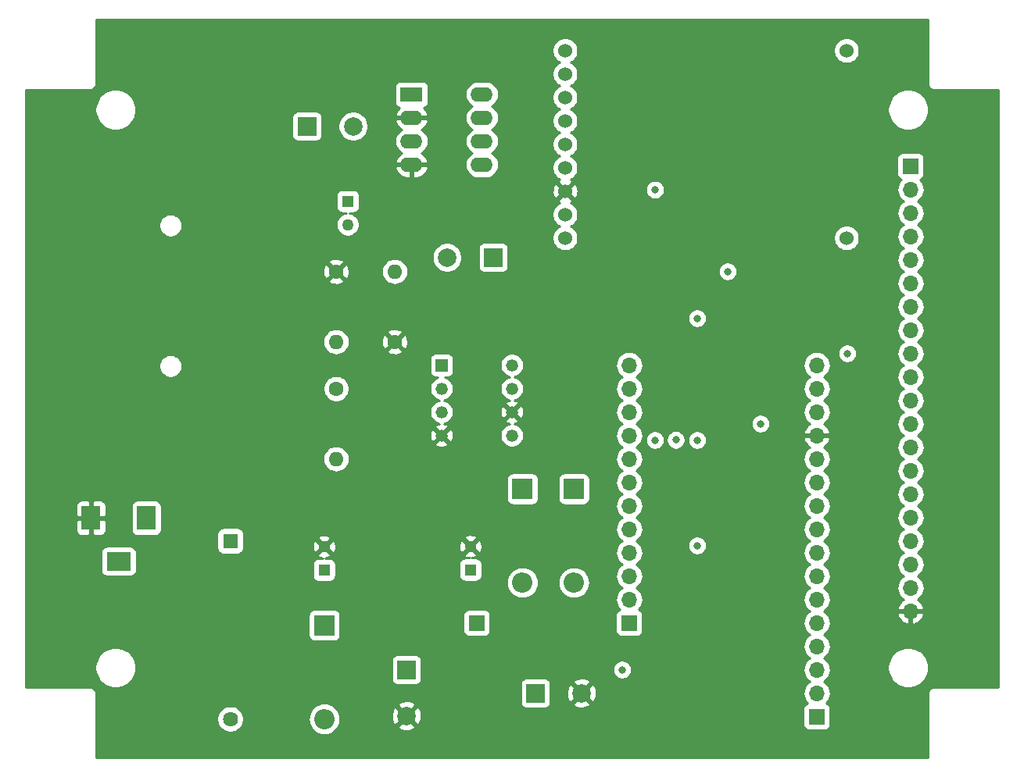
<source format=gbr>
G04 #@! TF.GenerationSoftware,KiCad,Pcbnew,(5.1.4-0-10_14)*
G04 #@! TF.CreationDate,2020-01-10T09:40:25-08:00*
G04 #@! TF.ProjectId,Griduino,47726964-7569-46e6-9f2e-6b696361645f,0*
G04 #@! TF.SameCoordinates,Original*
G04 #@! TF.FileFunction,Copper,L2,Inr*
G04 #@! TF.FilePolarity,Positive*
%FSLAX46Y46*%
G04 Gerber Fmt 4.6, Leading zero omitted, Abs format (unit mm)*
G04 Created by KiCad (PCBNEW (5.1.4-0-10_14)) date 2020-01-10 09:40:25*
%MOMM*%
%LPD*%
G04 APERTURE LIST*
%ADD10C,1.524000*%
%ADD11R,1.700000X1.700000*%
%ADD12R,2.000000X2.600000*%
%ADD13R,2.600000X2.000000*%
%ADD14C,1.320800*%
%ADD15R,1.320800X1.320800*%
%ADD16O,2.200000X2.200000*%
%ADD17R,2.200000X2.200000*%
%ADD18C,2.000000*%
%ADD19R,2.000000X2.000000*%
%ADD20O,1.700000X1.700000*%
%ADD21O,1.600000X1.600000*%
%ADD22C,1.600000*%
%ADD23O,2.400000X1.600000*%
%ADD24R,2.400000X1.600000*%
%ADD25C,1.270000*%
%ADD26R,1.270000X1.270000*%
%ADD27C,1.625600*%
%ADD28R,1.625600X1.625600*%
%ADD29C,0.812800*%
%ADD30C,0.254000*%
G04 APERTURE END LIST*
D10*
X163245800Y-85267800D03*
X163245800Y-64947800D03*
X132765800Y-85267800D03*
X132765800Y-82727800D03*
X132765800Y-80187800D03*
X132765800Y-77647800D03*
X132765800Y-75107800D03*
X132765800Y-72567800D03*
X132765800Y-70027800D03*
X132765800Y-67487800D03*
X132765800Y-64947800D03*
D11*
X123190000Y-127000000D03*
D12*
X81404200Y-115620800D03*
X87404200Y-115620800D03*
D13*
X84404200Y-120320800D03*
D14*
X127000000Y-99060000D03*
X127000000Y-101600000D03*
X127000000Y-104140000D03*
X127000000Y-106680000D03*
X119380000Y-106680000D03*
X119380000Y-104140000D03*
X119380000Y-101600000D03*
D15*
X119380000Y-99060000D03*
D16*
X133705600Y-122631200D03*
D17*
X133705600Y-112471200D03*
D16*
X128143000Y-122631200D03*
D17*
X128143000Y-112471200D03*
D16*
X106680000Y-137414000D03*
D17*
X106680000Y-127254000D03*
D18*
X119968000Y-87376000D03*
D19*
X124968000Y-87376000D03*
D18*
X134540000Y-134620000D03*
D19*
X129540000Y-134620000D03*
D18*
X109800400Y-73152000D03*
D19*
X104800400Y-73152000D03*
D18*
X115570000Y-137080000D03*
D19*
X115570000Y-132080000D03*
D20*
X139700000Y-99060000D03*
X139700000Y-101600000D03*
X139700000Y-104140000D03*
X139700000Y-106680000D03*
X139700000Y-109220000D03*
X139700000Y-111760000D03*
X139700000Y-114300000D03*
X139700000Y-116840000D03*
X139700000Y-119380000D03*
X139700000Y-121920000D03*
X139700000Y-124460000D03*
D11*
X139700000Y-127000000D03*
D20*
X160020000Y-99060000D03*
X160020000Y-101600000D03*
X160020000Y-104140000D03*
X160020000Y-106680000D03*
X160020000Y-109220000D03*
X160020000Y-111760000D03*
X160020000Y-114300000D03*
X160020000Y-116840000D03*
X160020000Y-119380000D03*
X160020000Y-121920000D03*
X160020000Y-124460000D03*
X160020000Y-127000000D03*
X160020000Y-129540000D03*
X160020000Y-132080000D03*
X160020000Y-134620000D03*
D11*
X160020000Y-137160000D03*
D21*
X107950000Y-96520000D03*
D22*
X107950000Y-88900000D03*
D21*
X107950000Y-109220000D03*
D22*
X107950000Y-101600000D03*
D23*
X123748800Y-69697600D03*
X116128800Y-77317600D03*
X123748800Y-72237600D03*
X116128800Y-74777600D03*
X123748800Y-74777600D03*
X116128800Y-72237600D03*
X123748800Y-77317600D03*
D24*
X116128800Y-69697600D03*
D21*
X114300000Y-88900000D03*
D22*
X114300000Y-96520000D03*
D25*
X109220000Y-83820000D03*
D26*
X109220000Y-81280000D03*
D20*
X170180000Y-125730000D03*
X170180000Y-123190000D03*
X170180000Y-120650000D03*
X170180000Y-118110000D03*
X170180000Y-115570000D03*
X170180000Y-113030000D03*
X170180000Y-110490000D03*
X170180000Y-107950000D03*
X170180000Y-105410000D03*
X170180000Y-102870000D03*
X170180000Y-100330000D03*
X170180000Y-97790000D03*
X170180000Y-95250000D03*
X170180000Y-92710000D03*
X170180000Y-90170000D03*
X170180000Y-87630000D03*
X170180000Y-85090000D03*
X170180000Y-82550000D03*
X170180000Y-80010000D03*
D11*
X170180000Y-77470000D03*
D25*
X122504200Y-118694200D03*
D26*
X122504200Y-121234200D03*
D25*
X106654600Y-118719600D03*
D26*
X106654600Y-121259600D03*
D27*
X96494600Y-137414000D03*
D28*
X96494600Y-118110000D03*
D29*
X163322000Y-97790000D03*
X138938000Y-132080000D03*
X147066000Y-107188000D03*
X147066000Y-118618000D03*
X147066000Y-93980000D03*
X150368000Y-88900000D03*
X142494000Y-107188000D03*
X142494000Y-80035400D03*
X144754600Y-107162600D03*
X153924000Y-105410000D03*
D30*
G36*
X172060000Y-68547581D02*
G01*
X172056807Y-68580000D01*
X172069550Y-68709383D01*
X172107290Y-68833793D01*
X172168575Y-68948450D01*
X172251052Y-69048948D01*
X172351550Y-69131425D01*
X172466207Y-69192710D01*
X172590617Y-69230450D01*
X172720000Y-69243193D01*
X172752419Y-69240000D01*
X179680001Y-69240000D01*
X179680000Y-133960000D01*
X172752419Y-133960000D01*
X172720000Y-133956807D01*
X172687581Y-133960000D01*
X172590617Y-133969550D01*
X172466207Y-134007290D01*
X172351550Y-134068575D01*
X172251052Y-134151052D01*
X172168575Y-134251550D01*
X172107290Y-134366207D01*
X172069550Y-134490617D01*
X172056807Y-134620000D01*
X172060001Y-134652429D01*
X172060000Y-141580000D01*
X81940000Y-141580000D01*
X81940000Y-137271404D01*
X95046800Y-137271404D01*
X95046800Y-137556596D01*
X95102438Y-137836308D01*
X95211577Y-138099790D01*
X95370021Y-138336919D01*
X95571681Y-138538579D01*
X95808810Y-138697023D01*
X96072292Y-138806162D01*
X96352004Y-138861800D01*
X96637196Y-138861800D01*
X96916908Y-138806162D01*
X97180390Y-138697023D01*
X97417519Y-138538579D01*
X97619179Y-138336919D01*
X97777623Y-138099790D01*
X97886762Y-137836308D01*
X97942400Y-137556596D01*
X97942400Y-137414000D01*
X104936606Y-137414000D01*
X104970105Y-137754119D01*
X105069314Y-138081168D01*
X105230421Y-138382578D01*
X105447234Y-138646766D01*
X105711422Y-138863579D01*
X106012832Y-139024686D01*
X106339881Y-139123895D01*
X106594775Y-139149000D01*
X106765225Y-139149000D01*
X107020119Y-139123895D01*
X107347168Y-139024686D01*
X107648578Y-138863579D01*
X107912766Y-138646766D01*
X108129579Y-138382578D01*
X108218930Y-138215413D01*
X114614192Y-138215413D01*
X114709956Y-138479814D01*
X114999571Y-138620704D01*
X115311108Y-138702384D01*
X115632595Y-138721718D01*
X115951675Y-138677961D01*
X116256088Y-138572795D01*
X116430044Y-138479814D01*
X116525808Y-138215413D01*
X115570000Y-137259605D01*
X114614192Y-138215413D01*
X108218930Y-138215413D01*
X108290686Y-138081168D01*
X108389895Y-137754119D01*
X108423394Y-137414000D01*
X108396663Y-137142595D01*
X113928282Y-137142595D01*
X113972039Y-137461675D01*
X114077205Y-137766088D01*
X114170186Y-137940044D01*
X114434587Y-138035808D01*
X115390395Y-137080000D01*
X115749605Y-137080000D01*
X116705413Y-138035808D01*
X116969814Y-137940044D01*
X117110704Y-137650429D01*
X117192384Y-137338892D01*
X117211718Y-137017405D01*
X117167961Y-136698325D01*
X117062795Y-136393912D01*
X116969814Y-136219956D01*
X116705413Y-136124192D01*
X115749605Y-137080000D01*
X115390395Y-137080000D01*
X114434587Y-136124192D01*
X114170186Y-136219956D01*
X114029296Y-136509571D01*
X113947616Y-136821108D01*
X113928282Y-137142595D01*
X108396663Y-137142595D01*
X108389895Y-137073881D01*
X108290686Y-136746832D01*
X108129579Y-136445422D01*
X107912766Y-136181234D01*
X107648578Y-135964421D01*
X107611472Y-135944587D01*
X114614192Y-135944587D01*
X115570000Y-136900395D01*
X116525808Y-135944587D01*
X116430044Y-135680186D01*
X116140429Y-135539296D01*
X115828892Y-135457616D01*
X115507405Y-135438282D01*
X115188325Y-135482039D01*
X114883912Y-135587205D01*
X114709956Y-135680186D01*
X114614192Y-135944587D01*
X107611472Y-135944587D01*
X107347168Y-135803314D01*
X107020119Y-135704105D01*
X106765225Y-135679000D01*
X106594775Y-135679000D01*
X106339881Y-135704105D01*
X106012832Y-135803314D01*
X105711422Y-135964421D01*
X105447234Y-136181234D01*
X105230421Y-136445422D01*
X105069314Y-136746832D01*
X104970105Y-137073881D01*
X104936606Y-137414000D01*
X97942400Y-137414000D01*
X97942400Y-137271404D01*
X97886762Y-136991692D01*
X97777623Y-136728210D01*
X97619179Y-136491081D01*
X97417519Y-136289421D01*
X97180390Y-136130977D01*
X96916908Y-136021838D01*
X96637196Y-135966200D01*
X96352004Y-135966200D01*
X96072292Y-136021838D01*
X95808810Y-136130977D01*
X95571681Y-136289421D01*
X95370021Y-136491081D01*
X95211577Y-136728210D01*
X95102438Y-136991692D01*
X95046800Y-137271404D01*
X81940000Y-137271404D01*
X81940000Y-134652418D01*
X81943193Y-134620000D01*
X81930450Y-134490617D01*
X81892710Y-134366207D01*
X81831425Y-134251550D01*
X81748948Y-134151052D01*
X81648450Y-134068575D01*
X81533793Y-134007290D01*
X81409383Y-133969550D01*
X81312419Y-133960000D01*
X81280000Y-133956807D01*
X81247581Y-133960000D01*
X74320000Y-133960000D01*
X74320000Y-131631272D01*
X81839000Y-131631272D01*
X81839000Y-132071528D01*
X81924890Y-132503325D01*
X82093369Y-132910069D01*
X82337962Y-133276129D01*
X82649271Y-133587438D01*
X83015331Y-133832031D01*
X83422075Y-134000510D01*
X83853872Y-134086400D01*
X84294128Y-134086400D01*
X84725925Y-134000510D01*
X85132669Y-133832031D01*
X85498729Y-133587438D01*
X85810038Y-133276129D01*
X86054631Y-132910069D01*
X86223110Y-132503325D01*
X86309000Y-132071528D01*
X86309000Y-131631272D01*
X86223110Y-131199475D01*
X86173622Y-131080000D01*
X113931928Y-131080000D01*
X113931928Y-133080000D01*
X113944188Y-133204482D01*
X113980498Y-133324180D01*
X114039463Y-133434494D01*
X114118815Y-133531185D01*
X114215506Y-133610537D01*
X114325820Y-133669502D01*
X114445518Y-133705812D01*
X114570000Y-133718072D01*
X116570000Y-133718072D01*
X116694482Y-133705812D01*
X116814180Y-133669502D01*
X116906790Y-133620000D01*
X127901928Y-133620000D01*
X127901928Y-135620000D01*
X127914188Y-135744482D01*
X127950498Y-135864180D01*
X128009463Y-135974494D01*
X128088815Y-136071185D01*
X128185506Y-136150537D01*
X128295820Y-136209502D01*
X128415518Y-136245812D01*
X128540000Y-136258072D01*
X130540000Y-136258072D01*
X130664482Y-136245812D01*
X130784180Y-136209502D01*
X130894494Y-136150537D01*
X130991185Y-136071185D01*
X131070537Y-135974494D01*
X131129502Y-135864180D01*
X131162496Y-135755413D01*
X133584192Y-135755413D01*
X133679956Y-136019814D01*
X133969571Y-136160704D01*
X134281108Y-136242384D01*
X134602595Y-136261718D01*
X134921675Y-136217961D01*
X135226088Y-136112795D01*
X135400044Y-136019814D01*
X135495808Y-135755413D01*
X134540000Y-134799605D01*
X133584192Y-135755413D01*
X131162496Y-135755413D01*
X131165812Y-135744482D01*
X131178072Y-135620000D01*
X131178072Y-134682595D01*
X132898282Y-134682595D01*
X132942039Y-135001675D01*
X133047205Y-135306088D01*
X133140186Y-135480044D01*
X133404587Y-135575808D01*
X134360395Y-134620000D01*
X134719605Y-134620000D01*
X135675413Y-135575808D01*
X135939814Y-135480044D01*
X136080704Y-135190429D01*
X136162384Y-134878892D01*
X136181718Y-134557405D01*
X136137961Y-134238325D01*
X136032795Y-133933912D01*
X135939814Y-133759956D01*
X135675413Y-133664192D01*
X134719605Y-134620000D01*
X134360395Y-134620000D01*
X133404587Y-133664192D01*
X133140186Y-133759956D01*
X132999296Y-134049571D01*
X132917616Y-134361108D01*
X132898282Y-134682595D01*
X131178072Y-134682595D01*
X131178072Y-133620000D01*
X131165812Y-133495518D01*
X131162497Y-133484587D01*
X133584192Y-133484587D01*
X134540000Y-134440395D01*
X135495808Y-133484587D01*
X135400044Y-133220186D01*
X135110429Y-133079296D01*
X134798892Y-132997616D01*
X134477405Y-132978282D01*
X134158325Y-133022039D01*
X133853912Y-133127205D01*
X133679956Y-133220186D01*
X133584192Y-133484587D01*
X131162497Y-133484587D01*
X131129502Y-133375820D01*
X131070537Y-133265506D01*
X130991185Y-133168815D01*
X130894494Y-133089463D01*
X130784180Y-133030498D01*
X130664482Y-132994188D01*
X130540000Y-132981928D01*
X128540000Y-132981928D01*
X128415518Y-132994188D01*
X128295820Y-133030498D01*
X128185506Y-133089463D01*
X128088815Y-133168815D01*
X128009463Y-133265506D01*
X127950498Y-133375820D01*
X127914188Y-133495518D01*
X127901928Y-133620000D01*
X116906790Y-133620000D01*
X116924494Y-133610537D01*
X117021185Y-133531185D01*
X117100537Y-133434494D01*
X117159502Y-133324180D01*
X117195812Y-133204482D01*
X117208072Y-133080000D01*
X117208072Y-131977431D01*
X137896600Y-131977431D01*
X137896600Y-132182569D01*
X137936620Y-132383765D01*
X138015123Y-132573288D01*
X138129092Y-132743854D01*
X138274146Y-132888908D01*
X138444712Y-133002877D01*
X138634235Y-133081380D01*
X138835431Y-133121400D01*
X139040569Y-133121400D01*
X139241765Y-133081380D01*
X139431288Y-133002877D01*
X139601854Y-132888908D01*
X139746908Y-132743854D01*
X139860877Y-132573288D01*
X139939380Y-132383765D01*
X139979400Y-132182569D01*
X139979400Y-131977431D01*
X139939380Y-131776235D01*
X139860877Y-131586712D01*
X139746908Y-131416146D01*
X139601854Y-131271092D01*
X139431288Y-131157123D01*
X139241765Y-131078620D01*
X139040569Y-131038600D01*
X138835431Y-131038600D01*
X138634235Y-131078620D01*
X138444712Y-131157123D01*
X138274146Y-131271092D01*
X138129092Y-131416146D01*
X138015123Y-131586712D01*
X137936620Y-131776235D01*
X137896600Y-131977431D01*
X117208072Y-131977431D01*
X117208072Y-131080000D01*
X117195812Y-130955518D01*
X117159502Y-130835820D01*
X117100537Y-130725506D01*
X117021185Y-130628815D01*
X116924494Y-130549463D01*
X116814180Y-130490498D01*
X116694482Y-130454188D01*
X116570000Y-130441928D01*
X114570000Y-130441928D01*
X114445518Y-130454188D01*
X114325820Y-130490498D01*
X114215506Y-130549463D01*
X114118815Y-130628815D01*
X114039463Y-130725506D01*
X113980498Y-130835820D01*
X113944188Y-130955518D01*
X113931928Y-131080000D01*
X86173622Y-131080000D01*
X86054631Y-130792731D01*
X85810038Y-130426671D01*
X85498729Y-130115362D01*
X85132669Y-129870769D01*
X84725925Y-129702290D01*
X84294128Y-129616400D01*
X83853872Y-129616400D01*
X83422075Y-129702290D01*
X83015331Y-129870769D01*
X82649271Y-130115362D01*
X82337962Y-130426671D01*
X82093369Y-130792731D01*
X81924890Y-131199475D01*
X81839000Y-131631272D01*
X74320000Y-131631272D01*
X74320000Y-126154000D01*
X104941928Y-126154000D01*
X104941928Y-128354000D01*
X104954188Y-128478482D01*
X104990498Y-128598180D01*
X105049463Y-128708494D01*
X105128815Y-128805185D01*
X105225506Y-128884537D01*
X105335820Y-128943502D01*
X105455518Y-128979812D01*
X105580000Y-128992072D01*
X107780000Y-128992072D01*
X107904482Y-128979812D01*
X108024180Y-128943502D01*
X108134494Y-128884537D01*
X108231185Y-128805185D01*
X108310537Y-128708494D01*
X108369502Y-128598180D01*
X108405812Y-128478482D01*
X108418072Y-128354000D01*
X108418072Y-126154000D01*
X108417679Y-126150000D01*
X121701928Y-126150000D01*
X121701928Y-127850000D01*
X121714188Y-127974482D01*
X121750498Y-128094180D01*
X121809463Y-128204494D01*
X121888815Y-128301185D01*
X121985506Y-128380537D01*
X122095820Y-128439502D01*
X122215518Y-128475812D01*
X122340000Y-128488072D01*
X124040000Y-128488072D01*
X124164482Y-128475812D01*
X124284180Y-128439502D01*
X124394494Y-128380537D01*
X124491185Y-128301185D01*
X124570537Y-128204494D01*
X124629502Y-128094180D01*
X124665812Y-127974482D01*
X124678072Y-127850000D01*
X124678072Y-126150000D01*
X124665812Y-126025518D01*
X124629502Y-125905820D01*
X124570537Y-125795506D01*
X124491185Y-125698815D01*
X124394494Y-125619463D01*
X124284180Y-125560498D01*
X124164482Y-125524188D01*
X124040000Y-125511928D01*
X122340000Y-125511928D01*
X122215518Y-125524188D01*
X122095820Y-125560498D01*
X121985506Y-125619463D01*
X121888815Y-125698815D01*
X121809463Y-125795506D01*
X121750498Y-125905820D01*
X121714188Y-126025518D01*
X121701928Y-126150000D01*
X108417679Y-126150000D01*
X108405812Y-126029518D01*
X108369502Y-125909820D01*
X108310537Y-125799506D01*
X108231185Y-125702815D01*
X108134494Y-125623463D01*
X108024180Y-125564498D01*
X107904482Y-125528188D01*
X107780000Y-125515928D01*
X105580000Y-125515928D01*
X105455518Y-125528188D01*
X105335820Y-125564498D01*
X105225506Y-125623463D01*
X105128815Y-125702815D01*
X105049463Y-125799506D01*
X104990498Y-125909820D01*
X104954188Y-126029518D01*
X104941928Y-126154000D01*
X74320000Y-126154000D01*
X74320000Y-122631200D01*
X126399606Y-122631200D01*
X126433105Y-122971319D01*
X126532314Y-123298368D01*
X126693421Y-123599778D01*
X126910234Y-123863966D01*
X127174422Y-124080779D01*
X127475832Y-124241886D01*
X127802881Y-124341095D01*
X128057775Y-124366200D01*
X128228225Y-124366200D01*
X128483119Y-124341095D01*
X128810168Y-124241886D01*
X129111578Y-124080779D01*
X129375766Y-123863966D01*
X129592579Y-123599778D01*
X129753686Y-123298368D01*
X129852895Y-122971319D01*
X129886394Y-122631200D01*
X131962206Y-122631200D01*
X131995705Y-122971319D01*
X132094914Y-123298368D01*
X132256021Y-123599778D01*
X132472834Y-123863966D01*
X132737022Y-124080779D01*
X133038432Y-124241886D01*
X133365481Y-124341095D01*
X133620375Y-124366200D01*
X133790825Y-124366200D01*
X134045719Y-124341095D01*
X134372768Y-124241886D01*
X134674178Y-124080779D01*
X134938366Y-123863966D01*
X135155179Y-123599778D01*
X135316286Y-123298368D01*
X135415495Y-122971319D01*
X135448994Y-122631200D01*
X135415495Y-122291081D01*
X135316286Y-121964032D01*
X135155179Y-121662622D01*
X134938366Y-121398434D01*
X134674178Y-121181621D01*
X134372768Y-121020514D01*
X134045719Y-120921305D01*
X133790825Y-120896200D01*
X133620375Y-120896200D01*
X133365481Y-120921305D01*
X133038432Y-121020514D01*
X132737022Y-121181621D01*
X132472834Y-121398434D01*
X132256021Y-121662622D01*
X132094914Y-121964032D01*
X131995705Y-122291081D01*
X131962206Y-122631200D01*
X129886394Y-122631200D01*
X129852895Y-122291081D01*
X129753686Y-121964032D01*
X129592579Y-121662622D01*
X129375766Y-121398434D01*
X129111578Y-121181621D01*
X128810168Y-121020514D01*
X128483119Y-120921305D01*
X128228225Y-120896200D01*
X128057775Y-120896200D01*
X127802881Y-120921305D01*
X127475832Y-121020514D01*
X127174422Y-121181621D01*
X126910234Y-121398434D01*
X126693421Y-121662622D01*
X126532314Y-121964032D01*
X126433105Y-122291081D01*
X126399606Y-122631200D01*
X74320000Y-122631200D01*
X74320000Y-119320800D01*
X82466128Y-119320800D01*
X82466128Y-121320800D01*
X82478388Y-121445282D01*
X82514698Y-121564980D01*
X82573663Y-121675294D01*
X82653015Y-121771985D01*
X82749706Y-121851337D01*
X82860020Y-121910302D01*
X82979718Y-121946612D01*
X83104200Y-121958872D01*
X85704200Y-121958872D01*
X85828682Y-121946612D01*
X85948380Y-121910302D01*
X86058694Y-121851337D01*
X86155385Y-121771985D01*
X86234737Y-121675294D01*
X86293702Y-121564980D01*
X86330012Y-121445282D01*
X86342272Y-121320800D01*
X86342272Y-120624600D01*
X105381528Y-120624600D01*
X105381528Y-121894600D01*
X105393788Y-122019082D01*
X105430098Y-122138780D01*
X105489063Y-122249094D01*
X105568415Y-122345785D01*
X105665106Y-122425137D01*
X105775420Y-122484102D01*
X105895118Y-122520412D01*
X106019600Y-122532672D01*
X107289600Y-122532672D01*
X107414082Y-122520412D01*
X107533780Y-122484102D01*
X107644094Y-122425137D01*
X107740785Y-122345785D01*
X107820137Y-122249094D01*
X107879102Y-122138780D01*
X107915412Y-122019082D01*
X107927672Y-121894600D01*
X107927672Y-120624600D01*
X107925171Y-120599200D01*
X121231128Y-120599200D01*
X121231128Y-121869200D01*
X121243388Y-121993682D01*
X121279698Y-122113380D01*
X121338663Y-122223694D01*
X121418015Y-122320385D01*
X121514706Y-122399737D01*
X121625020Y-122458702D01*
X121744718Y-122495012D01*
X121869200Y-122507272D01*
X123139200Y-122507272D01*
X123263682Y-122495012D01*
X123383380Y-122458702D01*
X123493694Y-122399737D01*
X123590385Y-122320385D01*
X123669737Y-122223694D01*
X123728702Y-122113380D01*
X123765012Y-121993682D01*
X123777272Y-121869200D01*
X123777272Y-120599200D01*
X123765012Y-120474718D01*
X123728702Y-120355020D01*
X123669737Y-120244706D01*
X123590385Y-120148015D01*
X123493694Y-120068663D01*
X123383380Y-120009698D01*
X123263682Y-119973388D01*
X123139200Y-119961128D01*
X122624330Y-119961128D01*
X122828278Y-119928510D01*
X123062853Y-119841569D01*
X123147831Y-119796146D01*
X123199395Y-119569000D01*
X122504200Y-118873805D01*
X121809005Y-119569000D01*
X121860569Y-119796146D01*
X122087916Y-119900539D01*
X122331259Y-119958573D01*
X122398885Y-119961128D01*
X121869200Y-119961128D01*
X121744718Y-119973388D01*
X121625020Y-120009698D01*
X121514706Y-120068663D01*
X121418015Y-120148015D01*
X121338663Y-120244706D01*
X121279698Y-120355020D01*
X121243388Y-120474718D01*
X121231128Y-120599200D01*
X107925171Y-120599200D01*
X107915412Y-120500118D01*
X107879102Y-120380420D01*
X107820137Y-120270106D01*
X107740785Y-120173415D01*
X107644094Y-120094063D01*
X107533780Y-120035098D01*
X107414082Y-119998788D01*
X107289600Y-119986528D01*
X106774730Y-119986528D01*
X106978678Y-119953910D01*
X107213253Y-119866969D01*
X107298231Y-119821546D01*
X107349795Y-119594400D01*
X106654600Y-118899205D01*
X105959405Y-119594400D01*
X106010969Y-119821546D01*
X106238316Y-119925939D01*
X106481659Y-119983973D01*
X106549285Y-119986528D01*
X106019600Y-119986528D01*
X105895118Y-119998788D01*
X105775420Y-120035098D01*
X105665106Y-120094063D01*
X105568415Y-120173415D01*
X105489063Y-120270106D01*
X105430098Y-120380420D01*
X105393788Y-120500118D01*
X105381528Y-120624600D01*
X86342272Y-120624600D01*
X86342272Y-119320800D01*
X86330012Y-119196318D01*
X86293702Y-119076620D01*
X86234737Y-118966306D01*
X86155385Y-118869615D01*
X86058694Y-118790263D01*
X85948380Y-118731298D01*
X85828682Y-118694988D01*
X85704200Y-118682728D01*
X83104200Y-118682728D01*
X82979718Y-118694988D01*
X82860020Y-118731298D01*
X82749706Y-118790263D01*
X82653015Y-118869615D01*
X82573663Y-118966306D01*
X82514698Y-119076620D01*
X82478388Y-119196318D01*
X82466128Y-119320800D01*
X74320000Y-119320800D01*
X74320000Y-116920800D01*
X79766128Y-116920800D01*
X79778388Y-117045282D01*
X79814698Y-117164980D01*
X79873663Y-117275294D01*
X79953015Y-117371985D01*
X80049706Y-117451337D01*
X80160020Y-117510302D01*
X80279718Y-117546612D01*
X80404200Y-117558872D01*
X81118450Y-117555800D01*
X81277200Y-117397050D01*
X81277200Y-115747800D01*
X81531200Y-115747800D01*
X81531200Y-117397050D01*
X81689950Y-117555800D01*
X82404200Y-117558872D01*
X82528682Y-117546612D01*
X82648380Y-117510302D01*
X82758694Y-117451337D01*
X82855385Y-117371985D01*
X82934737Y-117275294D01*
X82993702Y-117164980D01*
X83030012Y-117045282D01*
X83042272Y-116920800D01*
X83039200Y-115906550D01*
X82880450Y-115747800D01*
X81531200Y-115747800D01*
X81277200Y-115747800D01*
X79927950Y-115747800D01*
X79769200Y-115906550D01*
X79766128Y-116920800D01*
X74320000Y-116920800D01*
X74320000Y-114320800D01*
X79766128Y-114320800D01*
X79769200Y-115335050D01*
X79927950Y-115493800D01*
X81277200Y-115493800D01*
X81277200Y-113844550D01*
X81531200Y-113844550D01*
X81531200Y-115493800D01*
X82880450Y-115493800D01*
X83039200Y-115335050D01*
X83042272Y-114320800D01*
X85766128Y-114320800D01*
X85766128Y-116920800D01*
X85778388Y-117045282D01*
X85814698Y-117164980D01*
X85873663Y-117275294D01*
X85953015Y-117371985D01*
X86049706Y-117451337D01*
X86160020Y-117510302D01*
X86279718Y-117546612D01*
X86404200Y-117558872D01*
X88404200Y-117558872D01*
X88528682Y-117546612D01*
X88648380Y-117510302D01*
X88758694Y-117451337D01*
X88855385Y-117371985D01*
X88916759Y-117297200D01*
X95043728Y-117297200D01*
X95043728Y-118922800D01*
X95055988Y-119047282D01*
X95092298Y-119166980D01*
X95151263Y-119277294D01*
X95230615Y-119373985D01*
X95327306Y-119453337D01*
X95437620Y-119512302D01*
X95557318Y-119548612D01*
X95681800Y-119560872D01*
X97307400Y-119560872D01*
X97431882Y-119548612D01*
X97551580Y-119512302D01*
X97661894Y-119453337D01*
X97758585Y-119373985D01*
X97837937Y-119277294D01*
X97896902Y-119166980D01*
X97933212Y-119047282D01*
X97945472Y-118922800D01*
X97945472Y-118796649D01*
X105380782Y-118796649D01*
X105420290Y-119043678D01*
X105507231Y-119278253D01*
X105552654Y-119363231D01*
X105779800Y-119414795D01*
X106474995Y-118719600D01*
X106834205Y-118719600D01*
X107529400Y-119414795D01*
X107756546Y-119363231D01*
X107860939Y-119135884D01*
X107918973Y-118892541D01*
X107923555Y-118771249D01*
X121230382Y-118771249D01*
X121269890Y-119018278D01*
X121356831Y-119252853D01*
X121402254Y-119337831D01*
X121629400Y-119389395D01*
X122324595Y-118694200D01*
X122683805Y-118694200D01*
X123379000Y-119389395D01*
X123606146Y-119337831D01*
X123710539Y-119110484D01*
X123768573Y-118867141D01*
X123778018Y-118617151D01*
X123738510Y-118370122D01*
X123651569Y-118135547D01*
X123606146Y-118050569D01*
X123379000Y-117999005D01*
X122683805Y-118694200D01*
X122324595Y-118694200D01*
X121629400Y-117999005D01*
X121402254Y-118050569D01*
X121297861Y-118277916D01*
X121239827Y-118521259D01*
X121230382Y-118771249D01*
X107923555Y-118771249D01*
X107928418Y-118642551D01*
X107888910Y-118395522D01*
X107801969Y-118160947D01*
X107756546Y-118075969D01*
X107529400Y-118024405D01*
X106834205Y-118719600D01*
X106474995Y-118719600D01*
X105779800Y-118024405D01*
X105552654Y-118075969D01*
X105448261Y-118303316D01*
X105390227Y-118546659D01*
X105380782Y-118796649D01*
X97945472Y-118796649D01*
X97945472Y-117844800D01*
X105959405Y-117844800D01*
X106654600Y-118539995D01*
X107349795Y-117844800D01*
X107344029Y-117819400D01*
X121809005Y-117819400D01*
X122504200Y-118514595D01*
X123199395Y-117819400D01*
X123147831Y-117592254D01*
X122920484Y-117487861D01*
X122677141Y-117429827D01*
X122427151Y-117420382D01*
X122180122Y-117459890D01*
X121945547Y-117546831D01*
X121860569Y-117592254D01*
X121809005Y-117819400D01*
X107344029Y-117819400D01*
X107298231Y-117617654D01*
X107070884Y-117513261D01*
X106827541Y-117455227D01*
X106577551Y-117445782D01*
X106330522Y-117485290D01*
X106095947Y-117572231D01*
X106010969Y-117617654D01*
X105959405Y-117844800D01*
X97945472Y-117844800D01*
X97945472Y-117297200D01*
X97933212Y-117172718D01*
X97896902Y-117053020D01*
X97837937Y-116942706D01*
X97758585Y-116846015D01*
X97661894Y-116766663D01*
X97551580Y-116707698D01*
X97431882Y-116671388D01*
X97307400Y-116659128D01*
X95681800Y-116659128D01*
X95557318Y-116671388D01*
X95437620Y-116707698D01*
X95327306Y-116766663D01*
X95230615Y-116846015D01*
X95151263Y-116942706D01*
X95092298Y-117053020D01*
X95055988Y-117172718D01*
X95043728Y-117297200D01*
X88916759Y-117297200D01*
X88934737Y-117275294D01*
X88993702Y-117164980D01*
X89030012Y-117045282D01*
X89042272Y-116920800D01*
X89042272Y-114320800D01*
X89030012Y-114196318D01*
X88993702Y-114076620D01*
X88934737Y-113966306D01*
X88855385Y-113869615D01*
X88758694Y-113790263D01*
X88648380Y-113731298D01*
X88528682Y-113694988D01*
X88404200Y-113682728D01*
X86404200Y-113682728D01*
X86279718Y-113694988D01*
X86160020Y-113731298D01*
X86049706Y-113790263D01*
X85953015Y-113869615D01*
X85873663Y-113966306D01*
X85814698Y-114076620D01*
X85778388Y-114196318D01*
X85766128Y-114320800D01*
X83042272Y-114320800D01*
X83030012Y-114196318D01*
X82993702Y-114076620D01*
X82934737Y-113966306D01*
X82855385Y-113869615D01*
X82758694Y-113790263D01*
X82648380Y-113731298D01*
X82528682Y-113694988D01*
X82404200Y-113682728D01*
X81689950Y-113685800D01*
X81531200Y-113844550D01*
X81277200Y-113844550D01*
X81118450Y-113685800D01*
X80404200Y-113682728D01*
X80279718Y-113694988D01*
X80160020Y-113731298D01*
X80049706Y-113790263D01*
X79953015Y-113869615D01*
X79873663Y-113966306D01*
X79814698Y-114076620D01*
X79778388Y-114196318D01*
X79766128Y-114320800D01*
X74320000Y-114320800D01*
X74320000Y-111371200D01*
X126404928Y-111371200D01*
X126404928Y-113571200D01*
X126417188Y-113695682D01*
X126453498Y-113815380D01*
X126512463Y-113925694D01*
X126591815Y-114022385D01*
X126688506Y-114101737D01*
X126798820Y-114160702D01*
X126918518Y-114197012D01*
X127043000Y-114209272D01*
X129243000Y-114209272D01*
X129367482Y-114197012D01*
X129487180Y-114160702D01*
X129597494Y-114101737D01*
X129694185Y-114022385D01*
X129773537Y-113925694D01*
X129832502Y-113815380D01*
X129868812Y-113695682D01*
X129881072Y-113571200D01*
X129881072Y-111371200D01*
X131967528Y-111371200D01*
X131967528Y-113571200D01*
X131979788Y-113695682D01*
X132016098Y-113815380D01*
X132075063Y-113925694D01*
X132154415Y-114022385D01*
X132251106Y-114101737D01*
X132361420Y-114160702D01*
X132481118Y-114197012D01*
X132605600Y-114209272D01*
X134805600Y-114209272D01*
X134930082Y-114197012D01*
X135049780Y-114160702D01*
X135160094Y-114101737D01*
X135256785Y-114022385D01*
X135336137Y-113925694D01*
X135395102Y-113815380D01*
X135431412Y-113695682D01*
X135443672Y-113571200D01*
X135443672Y-111371200D01*
X135431412Y-111246718D01*
X135395102Y-111127020D01*
X135336137Y-111016706D01*
X135256785Y-110920015D01*
X135160094Y-110840663D01*
X135049780Y-110781698D01*
X134930082Y-110745388D01*
X134805600Y-110733128D01*
X132605600Y-110733128D01*
X132481118Y-110745388D01*
X132361420Y-110781698D01*
X132251106Y-110840663D01*
X132154415Y-110920015D01*
X132075063Y-111016706D01*
X132016098Y-111127020D01*
X131979788Y-111246718D01*
X131967528Y-111371200D01*
X129881072Y-111371200D01*
X129868812Y-111246718D01*
X129832502Y-111127020D01*
X129773537Y-111016706D01*
X129694185Y-110920015D01*
X129597494Y-110840663D01*
X129487180Y-110781698D01*
X129367482Y-110745388D01*
X129243000Y-110733128D01*
X127043000Y-110733128D01*
X126918518Y-110745388D01*
X126798820Y-110781698D01*
X126688506Y-110840663D01*
X126591815Y-110920015D01*
X126512463Y-111016706D01*
X126453498Y-111127020D01*
X126417188Y-111246718D01*
X126404928Y-111371200D01*
X74320000Y-111371200D01*
X74320000Y-109220000D01*
X106508057Y-109220000D01*
X106535764Y-109501309D01*
X106617818Y-109771808D01*
X106751068Y-110021101D01*
X106930392Y-110239608D01*
X107148899Y-110418932D01*
X107398192Y-110552182D01*
X107668691Y-110634236D01*
X107879508Y-110655000D01*
X108020492Y-110655000D01*
X108231309Y-110634236D01*
X108501808Y-110552182D01*
X108751101Y-110418932D01*
X108969608Y-110239608D01*
X109148932Y-110021101D01*
X109282182Y-109771808D01*
X109364236Y-109501309D01*
X109391943Y-109220000D01*
X109364236Y-108938691D01*
X109282182Y-108668192D01*
X109148932Y-108418899D01*
X108969608Y-108200392D01*
X108751101Y-108021068D01*
X108501808Y-107887818D01*
X108231309Y-107805764D01*
X108020492Y-107785000D01*
X107879508Y-107785000D01*
X107668691Y-107805764D01*
X107398192Y-107887818D01*
X107148899Y-108021068D01*
X106930392Y-108200392D01*
X106751068Y-108418899D01*
X106617818Y-108668192D01*
X106535764Y-108938691D01*
X106508057Y-109220000D01*
X74320000Y-109220000D01*
X74320000Y-107572963D01*
X118666642Y-107572963D01*
X118721294Y-107802697D01*
X118952978Y-107909632D01*
X119201073Y-107969312D01*
X119456044Y-107979446D01*
X119708092Y-107939641D01*
X119947532Y-107851431D01*
X120038706Y-107802697D01*
X120093358Y-107572963D01*
X119380000Y-106859605D01*
X118666642Y-107572963D01*
X74320000Y-107572963D01*
X74320000Y-106756044D01*
X118080554Y-106756044D01*
X118120359Y-107008092D01*
X118208569Y-107247532D01*
X118257303Y-107338706D01*
X118487037Y-107393358D01*
X119200395Y-106680000D01*
X119559605Y-106680000D01*
X120272963Y-107393358D01*
X120502697Y-107338706D01*
X120609632Y-107107022D01*
X120669312Y-106858927D01*
X120679446Y-106603956D01*
X120671307Y-106552414D01*
X125704600Y-106552414D01*
X125704600Y-106807586D01*
X125754381Y-107057854D01*
X125852031Y-107293602D01*
X125993797Y-107505769D01*
X126174231Y-107686203D01*
X126386398Y-107827969D01*
X126622146Y-107925619D01*
X126872414Y-107975400D01*
X127127586Y-107975400D01*
X127377854Y-107925619D01*
X127613602Y-107827969D01*
X127825769Y-107686203D01*
X128006203Y-107505769D01*
X128147969Y-107293602D01*
X128245619Y-107057854D01*
X128295400Y-106807586D01*
X128295400Y-106552414D01*
X128245619Y-106302146D01*
X128147969Y-106066398D01*
X128006203Y-105854231D01*
X127825769Y-105673797D01*
X127613602Y-105532031D01*
X127377854Y-105434381D01*
X127258475Y-105410635D01*
X127328092Y-105399641D01*
X127567532Y-105311431D01*
X127658706Y-105262697D01*
X127713358Y-105032963D01*
X127000000Y-104319605D01*
X126286642Y-105032963D01*
X126341294Y-105262697D01*
X126572978Y-105369632D01*
X126742569Y-105410428D01*
X126622146Y-105434381D01*
X126386398Y-105532031D01*
X126174231Y-105673797D01*
X125993797Y-105854231D01*
X125852031Y-106066398D01*
X125754381Y-106302146D01*
X125704600Y-106552414D01*
X120671307Y-106552414D01*
X120639641Y-106351908D01*
X120551431Y-106112468D01*
X120502697Y-106021294D01*
X120272963Y-105966642D01*
X119559605Y-106680000D01*
X119200395Y-106680000D01*
X118487037Y-105966642D01*
X118257303Y-106021294D01*
X118150368Y-106252978D01*
X118090688Y-106501073D01*
X118080554Y-106756044D01*
X74320000Y-106756044D01*
X74320000Y-101458665D01*
X106515000Y-101458665D01*
X106515000Y-101741335D01*
X106570147Y-102018574D01*
X106678320Y-102279727D01*
X106835363Y-102514759D01*
X107035241Y-102714637D01*
X107270273Y-102871680D01*
X107531426Y-102979853D01*
X107808665Y-103035000D01*
X108091335Y-103035000D01*
X108368574Y-102979853D01*
X108629727Y-102871680D01*
X108864759Y-102714637D01*
X109064637Y-102514759D01*
X109221680Y-102279727D01*
X109329853Y-102018574D01*
X109385000Y-101741335D01*
X109385000Y-101458665D01*
X109329853Y-101181426D01*
X109221680Y-100920273D01*
X109064637Y-100685241D01*
X108864759Y-100485363D01*
X108629727Y-100328320D01*
X108368574Y-100220147D01*
X108091335Y-100165000D01*
X107808665Y-100165000D01*
X107531426Y-100220147D01*
X107270273Y-100328320D01*
X107035241Y-100485363D01*
X106835363Y-100685241D01*
X106678320Y-100920273D01*
X106570147Y-101181426D01*
X106515000Y-101458665D01*
X74320000Y-101458665D01*
X74320000Y-99036516D01*
X88747600Y-99036516D01*
X88747600Y-99286684D01*
X88796405Y-99532045D01*
X88892141Y-99763171D01*
X89031127Y-99971178D01*
X89208022Y-100148073D01*
X89416029Y-100287059D01*
X89647155Y-100382795D01*
X89892516Y-100431600D01*
X90142684Y-100431600D01*
X90388045Y-100382795D01*
X90619171Y-100287059D01*
X90827178Y-100148073D01*
X91004073Y-99971178D01*
X91143059Y-99763171D01*
X91238795Y-99532045D01*
X91287600Y-99286684D01*
X91287600Y-99036516D01*
X91238795Y-98791155D01*
X91143059Y-98560029D01*
X91035864Y-98399600D01*
X118081528Y-98399600D01*
X118081528Y-99720400D01*
X118093788Y-99844882D01*
X118130098Y-99964580D01*
X118189063Y-100074894D01*
X118268415Y-100171585D01*
X118365106Y-100250937D01*
X118475420Y-100309902D01*
X118595118Y-100346212D01*
X118719600Y-100358472D01*
X118992269Y-100358472D01*
X118766398Y-100452031D01*
X118554231Y-100593797D01*
X118373797Y-100774231D01*
X118232031Y-100986398D01*
X118134381Y-101222146D01*
X118084600Y-101472414D01*
X118084600Y-101727586D01*
X118134381Y-101977854D01*
X118232031Y-102213602D01*
X118373797Y-102425769D01*
X118554231Y-102606203D01*
X118766398Y-102747969D01*
X119002146Y-102845619D01*
X119124719Y-102870000D01*
X119002146Y-102894381D01*
X118766398Y-102992031D01*
X118554231Y-103133797D01*
X118373797Y-103314231D01*
X118232031Y-103526398D01*
X118134381Y-103762146D01*
X118084600Y-104012414D01*
X118084600Y-104267586D01*
X118134381Y-104517854D01*
X118232031Y-104753602D01*
X118373797Y-104965769D01*
X118554231Y-105146203D01*
X118766398Y-105287969D01*
X119002146Y-105385619D01*
X119121525Y-105409365D01*
X119051908Y-105420359D01*
X118812468Y-105508569D01*
X118721294Y-105557303D01*
X118666642Y-105787037D01*
X119380000Y-106500395D01*
X120093358Y-105787037D01*
X120038706Y-105557303D01*
X119807022Y-105450368D01*
X119637431Y-105409572D01*
X119757854Y-105385619D01*
X119993602Y-105287969D01*
X120205769Y-105146203D01*
X120386203Y-104965769D01*
X120527969Y-104753602D01*
X120625619Y-104517854D01*
X120675400Y-104267586D01*
X120675400Y-104216044D01*
X125700554Y-104216044D01*
X125740359Y-104468092D01*
X125828569Y-104707532D01*
X125877303Y-104798706D01*
X126107037Y-104853358D01*
X126820395Y-104140000D01*
X127179605Y-104140000D01*
X127892963Y-104853358D01*
X128122697Y-104798706D01*
X128229632Y-104567022D01*
X128289312Y-104318927D01*
X128299446Y-104063956D01*
X128259641Y-103811908D01*
X128171431Y-103572468D01*
X128122697Y-103481294D01*
X127892963Y-103426642D01*
X127179605Y-104140000D01*
X126820395Y-104140000D01*
X126107037Y-103426642D01*
X125877303Y-103481294D01*
X125770368Y-103712978D01*
X125710688Y-103961073D01*
X125700554Y-104216044D01*
X120675400Y-104216044D01*
X120675400Y-104012414D01*
X120625619Y-103762146D01*
X120527969Y-103526398D01*
X120386203Y-103314231D01*
X120205769Y-103133797D01*
X119993602Y-102992031D01*
X119757854Y-102894381D01*
X119635281Y-102870000D01*
X119757854Y-102845619D01*
X119993602Y-102747969D01*
X120205769Y-102606203D01*
X120386203Y-102425769D01*
X120527969Y-102213602D01*
X120625619Y-101977854D01*
X120675400Y-101727586D01*
X120675400Y-101472414D01*
X120625619Y-101222146D01*
X120527969Y-100986398D01*
X120386203Y-100774231D01*
X120205769Y-100593797D01*
X119993602Y-100452031D01*
X119767731Y-100358472D01*
X120040400Y-100358472D01*
X120164882Y-100346212D01*
X120284580Y-100309902D01*
X120394894Y-100250937D01*
X120491585Y-100171585D01*
X120570937Y-100074894D01*
X120629902Y-99964580D01*
X120666212Y-99844882D01*
X120678472Y-99720400D01*
X120678472Y-98932414D01*
X125704600Y-98932414D01*
X125704600Y-99187586D01*
X125754381Y-99437854D01*
X125852031Y-99673602D01*
X125993797Y-99885769D01*
X126174231Y-100066203D01*
X126386398Y-100207969D01*
X126622146Y-100305619D01*
X126744719Y-100330000D01*
X126622146Y-100354381D01*
X126386398Y-100452031D01*
X126174231Y-100593797D01*
X125993797Y-100774231D01*
X125852031Y-100986398D01*
X125754381Y-101222146D01*
X125704600Y-101472414D01*
X125704600Y-101727586D01*
X125754381Y-101977854D01*
X125852031Y-102213602D01*
X125993797Y-102425769D01*
X126174231Y-102606203D01*
X126386398Y-102747969D01*
X126622146Y-102845619D01*
X126741525Y-102869365D01*
X126671908Y-102880359D01*
X126432468Y-102968569D01*
X126341294Y-103017303D01*
X126286642Y-103247037D01*
X127000000Y-103960395D01*
X127713358Y-103247037D01*
X127658706Y-103017303D01*
X127427022Y-102910368D01*
X127257431Y-102869572D01*
X127377854Y-102845619D01*
X127613602Y-102747969D01*
X127825769Y-102606203D01*
X128006203Y-102425769D01*
X128147969Y-102213602D01*
X128245619Y-101977854D01*
X128295400Y-101727586D01*
X128295400Y-101472414D01*
X128245619Y-101222146D01*
X128147969Y-100986398D01*
X128006203Y-100774231D01*
X127825769Y-100593797D01*
X127613602Y-100452031D01*
X127377854Y-100354381D01*
X127255281Y-100330000D01*
X127377854Y-100305619D01*
X127613602Y-100207969D01*
X127825769Y-100066203D01*
X128006203Y-99885769D01*
X128147969Y-99673602D01*
X128245619Y-99437854D01*
X128295400Y-99187586D01*
X128295400Y-99060000D01*
X138207815Y-99060000D01*
X138236487Y-99351111D01*
X138321401Y-99631034D01*
X138459294Y-99889014D01*
X138644866Y-100115134D01*
X138870986Y-100300706D01*
X138925791Y-100330000D01*
X138870986Y-100359294D01*
X138644866Y-100544866D01*
X138459294Y-100770986D01*
X138321401Y-101028966D01*
X138236487Y-101308889D01*
X138207815Y-101600000D01*
X138236487Y-101891111D01*
X138321401Y-102171034D01*
X138459294Y-102429014D01*
X138644866Y-102655134D01*
X138870986Y-102840706D01*
X138925791Y-102870000D01*
X138870986Y-102899294D01*
X138644866Y-103084866D01*
X138459294Y-103310986D01*
X138321401Y-103568966D01*
X138236487Y-103848889D01*
X138207815Y-104140000D01*
X138236487Y-104431111D01*
X138321401Y-104711034D01*
X138459294Y-104969014D01*
X138644866Y-105195134D01*
X138870986Y-105380706D01*
X138925791Y-105410000D01*
X138870986Y-105439294D01*
X138644866Y-105624866D01*
X138459294Y-105850986D01*
X138321401Y-106108966D01*
X138236487Y-106388889D01*
X138207815Y-106680000D01*
X138236487Y-106971111D01*
X138321401Y-107251034D01*
X138459294Y-107509014D01*
X138644866Y-107735134D01*
X138870986Y-107920706D01*
X138925791Y-107950000D01*
X138870986Y-107979294D01*
X138644866Y-108164866D01*
X138459294Y-108390986D01*
X138321401Y-108648966D01*
X138236487Y-108928889D01*
X138207815Y-109220000D01*
X138236487Y-109511111D01*
X138321401Y-109791034D01*
X138459294Y-110049014D01*
X138644866Y-110275134D01*
X138870986Y-110460706D01*
X138925791Y-110490000D01*
X138870986Y-110519294D01*
X138644866Y-110704866D01*
X138459294Y-110930986D01*
X138321401Y-111188966D01*
X138236487Y-111468889D01*
X138207815Y-111760000D01*
X138236487Y-112051111D01*
X138321401Y-112331034D01*
X138459294Y-112589014D01*
X138644866Y-112815134D01*
X138870986Y-113000706D01*
X138925791Y-113030000D01*
X138870986Y-113059294D01*
X138644866Y-113244866D01*
X138459294Y-113470986D01*
X138321401Y-113728966D01*
X138236487Y-114008889D01*
X138207815Y-114300000D01*
X138236487Y-114591111D01*
X138321401Y-114871034D01*
X138459294Y-115129014D01*
X138644866Y-115355134D01*
X138870986Y-115540706D01*
X138925791Y-115570000D01*
X138870986Y-115599294D01*
X138644866Y-115784866D01*
X138459294Y-116010986D01*
X138321401Y-116268966D01*
X138236487Y-116548889D01*
X138207815Y-116840000D01*
X138236487Y-117131111D01*
X138321401Y-117411034D01*
X138459294Y-117669014D01*
X138644866Y-117895134D01*
X138870986Y-118080706D01*
X138925791Y-118110000D01*
X138870986Y-118139294D01*
X138644866Y-118324866D01*
X138459294Y-118550986D01*
X138321401Y-118808966D01*
X138236487Y-119088889D01*
X138207815Y-119380000D01*
X138236487Y-119671111D01*
X138321401Y-119951034D01*
X138459294Y-120209014D01*
X138644866Y-120435134D01*
X138870986Y-120620706D01*
X138925791Y-120650000D01*
X138870986Y-120679294D01*
X138644866Y-120864866D01*
X138459294Y-121090986D01*
X138321401Y-121348966D01*
X138236487Y-121628889D01*
X138207815Y-121920000D01*
X138236487Y-122211111D01*
X138321401Y-122491034D01*
X138459294Y-122749014D01*
X138644866Y-122975134D01*
X138870986Y-123160706D01*
X138925791Y-123190000D01*
X138870986Y-123219294D01*
X138644866Y-123404866D01*
X138459294Y-123630986D01*
X138321401Y-123888966D01*
X138236487Y-124168889D01*
X138207815Y-124460000D01*
X138236487Y-124751111D01*
X138321401Y-125031034D01*
X138459294Y-125289014D01*
X138644866Y-125515134D01*
X138674687Y-125539607D01*
X138605820Y-125560498D01*
X138495506Y-125619463D01*
X138398815Y-125698815D01*
X138319463Y-125795506D01*
X138260498Y-125905820D01*
X138224188Y-126025518D01*
X138211928Y-126150000D01*
X138211928Y-127850000D01*
X138224188Y-127974482D01*
X138260498Y-128094180D01*
X138319463Y-128204494D01*
X138398815Y-128301185D01*
X138495506Y-128380537D01*
X138605820Y-128439502D01*
X138725518Y-128475812D01*
X138850000Y-128488072D01*
X140550000Y-128488072D01*
X140674482Y-128475812D01*
X140794180Y-128439502D01*
X140904494Y-128380537D01*
X141001185Y-128301185D01*
X141080537Y-128204494D01*
X141139502Y-128094180D01*
X141175812Y-127974482D01*
X141188072Y-127850000D01*
X141188072Y-126150000D01*
X141175812Y-126025518D01*
X141139502Y-125905820D01*
X141080537Y-125795506D01*
X141001185Y-125698815D01*
X140904494Y-125619463D01*
X140794180Y-125560498D01*
X140725313Y-125539607D01*
X140755134Y-125515134D01*
X140940706Y-125289014D01*
X141078599Y-125031034D01*
X141163513Y-124751111D01*
X141192185Y-124460000D01*
X141163513Y-124168889D01*
X141078599Y-123888966D01*
X140940706Y-123630986D01*
X140755134Y-123404866D01*
X140529014Y-123219294D01*
X140474209Y-123190000D01*
X140529014Y-123160706D01*
X140755134Y-122975134D01*
X140940706Y-122749014D01*
X141078599Y-122491034D01*
X141163513Y-122211111D01*
X141192185Y-121920000D01*
X141163513Y-121628889D01*
X141078599Y-121348966D01*
X140940706Y-121090986D01*
X140755134Y-120864866D01*
X140529014Y-120679294D01*
X140474209Y-120650000D01*
X140529014Y-120620706D01*
X140755134Y-120435134D01*
X140940706Y-120209014D01*
X141078599Y-119951034D01*
X141163513Y-119671111D01*
X141192185Y-119380000D01*
X141163513Y-119088889D01*
X141078599Y-118808966D01*
X140940706Y-118550986D01*
X140911527Y-118515431D01*
X146024600Y-118515431D01*
X146024600Y-118720569D01*
X146064620Y-118921765D01*
X146143123Y-119111288D01*
X146257092Y-119281854D01*
X146402146Y-119426908D01*
X146572712Y-119540877D01*
X146762235Y-119619380D01*
X146963431Y-119659400D01*
X147168569Y-119659400D01*
X147369765Y-119619380D01*
X147559288Y-119540877D01*
X147729854Y-119426908D01*
X147874908Y-119281854D01*
X147988877Y-119111288D01*
X148067380Y-118921765D01*
X148107400Y-118720569D01*
X148107400Y-118515431D01*
X148067380Y-118314235D01*
X147988877Y-118124712D01*
X147874908Y-117954146D01*
X147729854Y-117809092D01*
X147559288Y-117695123D01*
X147369765Y-117616620D01*
X147168569Y-117576600D01*
X146963431Y-117576600D01*
X146762235Y-117616620D01*
X146572712Y-117695123D01*
X146402146Y-117809092D01*
X146257092Y-117954146D01*
X146143123Y-118124712D01*
X146064620Y-118314235D01*
X146024600Y-118515431D01*
X140911527Y-118515431D01*
X140755134Y-118324866D01*
X140529014Y-118139294D01*
X140474209Y-118110000D01*
X140529014Y-118080706D01*
X140755134Y-117895134D01*
X140940706Y-117669014D01*
X141078599Y-117411034D01*
X141163513Y-117131111D01*
X141192185Y-116840000D01*
X141163513Y-116548889D01*
X141078599Y-116268966D01*
X140940706Y-116010986D01*
X140755134Y-115784866D01*
X140529014Y-115599294D01*
X140474209Y-115570000D01*
X140529014Y-115540706D01*
X140755134Y-115355134D01*
X140940706Y-115129014D01*
X141078599Y-114871034D01*
X141163513Y-114591111D01*
X141192185Y-114300000D01*
X141163513Y-114008889D01*
X141078599Y-113728966D01*
X140940706Y-113470986D01*
X140755134Y-113244866D01*
X140529014Y-113059294D01*
X140474209Y-113030000D01*
X140529014Y-113000706D01*
X140755134Y-112815134D01*
X140940706Y-112589014D01*
X141078599Y-112331034D01*
X141163513Y-112051111D01*
X141192185Y-111760000D01*
X141163513Y-111468889D01*
X141078599Y-111188966D01*
X140940706Y-110930986D01*
X140755134Y-110704866D01*
X140529014Y-110519294D01*
X140474209Y-110490000D01*
X140529014Y-110460706D01*
X140755134Y-110275134D01*
X140940706Y-110049014D01*
X141078599Y-109791034D01*
X141163513Y-109511111D01*
X141192185Y-109220000D01*
X158527815Y-109220000D01*
X158556487Y-109511111D01*
X158641401Y-109791034D01*
X158779294Y-110049014D01*
X158964866Y-110275134D01*
X159190986Y-110460706D01*
X159245791Y-110490000D01*
X159190986Y-110519294D01*
X158964866Y-110704866D01*
X158779294Y-110930986D01*
X158641401Y-111188966D01*
X158556487Y-111468889D01*
X158527815Y-111760000D01*
X158556487Y-112051111D01*
X158641401Y-112331034D01*
X158779294Y-112589014D01*
X158964866Y-112815134D01*
X159190986Y-113000706D01*
X159245791Y-113030000D01*
X159190986Y-113059294D01*
X158964866Y-113244866D01*
X158779294Y-113470986D01*
X158641401Y-113728966D01*
X158556487Y-114008889D01*
X158527815Y-114300000D01*
X158556487Y-114591111D01*
X158641401Y-114871034D01*
X158779294Y-115129014D01*
X158964866Y-115355134D01*
X159190986Y-115540706D01*
X159245791Y-115570000D01*
X159190986Y-115599294D01*
X158964866Y-115784866D01*
X158779294Y-116010986D01*
X158641401Y-116268966D01*
X158556487Y-116548889D01*
X158527815Y-116840000D01*
X158556487Y-117131111D01*
X158641401Y-117411034D01*
X158779294Y-117669014D01*
X158964866Y-117895134D01*
X159190986Y-118080706D01*
X159245791Y-118110000D01*
X159190986Y-118139294D01*
X158964866Y-118324866D01*
X158779294Y-118550986D01*
X158641401Y-118808966D01*
X158556487Y-119088889D01*
X158527815Y-119380000D01*
X158556487Y-119671111D01*
X158641401Y-119951034D01*
X158779294Y-120209014D01*
X158964866Y-120435134D01*
X159190986Y-120620706D01*
X159245791Y-120650000D01*
X159190986Y-120679294D01*
X158964866Y-120864866D01*
X158779294Y-121090986D01*
X158641401Y-121348966D01*
X158556487Y-121628889D01*
X158527815Y-121920000D01*
X158556487Y-122211111D01*
X158641401Y-122491034D01*
X158779294Y-122749014D01*
X158964866Y-122975134D01*
X159190986Y-123160706D01*
X159245791Y-123190000D01*
X159190986Y-123219294D01*
X158964866Y-123404866D01*
X158779294Y-123630986D01*
X158641401Y-123888966D01*
X158556487Y-124168889D01*
X158527815Y-124460000D01*
X158556487Y-124751111D01*
X158641401Y-125031034D01*
X158779294Y-125289014D01*
X158964866Y-125515134D01*
X159190986Y-125700706D01*
X159245791Y-125730000D01*
X159190986Y-125759294D01*
X158964866Y-125944866D01*
X158779294Y-126170986D01*
X158641401Y-126428966D01*
X158556487Y-126708889D01*
X158527815Y-127000000D01*
X158556487Y-127291111D01*
X158641401Y-127571034D01*
X158779294Y-127829014D01*
X158964866Y-128055134D01*
X159190986Y-128240706D01*
X159245791Y-128270000D01*
X159190986Y-128299294D01*
X158964866Y-128484866D01*
X158779294Y-128710986D01*
X158641401Y-128968966D01*
X158556487Y-129248889D01*
X158527815Y-129540000D01*
X158556487Y-129831111D01*
X158641401Y-130111034D01*
X158779294Y-130369014D01*
X158964866Y-130595134D01*
X159190986Y-130780706D01*
X159245791Y-130810000D01*
X159190986Y-130839294D01*
X158964866Y-131024866D01*
X158779294Y-131250986D01*
X158641401Y-131508966D01*
X158556487Y-131788889D01*
X158527815Y-132080000D01*
X158556487Y-132371111D01*
X158641401Y-132651034D01*
X158779294Y-132909014D01*
X158964866Y-133135134D01*
X159190986Y-133320706D01*
X159245791Y-133350000D01*
X159190986Y-133379294D01*
X158964866Y-133564866D01*
X158779294Y-133790986D01*
X158641401Y-134048966D01*
X158556487Y-134328889D01*
X158527815Y-134620000D01*
X158556487Y-134911111D01*
X158641401Y-135191034D01*
X158779294Y-135449014D01*
X158964866Y-135675134D01*
X158994687Y-135699607D01*
X158925820Y-135720498D01*
X158815506Y-135779463D01*
X158718815Y-135858815D01*
X158639463Y-135955506D01*
X158580498Y-136065820D01*
X158544188Y-136185518D01*
X158531928Y-136310000D01*
X158531928Y-138010000D01*
X158544188Y-138134482D01*
X158580498Y-138254180D01*
X158639463Y-138364494D01*
X158718815Y-138461185D01*
X158815506Y-138540537D01*
X158925820Y-138599502D01*
X159045518Y-138635812D01*
X159170000Y-138648072D01*
X160870000Y-138648072D01*
X160994482Y-138635812D01*
X161114180Y-138599502D01*
X161224494Y-138540537D01*
X161321185Y-138461185D01*
X161400537Y-138364494D01*
X161459502Y-138254180D01*
X161495812Y-138134482D01*
X161508072Y-138010000D01*
X161508072Y-136310000D01*
X161495812Y-136185518D01*
X161459502Y-136065820D01*
X161400537Y-135955506D01*
X161321185Y-135858815D01*
X161224494Y-135779463D01*
X161114180Y-135720498D01*
X161045313Y-135699607D01*
X161075134Y-135675134D01*
X161260706Y-135449014D01*
X161398599Y-135191034D01*
X161483513Y-134911111D01*
X161512185Y-134620000D01*
X161483513Y-134328889D01*
X161398599Y-134048966D01*
X161260706Y-133790986D01*
X161075134Y-133564866D01*
X160849014Y-133379294D01*
X160794209Y-133350000D01*
X160849014Y-133320706D01*
X161075134Y-133135134D01*
X161260706Y-132909014D01*
X161398599Y-132651034D01*
X161483513Y-132371111D01*
X161512185Y-132080000D01*
X161483513Y-131788889D01*
X161435701Y-131631272D01*
X167691000Y-131631272D01*
X167691000Y-132071528D01*
X167776890Y-132503325D01*
X167945369Y-132910069D01*
X168189962Y-133276129D01*
X168501271Y-133587438D01*
X168867331Y-133832031D01*
X169274075Y-134000510D01*
X169705872Y-134086400D01*
X170146128Y-134086400D01*
X170577925Y-134000510D01*
X170984669Y-133832031D01*
X171350729Y-133587438D01*
X171662038Y-133276129D01*
X171906631Y-132910069D01*
X172075110Y-132503325D01*
X172161000Y-132071528D01*
X172161000Y-131631272D01*
X172075110Y-131199475D01*
X171906631Y-130792731D01*
X171662038Y-130426671D01*
X171350729Y-130115362D01*
X170984669Y-129870769D01*
X170577925Y-129702290D01*
X170146128Y-129616400D01*
X169705872Y-129616400D01*
X169274075Y-129702290D01*
X168867331Y-129870769D01*
X168501271Y-130115362D01*
X168189962Y-130426671D01*
X167945369Y-130792731D01*
X167776890Y-131199475D01*
X167691000Y-131631272D01*
X161435701Y-131631272D01*
X161398599Y-131508966D01*
X161260706Y-131250986D01*
X161075134Y-131024866D01*
X160849014Y-130839294D01*
X160794209Y-130810000D01*
X160849014Y-130780706D01*
X161075134Y-130595134D01*
X161260706Y-130369014D01*
X161398599Y-130111034D01*
X161483513Y-129831111D01*
X161512185Y-129540000D01*
X161483513Y-129248889D01*
X161398599Y-128968966D01*
X161260706Y-128710986D01*
X161075134Y-128484866D01*
X160849014Y-128299294D01*
X160794209Y-128270000D01*
X160849014Y-128240706D01*
X161075134Y-128055134D01*
X161260706Y-127829014D01*
X161398599Y-127571034D01*
X161483513Y-127291111D01*
X161512185Y-127000000D01*
X161483513Y-126708889D01*
X161398599Y-126428966D01*
X161260706Y-126170986D01*
X161191691Y-126086890D01*
X168738524Y-126086890D01*
X168783175Y-126234099D01*
X168908359Y-126496920D01*
X169082412Y-126730269D01*
X169298645Y-126925178D01*
X169548748Y-127074157D01*
X169823109Y-127171481D01*
X170053000Y-127050814D01*
X170053000Y-125857000D01*
X170307000Y-125857000D01*
X170307000Y-127050814D01*
X170536891Y-127171481D01*
X170811252Y-127074157D01*
X171061355Y-126925178D01*
X171277588Y-126730269D01*
X171451641Y-126496920D01*
X171576825Y-126234099D01*
X171621476Y-126086890D01*
X171500155Y-125857000D01*
X170307000Y-125857000D01*
X170053000Y-125857000D01*
X168859845Y-125857000D01*
X168738524Y-126086890D01*
X161191691Y-126086890D01*
X161075134Y-125944866D01*
X160849014Y-125759294D01*
X160794209Y-125730000D01*
X160849014Y-125700706D01*
X161075134Y-125515134D01*
X161260706Y-125289014D01*
X161398599Y-125031034D01*
X161483513Y-124751111D01*
X161512185Y-124460000D01*
X161483513Y-124168889D01*
X161398599Y-123888966D01*
X161260706Y-123630986D01*
X161075134Y-123404866D01*
X160849014Y-123219294D01*
X160794209Y-123190000D01*
X160849014Y-123160706D01*
X161075134Y-122975134D01*
X161260706Y-122749014D01*
X161398599Y-122491034D01*
X161483513Y-122211111D01*
X161512185Y-121920000D01*
X161483513Y-121628889D01*
X161398599Y-121348966D01*
X161260706Y-121090986D01*
X161075134Y-120864866D01*
X160849014Y-120679294D01*
X160794209Y-120650000D01*
X160849014Y-120620706D01*
X161075134Y-120435134D01*
X161260706Y-120209014D01*
X161398599Y-119951034D01*
X161483513Y-119671111D01*
X161512185Y-119380000D01*
X161483513Y-119088889D01*
X161398599Y-118808966D01*
X161260706Y-118550986D01*
X161075134Y-118324866D01*
X160849014Y-118139294D01*
X160794209Y-118110000D01*
X160849014Y-118080706D01*
X161075134Y-117895134D01*
X161260706Y-117669014D01*
X161398599Y-117411034D01*
X161483513Y-117131111D01*
X161512185Y-116840000D01*
X161483513Y-116548889D01*
X161398599Y-116268966D01*
X161260706Y-116010986D01*
X161075134Y-115784866D01*
X160849014Y-115599294D01*
X160794209Y-115570000D01*
X160849014Y-115540706D01*
X161075134Y-115355134D01*
X161260706Y-115129014D01*
X161398599Y-114871034D01*
X161483513Y-114591111D01*
X161512185Y-114300000D01*
X161483513Y-114008889D01*
X161398599Y-113728966D01*
X161260706Y-113470986D01*
X161075134Y-113244866D01*
X160849014Y-113059294D01*
X160794209Y-113030000D01*
X160849014Y-113000706D01*
X161075134Y-112815134D01*
X161260706Y-112589014D01*
X161398599Y-112331034D01*
X161483513Y-112051111D01*
X161512185Y-111760000D01*
X161483513Y-111468889D01*
X161398599Y-111188966D01*
X161260706Y-110930986D01*
X161075134Y-110704866D01*
X160849014Y-110519294D01*
X160794209Y-110490000D01*
X160849014Y-110460706D01*
X161075134Y-110275134D01*
X161260706Y-110049014D01*
X161398599Y-109791034D01*
X161483513Y-109511111D01*
X161512185Y-109220000D01*
X161483513Y-108928889D01*
X161398599Y-108648966D01*
X161260706Y-108390986D01*
X161075134Y-108164866D01*
X160849014Y-107979294D01*
X160784477Y-107944799D01*
X160901355Y-107875178D01*
X161117588Y-107680269D01*
X161291641Y-107446920D01*
X161416825Y-107184099D01*
X161461476Y-107036890D01*
X161340155Y-106807000D01*
X160147000Y-106807000D01*
X160147000Y-106827000D01*
X159893000Y-106827000D01*
X159893000Y-106807000D01*
X158699845Y-106807000D01*
X158578524Y-107036890D01*
X158623175Y-107184099D01*
X158748359Y-107446920D01*
X158922412Y-107680269D01*
X159138645Y-107875178D01*
X159255523Y-107944799D01*
X159190986Y-107979294D01*
X158964866Y-108164866D01*
X158779294Y-108390986D01*
X158641401Y-108648966D01*
X158556487Y-108928889D01*
X158527815Y-109220000D01*
X141192185Y-109220000D01*
X141163513Y-108928889D01*
X141078599Y-108648966D01*
X140940706Y-108390986D01*
X140755134Y-108164866D01*
X140529014Y-107979294D01*
X140474209Y-107950000D01*
X140529014Y-107920706D01*
X140755134Y-107735134D01*
X140940706Y-107509014D01*
X141078599Y-107251034D01*
X141128834Y-107085431D01*
X141452600Y-107085431D01*
X141452600Y-107290569D01*
X141492620Y-107491765D01*
X141571123Y-107681288D01*
X141685092Y-107851854D01*
X141830146Y-107996908D01*
X142000712Y-108110877D01*
X142190235Y-108189380D01*
X142391431Y-108229400D01*
X142596569Y-108229400D01*
X142797765Y-108189380D01*
X142987288Y-108110877D01*
X143157854Y-107996908D01*
X143302908Y-107851854D01*
X143416877Y-107681288D01*
X143495380Y-107491765D01*
X143535400Y-107290569D01*
X143535400Y-107085431D01*
X143530348Y-107060031D01*
X143713200Y-107060031D01*
X143713200Y-107265169D01*
X143753220Y-107466365D01*
X143831723Y-107655888D01*
X143945692Y-107826454D01*
X144090746Y-107971508D01*
X144261312Y-108085477D01*
X144450835Y-108163980D01*
X144652031Y-108204000D01*
X144857169Y-108204000D01*
X145058365Y-108163980D01*
X145247888Y-108085477D01*
X145418454Y-107971508D01*
X145563508Y-107826454D01*
X145677477Y-107655888D01*
X145755980Y-107466365D01*
X145796000Y-107265169D01*
X145796000Y-107085431D01*
X146024600Y-107085431D01*
X146024600Y-107290569D01*
X146064620Y-107491765D01*
X146143123Y-107681288D01*
X146257092Y-107851854D01*
X146402146Y-107996908D01*
X146572712Y-108110877D01*
X146762235Y-108189380D01*
X146963431Y-108229400D01*
X147168569Y-108229400D01*
X147369765Y-108189380D01*
X147559288Y-108110877D01*
X147729854Y-107996908D01*
X147874908Y-107851854D01*
X147988877Y-107681288D01*
X148067380Y-107491765D01*
X148107400Y-107290569D01*
X148107400Y-107085431D01*
X148067380Y-106884235D01*
X147988877Y-106694712D01*
X147874908Y-106524146D01*
X147729854Y-106379092D01*
X147559288Y-106265123D01*
X147369765Y-106186620D01*
X147168569Y-106146600D01*
X146963431Y-106146600D01*
X146762235Y-106186620D01*
X146572712Y-106265123D01*
X146402146Y-106379092D01*
X146257092Y-106524146D01*
X146143123Y-106694712D01*
X146064620Y-106884235D01*
X146024600Y-107085431D01*
X145796000Y-107085431D01*
X145796000Y-107060031D01*
X145755980Y-106858835D01*
X145677477Y-106669312D01*
X145563508Y-106498746D01*
X145418454Y-106353692D01*
X145247888Y-106239723D01*
X145058365Y-106161220D01*
X144857169Y-106121200D01*
X144652031Y-106121200D01*
X144450835Y-106161220D01*
X144261312Y-106239723D01*
X144090746Y-106353692D01*
X143945692Y-106498746D01*
X143831723Y-106669312D01*
X143753220Y-106858835D01*
X143713200Y-107060031D01*
X143530348Y-107060031D01*
X143495380Y-106884235D01*
X143416877Y-106694712D01*
X143302908Y-106524146D01*
X143157854Y-106379092D01*
X142987288Y-106265123D01*
X142797765Y-106186620D01*
X142596569Y-106146600D01*
X142391431Y-106146600D01*
X142190235Y-106186620D01*
X142000712Y-106265123D01*
X141830146Y-106379092D01*
X141685092Y-106524146D01*
X141571123Y-106694712D01*
X141492620Y-106884235D01*
X141452600Y-107085431D01*
X141128834Y-107085431D01*
X141163513Y-106971111D01*
X141192185Y-106680000D01*
X141163513Y-106388889D01*
X141078599Y-106108966D01*
X140940706Y-105850986D01*
X140755134Y-105624866D01*
X140529014Y-105439294D01*
X140474209Y-105410000D01*
X140529014Y-105380706D01*
X140618299Y-105307431D01*
X152882600Y-105307431D01*
X152882600Y-105512569D01*
X152922620Y-105713765D01*
X153001123Y-105903288D01*
X153115092Y-106073854D01*
X153260146Y-106218908D01*
X153430712Y-106332877D01*
X153620235Y-106411380D01*
X153821431Y-106451400D01*
X154026569Y-106451400D01*
X154227765Y-106411380D01*
X154417288Y-106332877D01*
X154587854Y-106218908D01*
X154732908Y-106073854D01*
X154846877Y-105903288D01*
X154925380Y-105713765D01*
X154965400Y-105512569D01*
X154965400Y-105307431D01*
X154925380Y-105106235D01*
X154846877Y-104916712D01*
X154732908Y-104746146D01*
X154587854Y-104601092D01*
X154417288Y-104487123D01*
X154227765Y-104408620D01*
X154026569Y-104368600D01*
X153821431Y-104368600D01*
X153620235Y-104408620D01*
X153430712Y-104487123D01*
X153260146Y-104601092D01*
X153115092Y-104746146D01*
X153001123Y-104916712D01*
X152922620Y-105106235D01*
X152882600Y-105307431D01*
X140618299Y-105307431D01*
X140755134Y-105195134D01*
X140940706Y-104969014D01*
X141078599Y-104711034D01*
X141163513Y-104431111D01*
X141192185Y-104140000D01*
X141163513Y-103848889D01*
X141078599Y-103568966D01*
X140940706Y-103310986D01*
X140755134Y-103084866D01*
X140529014Y-102899294D01*
X140474209Y-102870000D01*
X140529014Y-102840706D01*
X140755134Y-102655134D01*
X140940706Y-102429014D01*
X141078599Y-102171034D01*
X141163513Y-101891111D01*
X141192185Y-101600000D01*
X141163513Y-101308889D01*
X141078599Y-101028966D01*
X140940706Y-100770986D01*
X140755134Y-100544866D01*
X140529014Y-100359294D01*
X140474209Y-100330000D01*
X140529014Y-100300706D01*
X140755134Y-100115134D01*
X140940706Y-99889014D01*
X141078599Y-99631034D01*
X141163513Y-99351111D01*
X141192185Y-99060000D01*
X158527815Y-99060000D01*
X158556487Y-99351111D01*
X158641401Y-99631034D01*
X158779294Y-99889014D01*
X158964866Y-100115134D01*
X159190986Y-100300706D01*
X159245791Y-100330000D01*
X159190986Y-100359294D01*
X158964866Y-100544866D01*
X158779294Y-100770986D01*
X158641401Y-101028966D01*
X158556487Y-101308889D01*
X158527815Y-101600000D01*
X158556487Y-101891111D01*
X158641401Y-102171034D01*
X158779294Y-102429014D01*
X158964866Y-102655134D01*
X159190986Y-102840706D01*
X159245791Y-102870000D01*
X159190986Y-102899294D01*
X158964866Y-103084866D01*
X158779294Y-103310986D01*
X158641401Y-103568966D01*
X158556487Y-103848889D01*
X158527815Y-104140000D01*
X158556487Y-104431111D01*
X158641401Y-104711034D01*
X158779294Y-104969014D01*
X158964866Y-105195134D01*
X159190986Y-105380706D01*
X159255523Y-105415201D01*
X159138645Y-105484822D01*
X158922412Y-105679731D01*
X158748359Y-105913080D01*
X158623175Y-106175901D01*
X158578524Y-106323110D01*
X158699845Y-106553000D01*
X159893000Y-106553000D01*
X159893000Y-106533000D01*
X160147000Y-106533000D01*
X160147000Y-106553000D01*
X161340155Y-106553000D01*
X161461476Y-106323110D01*
X161416825Y-106175901D01*
X161291641Y-105913080D01*
X161117588Y-105679731D01*
X160901355Y-105484822D01*
X160784477Y-105415201D01*
X160849014Y-105380706D01*
X161075134Y-105195134D01*
X161260706Y-104969014D01*
X161398599Y-104711034D01*
X161483513Y-104431111D01*
X161512185Y-104140000D01*
X161483513Y-103848889D01*
X161398599Y-103568966D01*
X161260706Y-103310986D01*
X161075134Y-103084866D01*
X160849014Y-102899294D01*
X160794209Y-102870000D01*
X160849014Y-102840706D01*
X161075134Y-102655134D01*
X161260706Y-102429014D01*
X161398599Y-102171034D01*
X161483513Y-101891111D01*
X161512185Y-101600000D01*
X161483513Y-101308889D01*
X161398599Y-101028966D01*
X161260706Y-100770986D01*
X161075134Y-100544866D01*
X160849014Y-100359294D01*
X160794209Y-100330000D01*
X160849014Y-100300706D01*
X161075134Y-100115134D01*
X161260706Y-99889014D01*
X161398599Y-99631034D01*
X161483513Y-99351111D01*
X161512185Y-99060000D01*
X161483513Y-98768889D01*
X161398599Y-98488966D01*
X161260706Y-98230986D01*
X161075134Y-98004866D01*
X160849014Y-97819294D01*
X160602316Y-97687431D01*
X162280600Y-97687431D01*
X162280600Y-97892569D01*
X162320620Y-98093765D01*
X162399123Y-98283288D01*
X162513092Y-98453854D01*
X162658146Y-98598908D01*
X162828712Y-98712877D01*
X163018235Y-98791380D01*
X163219431Y-98831400D01*
X163424569Y-98831400D01*
X163625765Y-98791380D01*
X163815288Y-98712877D01*
X163985854Y-98598908D01*
X164130908Y-98453854D01*
X164244877Y-98283288D01*
X164323380Y-98093765D01*
X164363400Y-97892569D01*
X164363400Y-97687431D01*
X164323380Y-97486235D01*
X164244877Y-97296712D01*
X164130908Y-97126146D01*
X163985854Y-96981092D01*
X163815288Y-96867123D01*
X163625765Y-96788620D01*
X163424569Y-96748600D01*
X163219431Y-96748600D01*
X163018235Y-96788620D01*
X162828712Y-96867123D01*
X162658146Y-96981092D01*
X162513092Y-97126146D01*
X162399123Y-97296712D01*
X162320620Y-97486235D01*
X162280600Y-97687431D01*
X160602316Y-97687431D01*
X160591034Y-97681401D01*
X160311111Y-97596487D01*
X160092950Y-97575000D01*
X159947050Y-97575000D01*
X159728889Y-97596487D01*
X159448966Y-97681401D01*
X159190986Y-97819294D01*
X158964866Y-98004866D01*
X158779294Y-98230986D01*
X158641401Y-98488966D01*
X158556487Y-98768889D01*
X158527815Y-99060000D01*
X141192185Y-99060000D01*
X141163513Y-98768889D01*
X141078599Y-98488966D01*
X140940706Y-98230986D01*
X140755134Y-98004866D01*
X140529014Y-97819294D01*
X140271034Y-97681401D01*
X139991111Y-97596487D01*
X139772950Y-97575000D01*
X139627050Y-97575000D01*
X139408889Y-97596487D01*
X139128966Y-97681401D01*
X138870986Y-97819294D01*
X138644866Y-98004866D01*
X138459294Y-98230986D01*
X138321401Y-98488966D01*
X138236487Y-98768889D01*
X138207815Y-99060000D01*
X128295400Y-99060000D01*
X128295400Y-98932414D01*
X128245619Y-98682146D01*
X128147969Y-98446398D01*
X128006203Y-98234231D01*
X127825769Y-98053797D01*
X127613602Y-97912031D01*
X127377854Y-97814381D01*
X127127586Y-97764600D01*
X126872414Y-97764600D01*
X126622146Y-97814381D01*
X126386398Y-97912031D01*
X126174231Y-98053797D01*
X125993797Y-98234231D01*
X125852031Y-98446398D01*
X125754381Y-98682146D01*
X125704600Y-98932414D01*
X120678472Y-98932414D01*
X120678472Y-98399600D01*
X120666212Y-98275118D01*
X120629902Y-98155420D01*
X120570937Y-98045106D01*
X120491585Y-97948415D01*
X120394894Y-97869063D01*
X120284580Y-97810098D01*
X120164882Y-97773788D01*
X120040400Y-97761528D01*
X118719600Y-97761528D01*
X118595118Y-97773788D01*
X118475420Y-97810098D01*
X118365106Y-97869063D01*
X118268415Y-97948415D01*
X118189063Y-98045106D01*
X118130098Y-98155420D01*
X118093788Y-98275118D01*
X118081528Y-98399600D01*
X91035864Y-98399600D01*
X91004073Y-98352022D01*
X90827178Y-98175127D01*
X90619171Y-98036141D01*
X90388045Y-97940405D01*
X90142684Y-97891600D01*
X89892516Y-97891600D01*
X89647155Y-97940405D01*
X89416029Y-98036141D01*
X89208022Y-98175127D01*
X89031127Y-98352022D01*
X88892141Y-98560029D01*
X88796405Y-98791155D01*
X88747600Y-99036516D01*
X74320000Y-99036516D01*
X74320000Y-96520000D01*
X106508057Y-96520000D01*
X106535764Y-96801309D01*
X106617818Y-97071808D01*
X106751068Y-97321101D01*
X106930392Y-97539608D01*
X107148899Y-97718932D01*
X107398192Y-97852182D01*
X107668691Y-97934236D01*
X107879508Y-97955000D01*
X108020492Y-97955000D01*
X108231309Y-97934236D01*
X108501808Y-97852182D01*
X108751101Y-97718932D01*
X108969608Y-97539608D01*
X108991689Y-97512702D01*
X113486903Y-97512702D01*
X113558486Y-97756671D01*
X113813996Y-97877571D01*
X114088184Y-97946300D01*
X114370512Y-97960217D01*
X114650130Y-97918787D01*
X114916292Y-97823603D01*
X115041514Y-97756671D01*
X115113097Y-97512702D01*
X114300000Y-96699605D01*
X113486903Y-97512702D01*
X108991689Y-97512702D01*
X109148932Y-97321101D01*
X109282182Y-97071808D01*
X109364236Y-96801309D01*
X109384998Y-96590512D01*
X112859783Y-96590512D01*
X112901213Y-96870130D01*
X112996397Y-97136292D01*
X113063329Y-97261514D01*
X113307298Y-97333097D01*
X114120395Y-96520000D01*
X114479605Y-96520000D01*
X115292702Y-97333097D01*
X115536671Y-97261514D01*
X115657571Y-97006004D01*
X115726300Y-96731816D01*
X115740217Y-96449488D01*
X115698787Y-96169870D01*
X115603603Y-95903708D01*
X115536671Y-95778486D01*
X115292702Y-95706903D01*
X114479605Y-96520000D01*
X114120395Y-96520000D01*
X113307298Y-95706903D01*
X113063329Y-95778486D01*
X112942429Y-96033996D01*
X112873700Y-96308184D01*
X112859783Y-96590512D01*
X109384998Y-96590512D01*
X109391943Y-96520000D01*
X109364236Y-96238691D01*
X109282182Y-95968192D01*
X109148932Y-95718899D01*
X108991690Y-95527298D01*
X113486903Y-95527298D01*
X114300000Y-96340395D01*
X115113097Y-95527298D01*
X115041514Y-95283329D01*
X114786004Y-95162429D01*
X114511816Y-95093700D01*
X114229488Y-95079783D01*
X113949870Y-95121213D01*
X113683708Y-95216397D01*
X113558486Y-95283329D01*
X113486903Y-95527298D01*
X108991690Y-95527298D01*
X108969608Y-95500392D01*
X108751101Y-95321068D01*
X108501808Y-95187818D01*
X108231309Y-95105764D01*
X108020492Y-95085000D01*
X107879508Y-95085000D01*
X107668691Y-95105764D01*
X107398192Y-95187818D01*
X107148899Y-95321068D01*
X106930392Y-95500392D01*
X106751068Y-95718899D01*
X106617818Y-95968192D01*
X106535764Y-96238691D01*
X106508057Y-96520000D01*
X74320000Y-96520000D01*
X74320000Y-93877431D01*
X146024600Y-93877431D01*
X146024600Y-94082569D01*
X146064620Y-94283765D01*
X146143123Y-94473288D01*
X146257092Y-94643854D01*
X146402146Y-94788908D01*
X146572712Y-94902877D01*
X146762235Y-94981380D01*
X146963431Y-95021400D01*
X147168569Y-95021400D01*
X147369765Y-94981380D01*
X147559288Y-94902877D01*
X147729854Y-94788908D01*
X147874908Y-94643854D01*
X147988877Y-94473288D01*
X148067380Y-94283765D01*
X148107400Y-94082569D01*
X148107400Y-93877431D01*
X148067380Y-93676235D01*
X147988877Y-93486712D01*
X147874908Y-93316146D01*
X147729854Y-93171092D01*
X147559288Y-93057123D01*
X147369765Y-92978620D01*
X147168569Y-92938600D01*
X146963431Y-92938600D01*
X146762235Y-92978620D01*
X146572712Y-93057123D01*
X146402146Y-93171092D01*
X146257092Y-93316146D01*
X146143123Y-93486712D01*
X146064620Y-93676235D01*
X146024600Y-93877431D01*
X74320000Y-93877431D01*
X74320000Y-89892702D01*
X107136903Y-89892702D01*
X107208486Y-90136671D01*
X107463996Y-90257571D01*
X107738184Y-90326300D01*
X108020512Y-90340217D01*
X108300130Y-90298787D01*
X108566292Y-90203603D01*
X108691514Y-90136671D01*
X108763097Y-89892702D01*
X107950000Y-89079605D01*
X107136903Y-89892702D01*
X74320000Y-89892702D01*
X74320000Y-88970512D01*
X106509783Y-88970512D01*
X106551213Y-89250130D01*
X106646397Y-89516292D01*
X106713329Y-89641514D01*
X106957298Y-89713097D01*
X107770395Y-88900000D01*
X108129605Y-88900000D01*
X108942702Y-89713097D01*
X109186671Y-89641514D01*
X109307571Y-89386004D01*
X109376300Y-89111816D01*
X109386741Y-88900000D01*
X112858057Y-88900000D01*
X112885764Y-89181309D01*
X112967818Y-89451808D01*
X113101068Y-89701101D01*
X113280392Y-89919608D01*
X113498899Y-90098932D01*
X113748192Y-90232182D01*
X114018691Y-90314236D01*
X114229508Y-90335000D01*
X114370492Y-90335000D01*
X114581309Y-90314236D01*
X114851808Y-90232182D01*
X115101101Y-90098932D01*
X115319608Y-89919608D01*
X115498932Y-89701101D01*
X115632182Y-89451808D01*
X115714236Y-89181309D01*
X115741943Y-88900000D01*
X115714236Y-88618691D01*
X115632182Y-88348192D01*
X115498932Y-88098899D01*
X115319608Y-87880392D01*
X115101101Y-87701068D01*
X114851808Y-87567818D01*
X114581309Y-87485764D01*
X114370492Y-87465000D01*
X114229508Y-87465000D01*
X114018691Y-87485764D01*
X113748192Y-87567818D01*
X113498899Y-87701068D01*
X113280392Y-87880392D01*
X113101068Y-88098899D01*
X112967818Y-88348192D01*
X112885764Y-88618691D01*
X112858057Y-88900000D01*
X109386741Y-88900000D01*
X109390217Y-88829488D01*
X109348787Y-88549870D01*
X109253603Y-88283708D01*
X109186671Y-88158486D01*
X108942702Y-88086903D01*
X108129605Y-88900000D01*
X107770395Y-88900000D01*
X106957298Y-88086903D01*
X106713329Y-88158486D01*
X106592429Y-88413996D01*
X106523700Y-88688184D01*
X106509783Y-88970512D01*
X74320000Y-88970512D01*
X74320000Y-87907298D01*
X107136903Y-87907298D01*
X107950000Y-88720395D01*
X108763097Y-87907298D01*
X108691514Y-87663329D01*
X108436004Y-87542429D01*
X108161816Y-87473700D01*
X107879488Y-87459783D01*
X107599870Y-87501213D01*
X107333708Y-87596397D01*
X107208486Y-87663329D01*
X107136903Y-87907298D01*
X74320000Y-87907298D01*
X74320000Y-87214967D01*
X118333000Y-87214967D01*
X118333000Y-87537033D01*
X118395832Y-87852912D01*
X118519082Y-88150463D01*
X118698013Y-88418252D01*
X118925748Y-88645987D01*
X119193537Y-88824918D01*
X119491088Y-88948168D01*
X119806967Y-89011000D01*
X120129033Y-89011000D01*
X120444912Y-88948168D01*
X120742463Y-88824918D01*
X121010252Y-88645987D01*
X121237987Y-88418252D01*
X121416918Y-88150463D01*
X121540168Y-87852912D01*
X121603000Y-87537033D01*
X121603000Y-87214967D01*
X121540168Y-86899088D01*
X121416918Y-86601537D01*
X121266219Y-86376000D01*
X123329928Y-86376000D01*
X123329928Y-88376000D01*
X123342188Y-88500482D01*
X123378498Y-88620180D01*
X123437463Y-88730494D01*
X123516815Y-88827185D01*
X123613506Y-88906537D01*
X123723820Y-88965502D01*
X123843518Y-89001812D01*
X123968000Y-89014072D01*
X125968000Y-89014072D01*
X126092482Y-89001812D01*
X126212180Y-88965502D01*
X126322494Y-88906537D01*
X126419185Y-88827185D01*
X126443603Y-88797431D01*
X149326600Y-88797431D01*
X149326600Y-89002569D01*
X149366620Y-89203765D01*
X149445123Y-89393288D01*
X149559092Y-89563854D01*
X149704146Y-89708908D01*
X149874712Y-89822877D01*
X150064235Y-89901380D01*
X150265431Y-89941400D01*
X150470569Y-89941400D01*
X150671765Y-89901380D01*
X150861288Y-89822877D01*
X151031854Y-89708908D01*
X151176908Y-89563854D01*
X151290877Y-89393288D01*
X151369380Y-89203765D01*
X151409400Y-89002569D01*
X151409400Y-88797431D01*
X151369380Y-88596235D01*
X151290877Y-88406712D01*
X151176908Y-88236146D01*
X151031854Y-88091092D01*
X150861288Y-87977123D01*
X150671765Y-87898620D01*
X150470569Y-87858600D01*
X150265431Y-87858600D01*
X150064235Y-87898620D01*
X149874712Y-87977123D01*
X149704146Y-88091092D01*
X149559092Y-88236146D01*
X149445123Y-88406712D01*
X149366620Y-88596235D01*
X149326600Y-88797431D01*
X126443603Y-88797431D01*
X126498537Y-88730494D01*
X126557502Y-88620180D01*
X126593812Y-88500482D01*
X126606072Y-88376000D01*
X126606072Y-86376000D01*
X126593812Y-86251518D01*
X126557502Y-86131820D01*
X126498537Y-86021506D01*
X126419185Y-85924815D01*
X126322494Y-85845463D01*
X126212180Y-85786498D01*
X126092482Y-85750188D01*
X125968000Y-85737928D01*
X123968000Y-85737928D01*
X123843518Y-85750188D01*
X123723820Y-85786498D01*
X123613506Y-85845463D01*
X123516815Y-85924815D01*
X123437463Y-86021506D01*
X123378498Y-86131820D01*
X123342188Y-86251518D01*
X123329928Y-86376000D01*
X121266219Y-86376000D01*
X121237987Y-86333748D01*
X121010252Y-86106013D01*
X120742463Y-85927082D01*
X120444912Y-85803832D01*
X120129033Y-85741000D01*
X119806967Y-85741000D01*
X119491088Y-85803832D01*
X119193537Y-85927082D01*
X118925748Y-86106013D01*
X118698013Y-86333748D01*
X118519082Y-86601537D01*
X118395832Y-86899088D01*
X118333000Y-87214967D01*
X74320000Y-87214967D01*
X74320000Y-83796516D01*
X88747600Y-83796516D01*
X88747600Y-84046684D01*
X88796405Y-84292045D01*
X88892141Y-84523171D01*
X89031127Y-84731178D01*
X89208022Y-84908073D01*
X89416029Y-85047059D01*
X89647155Y-85142795D01*
X89892516Y-85191600D01*
X90142684Y-85191600D01*
X90388045Y-85142795D01*
X90619171Y-85047059D01*
X90827178Y-84908073D01*
X91004073Y-84731178D01*
X91143059Y-84523171D01*
X91238795Y-84292045D01*
X91287600Y-84046684D01*
X91287600Y-83796516D01*
X91238795Y-83551155D01*
X91143059Y-83320029D01*
X91004073Y-83112022D01*
X90827178Y-82935127D01*
X90619171Y-82796141D01*
X90388045Y-82700405D01*
X90142684Y-82651600D01*
X89892516Y-82651600D01*
X89647155Y-82700405D01*
X89416029Y-82796141D01*
X89208022Y-82935127D01*
X89031127Y-83112022D01*
X88892141Y-83320029D01*
X88796405Y-83551155D01*
X88747600Y-83796516D01*
X74320000Y-83796516D01*
X74320000Y-80645000D01*
X107946928Y-80645000D01*
X107946928Y-81915000D01*
X107959188Y-82039482D01*
X107995498Y-82159180D01*
X108054463Y-82269494D01*
X108133815Y-82366185D01*
X108230506Y-82445537D01*
X108340820Y-82504502D01*
X108460518Y-82540812D01*
X108585000Y-82553072D01*
X109079472Y-82553072D01*
X108849555Y-82598805D01*
X108618429Y-82694541D01*
X108410422Y-82833527D01*
X108233527Y-83010422D01*
X108094541Y-83218429D01*
X107998805Y-83449555D01*
X107950000Y-83694916D01*
X107950000Y-83945084D01*
X107998805Y-84190445D01*
X108094541Y-84421571D01*
X108233527Y-84629578D01*
X108410422Y-84806473D01*
X108618429Y-84945459D01*
X108849555Y-85041195D01*
X109094916Y-85090000D01*
X109345084Y-85090000D01*
X109590445Y-85041195D01*
X109821571Y-84945459D01*
X110029578Y-84806473D01*
X110206473Y-84629578D01*
X110345459Y-84421571D01*
X110441195Y-84190445D01*
X110490000Y-83945084D01*
X110490000Y-83694916D01*
X110441195Y-83449555D01*
X110345459Y-83218429D01*
X110206473Y-83010422D01*
X110029578Y-82833527D01*
X109821571Y-82694541D01*
X109590445Y-82598805D01*
X109547225Y-82590208D01*
X131368800Y-82590208D01*
X131368800Y-82865392D01*
X131422486Y-83135290D01*
X131527795Y-83389527D01*
X131680680Y-83618335D01*
X131875265Y-83812920D01*
X132104073Y-83965805D01*
X132181315Y-83997800D01*
X132104073Y-84029795D01*
X131875265Y-84182680D01*
X131680680Y-84377265D01*
X131527795Y-84606073D01*
X131422486Y-84860310D01*
X131368800Y-85130208D01*
X131368800Y-85405392D01*
X131422486Y-85675290D01*
X131527795Y-85929527D01*
X131680680Y-86158335D01*
X131875265Y-86352920D01*
X132104073Y-86505805D01*
X132358310Y-86611114D01*
X132628208Y-86664800D01*
X132903392Y-86664800D01*
X133173290Y-86611114D01*
X133427527Y-86505805D01*
X133656335Y-86352920D01*
X133850920Y-86158335D01*
X134003805Y-85929527D01*
X134109114Y-85675290D01*
X134162800Y-85405392D01*
X134162800Y-85130208D01*
X161848800Y-85130208D01*
X161848800Y-85405392D01*
X161902486Y-85675290D01*
X162007795Y-85929527D01*
X162160680Y-86158335D01*
X162355265Y-86352920D01*
X162584073Y-86505805D01*
X162838310Y-86611114D01*
X163108208Y-86664800D01*
X163383392Y-86664800D01*
X163653290Y-86611114D01*
X163907527Y-86505805D01*
X164136335Y-86352920D01*
X164330920Y-86158335D01*
X164483805Y-85929527D01*
X164589114Y-85675290D01*
X164642800Y-85405392D01*
X164642800Y-85130208D01*
X164589114Y-84860310D01*
X164483805Y-84606073D01*
X164330920Y-84377265D01*
X164136335Y-84182680D01*
X163907527Y-84029795D01*
X163653290Y-83924486D01*
X163383392Y-83870800D01*
X163108208Y-83870800D01*
X162838310Y-83924486D01*
X162584073Y-84029795D01*
X162355265Y-84182680D01*
X162160680Y-84377265D01*
X162007795Y-84606073D01*
X161902486Y-84860310D01*
X161848800Y-85130208D01*
X134162800Y-85130208D01*
X134109114Y-84860310D01*
X134003805Y-84606073D01*
X133850920Y-84377265D01*
X133656335Y-84182680D01*
X133427527Y-84029795D01*
X133350285Y-83997800D01*
X133427527Y-83965805D01*
X133656335Y-83812920D01*
X133850920Y-83618335D01*
X134003805Y-83389527D01*
X134109114Y-83135290D01*
X134162800Y-82865392D01*
X134162800Y-82590208D01*
X134109114Y-82320310D01*
X134003805Y-82066073D01*
X133850920Y-81837265D01*
X133656335Y-81642680D01*
X133427527Y-81489795D01*
X133355857Y-81460108D01*
X133368823Y-81455436D01*
X133484780Y-81393456D01*
X133551760Y-81153365D01*
X132765800Y-80367405D01*
X131979840Y-81153365D01*
X132046820Y-81393456D01*
X132182560Y-81457285D01*
X132104073Y-81489795D01*
X131875265Y-81642680D01*
X131680680Y-81837265D01*
X131527795Y-82066073D01*
X131422486Y-82320310D01*
X131368800Y-82590208D01*
X109547225Y-82590208D01*
X109360528Y-82553072D01*
X109855000Y-82553072D01*
X109979482Y-82540812D01*
X110099180Y-82504502D01*
X110209494Y-82445537D01*
X110306185Y-82366185D01*
X110385537Y-82269494D01*
X110444502Y-82159180D01*
X110480812Y-82039482D01*
X110493072Y-81915000D01*
X110493072Y-80645000D01*
X110480812Y-80520518D01*
X110444502Y-80400820D01*
X110385537Y-80290506D01*
X110360352Y-80259817D01*
X131363890Y-80259817D01*
X131404878Y-80531933D01*
X131498164Y-80790823D01*
X131560144Y-80906780D01*
X131800235Y-80973760D01*
X132586195Y-80187800D01*
X132945405Y-80187800D01*
X133731365Y-80973760D01*
X133971456Y-80906780D01*
X134088556Y-80657752D01*
X134154823Y-80390665D01*
X134167710Y-80115783D01*
X134140153Y-79932831D01*
X141452600Y-79932831D01*
X141452600Y-80137969D01*
X141492620Y-80339165D01*
X141571123Y-80528688D01*
X141685092Y-80699254D01*
X141830146Y-80844308D01*
X142000712Y-80958277D01*
X142190235Y-81036780D01*
X142391431Y-81076800D01*
X142596569Y-81076800D01*
X142797765Y-81036780D01*
X142987288Y-80958277D01*
X143157854Y-80844308D01*
X143302908Y-80699254D01*
X143416877Y-80528688D01*
X143495380Y-80339165D01*
X143535400Y-80137969D01*
X143535400Y-80010000D01*
X168687815Y-80010000D01*
X168716487Y-80301111D01*
X168801401Y-80581034D01*
X168939294Y-80839014D01*
X169124866Y-81065134D01*
X169350986Y-81250706D01*
X169405791Y-81280000D01*
X169350986Y-81309294D01*
X169124866Y-81494866D01*
X168939294Y-81720986D01*
X168801401Y-81978966D01*
X168716487Y-82258889D01*
X168687815Y-82550000D01*
X168716487Y-82841111D01*
X168801401Y-83121034D01*
X168939294Y-83379014D01*
X169124866Y-83605134D01*
X169350986Y-83790706D01*
X169405791Y-83820000D01*
X169350986Y-83849294D01*
X169124866Y-84034866D01*
X168939294Y-84260986D01*
X168801401Y-84518966D01*
X168716487Y-84798889D01*
X168687815Y-85090000D01*
X168716487Y-85381111D01*
X168801401Y-85661034D01*
X168939294Y-85919014D01*
X169124866Y-86145134D01*
X169350986Y-86330706D01*
X169405791Y-86360000D01*
X169350986Y-86389294D01*
X169124866Y-86574866D01*
X168939294Y-86800986D01*
X168801401Y-87058966D01*
X168716487Y-87338889D01*
X168687815Y-87630000D01*
X168716487Y-87921111D01*
X168801401Y-88201034D01*
X168939294Y-88459014D01*
X169124866Y-88685134D01*
X169350986Y-88870706D01*
X169405791Y-88900000D01*
X169350986Y-88929294D01*
X169124866Y-89114866D01*
X168939294Y-89340986D01*
X168801401Y-89598966D01*
X168716487Y-89878889D01*
X168687815Y-90170000D01*
X168716487Y-90461111D01*
X168801401Y-90741034D01*
X168939294Y-90999014D01*
X169124866Y-91225134D01*
X169350986Y-91410706D01*
X169405791Y-91440000D01*
X169350986Y-91469294D01*
X169124866Y-91654866D01*
X168939294Y-91880986D01*
X168801401Y-92138966D01*
X168716487Y-92418889D01*
X168687815Y-92710000D01*
X168716487Y-93001111D01*
X168801401Y-93281034D01*
X168939294Y-93539014D01*
X169124866Y-93765134D01*
X169350986Y-93950706D01*
X169405791Y-93980000D01*
X169350986Y-94009294D01*
X169124866Y-94194866D01*
X168939294Y-94420986D01*
X168801401Y-94678966D01*
X168716487Y-94958889D01*
X168687815Y-95250000D01*
X168716487Y-95541111D01*
X168801401Y-95821034D01*
X168939294Y-96079014D01*
X169124866Y-96305134D01*
X169350986Y-96490706D01*
X169405791Y-96520000D01*
X169350986Y-96549294D01*
X169124866Y-96734866D01*
X168939294Y-96960986D01*
X168801401Y-97218966D01*
X168716487Y-97498889D01*
X168687815Y-97790000D01*
X168716487Y-98081111D01*
X168801401Y-98361034D01*
X168939294Y-98619014D01*
X169124866Y-98845134D01*
X169350986Y-99030706D01*
X169405791Y-99060000D01*
X169350986Y-99089294D01*
X169124866Y-99274866D01*
X168939294Y-99500986D01*
X168801401Y-99758966D01*
X168716487Y-100038889D01*
X168687815Y-100330000D01*
X168716487Y-100621111D01*
X168801401Y-100901034D01*
X168939294Y-101159014D01*
X169124866Y-101385134D01*
X169350986Y-101570706D01*
X169405791Y-101600000D01*
X169350986Y-101629294D01*
X169124866Y-101814866D01*
X168939294Y-102040986D01*
X168801401Y-102298966D01*
X168716487Y-102578889D01*
X168687815Y-102870000D01*
X168716487Y-103161111D01*
X168801401Y-103441034D01*
X168939294Y-103699014D01*
X169124866Y-103925134D01*
X169350986Y-104110706D01*
X169405791Y-104140000D01*
X169350986Y-104169294D01*
X169124866Y-104354866D01*
X168939294Y-104580986D01*
X168801401Y-104838966D01*
X168716487Y-105118889D01*
X168687815Y-105410000D01*
X168716487Y-105701111D01*
X168801401Y-105981034D01*
X168939294Y-106239014D01*
X169124866Y-106465134D01*
X169350986Y-106650706D01*
X169405791Y-106680000D01*
X169350986Y-106709294D01*
X169124866Y-106894866D01*
X168939294Y-107120986D01*
X168801401Y-107378966D01*
X168716487Y-107658889D01*
X168687815Y-107950000D01*
X168716487Y-108241111D01*
X168801401Y-108521034D01*
X168939294Y-108779014D01*
X169124866Y-109005134D01*
X169350986Y-109190706D01*
X169405791Y-109220000D01*
X169350986Y-109249294D01*
X169124866Y-109434866D01*
X168939294Y-109660986D01*
X168801401Y-109918966D01*
X168716487Y-110198889D01*
X168687815Y-110490000D01*
X168716487Y-110781111D01*
X168801401Y-111061034D01*
X168939294Y-111319014D01*
X169124866Y-111545134D01*
X169350986Y-111730706D01*
X169405791Y-111760000D01*
X169350986Y-111789294D01*
X169124866Y-111974866D01*
X168939294Y-112200986D01*
X168801401Y-112458966D01*
X168716487Y-112738889D01*
X168687815Y-113030000D01*
X168716487Y-113321111D01*
X168801401Y-113601034D01*
X168939294Y-113859014D01*
X169124866Y-114085134D01*
X169350986Y-114270706D01*
X169405791Y-114300000D01*
X169350986Y-114329294D01*
X169124866Y-114514866D01*
X168939294Y-114740986D01*
X168801401Y-114998966D01*
X168716487Y-115278889D01*
X168687815Y-115570000D01*
X168716487Y-115861111D01*
X168801401Y-116141034D01*
X168939294Y-116399014D01*
X169124866Y-116625134D01*
X169350986Y-116810706D01*
X169405791Y-116840000D01*
X169350986Y-116869294D01*
X169124866Y-117054866D01*
X168939294Y-117280986D01*
X168801401Y-117538966D01*
X168716487Y-117818889D01*
X168687815Y-118110000D01*
X168716487Y-118401111D01*
X168801401Y-118681034D01*
X168939294Y-118939014D01*
X169124866Y-119165134D01*
X169350986Y-119350706D01*
X169405791Y-119380000D01*
X169350986Y-119409294D01*
X169124866Y-119594866D01*
X168939294Y-119820986D01*
X168801401Y-120078966D01*
X168716487Y-120358889D01*
X168687815Y-120650000D01*
X168716487Y-120941111D01*
X168801401Y-121221034D01*
X168939294Y-121479014D01*
X169124866Y-121705134D01*
X169350986Y-121890706D01*
X169405791Y-121920000D01*
X169350986Y-121949294D01*
X169124866Y-122134866D01*
X168939294Y-122360986D01*
X168801401Y-122618966D01*
X168716487Y-122898889D01*
X168687815Y-123190000D01*
X168716487Y-123481111D01*
X168801401Y-123761034D01*
X168939294Y-124019014D01*
X169124866Y-124245134D01*
X169350986Y-124430706D01*
X169415523Y-124465201D01*
X169298645Y-124534822D01*
X169082412Y-124729731D01*
X168908359Y-124963080D01*
X168783175Y-125225901D01*
X168738524Y-125373110D01*
X168859845Y-125603000D01*
X170053000Y-125603000D01*
X170053000Y-125583000D01*
X170307000Y-125583000D01*
X170307000Y-125603000D01*
X171500155Y-125603000D01*
X171621476Y-125373110D01*
X171576825Y-125225901D01*
X171451641Y-124963080D01*
X171277588Y-124729731D01*
X171061355Y-124534822D01*
X170944477Y-124465201D01*
X171009014Y-124430706D01*
X171235134Y-124245134D01*
X171420706Y-124019014D01*
X171558599Y-123761034D01*
X171643513Y-123481111D01*
X171672185Y-123190000D01*
X171643513Y-122898889D01*
X171558599Y-122618966D01*
X171420706Y-122360986D01*
X171235134Y-122134866D01*
X171009014Y-121949294D01*
X170954209Y-121920000D01*
X171009014Y-121890706D01*
X171235134Y-121705134D01*
X171420706Y-121479014D01*
X171558599Y-121221034D01*
X171643513Y-120941111D01*
X171672185Y-120650000D01*
X171643513Y-120358889D01*
X171558599Y-120078966D01*
X171420706Y-119820986D01*
X171235134Y-119594866D01*
X171009014Y-119409294D01*
X170954209Y-119380000D01*
X171009014Y-119350706D01*
X171235134Y-119165134D01*
X171420706Y-118939014D01*
X171558599Y-118681034D01*
X171643513Y-118401111D01*
X171672185Y-118110000D01*
X171643513Y-117818889D01*
X171558599Y-117538966D01*
X171420706Y-117280986D01*
X171235134Y-117054866D01*
X171009014Y-116869294D01*
X170954209Y-116840000D01*
X171009014Y-116810706D01*
X171235134Y-116625134D01*
X171420706Y-116399014D01*
X171558599Y-116141034D01*
X171643513Y-115861111D01*
X171672185Y-115570000D01*
X171643513Y-115278889D01*
X171558599Y-114998966D01*
X171420706Y-114740986D01*
X171235134Y-114514866D01*
X171009014Y-114329294D01*
X170954209Y-114300000D01*
X171009014Y-114270706D01*
X171235134Y-114085134D01*
X171420706Y-113859014D01*
X171558599Y-113601034D01*
X171643513Y-113321111D01*
X171672185Y-113030000D01*
X171643513Y-112738889D01*
X171558599Y-112458966D01*
X171420706Y-112200986D01*
X171235134Y-111974866D01*
X171009014Y-111789294D01*
X170954209Y-111760000D01*
X171009014Y-111730706D01*
X171235134Y-111545134D01*
X171420706Y-111319014D01*
X171558599Y-111061034D01*
X171643513Y-110781111D01*
X171672185Y-110490000D01*
X171643513Y-110198889D01*
X171558599Y-109918966D01*
X171420706Y-109660986D01*
X171235134Y-109434866D01*
X171009014Y-109249294D01*
X170954209Y-109220000D01*
X171009014Y-109190706D01*
X171235134Y-109005134D01*
X171420706Y-108779014D01*
X171558599Y-108521034D01*
X171643513Y-108241111D01*
X171672185Y-107950000D01*
X171643513Y-107658889D01*
X171558599Y-107378966D01*
X171420706Y-107120986D01*
X171235134Y-106894866D01*
X171009014Y-106709294D01*
X170954209Y-106680000D01*
X171009014Y-106650706D01*
X171235134Y-106465134D01*
X171420706Y-106239014D01*
X171558599Y-105981034D01*
X171643513Y-105701111D01*
X171672185Y-105410000D01*
X171643513Y-105118889D01*
X171558599Y-104838966D01*
X171420706Y-104580986D01*
X171235134Y-104354866D01*
X171009014Y-104169294D01*
X170954209Y-104140000D01*
X171009014Y-104110706D01*
X171235134Y-103925134D01*
X171420706Y-103699014D01*
X171558599Y-103441034D01*
X171643513Y-103161111D01*
X171672185Y-102870000D01*
X171643513Y-102578889D01*
X171558599Y-102298966D01*
X171420706Y-102040986D01*
X171235134Y-101814866D01*
X171009014Y-101629294D01*
X170954209Y-101600000D01*
X171009014Y-101570706D01*
X171235134Y-101385134D01*
X171420706Y-101159014D01*
X171558599Y-100901034D01*
X171643513Y-100621111D01*
X171672185Y-100330000D01*
X171643513Y-100038889D01*
X171558599Y-99758966D01*
X171420706Y-99500986D01*
X171235134Y-99274866D01*
X171009014Y-99089294D01*
X170954209Y-99060000D01*
X171009014Y-99030706D01*
X171235134Y-98845134D01*
X171420706Y-98619014D01*
X171558599Y-98361034D01*
X171643513Y-98081111D01*
X171672185Y-97790000D01*
X171643513Y-97498889D01*
X171558599Y-97218966D01*
X171420706Y-96960986D01*
X171235134Y-96734866D01*
X171009014Y-96549294D01*
X170954209Y-96520000D01*
X171009014Y-96490706D01*
X171235134Y-96305134D01*
X171420706Y-96079014D01*
X171558599Y-95821034D01*
X171643513Y-95541111D01*
X171672185Y-95250000D01*
X171643513Y-94958889D01*
X171558599Y-94678966D01*
X171420706Y-94420986D01*
X171235134Y-94194866D01*
X171009014Y-94009294D01*
X170954209Y-93980000D01*
X171009014Y-93950706D01*
X171235134Y-93765134D01*
X171420706Y-93539014D01*
X171558599Y-93281034D01*
X171643513Y-93001111D01*
X171672185Y-92710000D01*
X171643513Y-92418889D01*
X171558599Y-92138966D01*
X171420706Y-91880986D01*
X171235134Y-91654866D01*
X171009014Y-91469294D01*
X170954209Y-91440000D01*
X171009014Y-91410706D01*
X171235134Y-91225134D01*
X171420706Y-90999014D01*
X171558599Y-90741034D01*
X171643513Y-90461111D01*
X171672185Y-90170000D01*
X171643513Y-89878889D01*
X171558599Y-89598966D01*
X171420706Y-89340986D01*
X171235134Y-89114866D01*
X171009014Y-88929294D01*
X170954209Y-88900000D01*
X171009014Y-88870706D01*
X171235134Y-88685134D01*
X171420706Y-88459014D01*
X171558599Y-88201034D01*
X171643513Y-87921111D01*
X171672185Y-87630000D01*
X171643513Y-87338889D01*
X171558599Y-87058966D01*
X171420706Y-86800986D01*
X171235134Y-86574866D01*
X171009014Y-86389294D01*
X170954209Y-86360000D01*
X171009014Y-86330706D01*
X171235134Y-86145134D01*
X171420706Y-85919014D01*
X171558599Y-85661034D01*
X171643513Y-85381111D01*
X171672185Y-85090000D01*
X171643513Y-84798889D01*
X171558599Y-84518966D01*
X171420706Y-84260986D01*
X171235134Y-84034866D01*
X171009014Y-83849294D01*
X170954209Y-83820000D01*
X171009014Y-83790706D01*
X171235134Y-83605134D01*
X171420706Y-83379014D01*
X171558599Y-83121034D01*
X171643513Y-82841111D01*
X171672185Y-82550000D01*
X171643513Y-82258889D01*
X171558599Y-81978966D01*
X171420706Y-81720986D01*
X171235134Y-81494866D01*
X171009014Y-81309294D01*
X170954209Y-81280000D01*
X171009014Y-81250706D01*
X171235134Y-81065134D01*
X171420706Y-80839014D01*
X171558599Y-80581034D01*
X171643513Y-80301111D01*
X171672185Y-80010000D01*
X171643513Y-79718889D01*
X171558599Y-79438966D01*
X171420706Y-79180986D01*
X171235134Y-78954866D01*
X171205313Y-78930393D01*
X171274180Y-78909502D01*
X171384494Y-78850537D01*
X171481185Y-78771185D01*
X171560537Y-78674494D01*
X171619502Y-78564180D01*
X171655812Y-78444482D01*
X171668072Y-78320000D01*
X171668072Y-76620000D01*
X171655812Y-76495518D01*
X171619502Y-76375820D01*
X171560537Y-76265506D01*
X171481185Y-76168815D01*
X171384494Y-76089463D01*
X171274180Y-76030498D01*
X171154482Y-75994188D01*
X171030000Y-75981928D01*
X169330000Y-75981928D01*
X169205518Y-75994188D01*
X169085820Y-76030498D01*
X168975506Y-76089463D01*
X168878815Y-76168815D01*
X168799463Y-76265506D01*
X168740498Y-76375820D01*
X168704188Y-76495518D01*
X168691928Y-76620000D01*
X168691928Y-78320000D01*
X168704188Y-78444482D01*
X168740498Y-78564180D01*
X168799463Y-78674494D01*
X168878815Y-78771185D01*
X168975506Y-78850537D01*
X169085820Y-78909502D01*
X169154687Y-78930393D01*
X169124866Y-78954866D01*
X168939294Y-79180986D01*
X168801401Y-79438966D01*
X168716487Y-79718889D01*
X168687815Y-80010000D01*
X143535400Y-80010000D01*
X143535400Y-79932831D01*
X143495380Y-79731635D01*
X143416877Y-79542112D01*
X143302908Y-79371546D01*
X143157854Y-79226492D01*
X142987288Y-79112523D01*
X142797765Y-79034020D01*
X142596569Y-78994000D01*
X142391431Y-78994000D01*
X142190235Y-79034020D01*
X142000712Y-79112523D01*
X141830146Y-79226492D01*
X141685092Y-79371546D01*
X141571123Y-79542112D01*
X141492620Y-79731635D01*
X141452600Y-79932831D01*
X134140153Y-79932831D01*
X134126722Y-79843667D01*
X134033436Y-79584777D01*
X133971456Y-79468820D01*
X133731365Y-79401840D01*
X132945405Y-80187800D01*
X132586195Y-80187800D01*
X131800235Y-79401840D01*
X131560144Y-79468820D01*
X131443044Y-79717848D01*
X131376777Y-79984935D01*
X131363890Y-80259817D01*
X110360352Y-80259817D01*
X110306185Y-80193815D01*
X110209494Y-80114463D01*
X110099180Y-80055498D01*
X109979482Y-80019188D01*
X109855000Y-80006928D01*
X108585000Y-80006928D01*
X108460518Y-80019188D01*
X108340820Y-80055498D01*
X108230506Y-80114463D01*
X108133815Y-80193815D01*
X108054463Y-80290506D01*
X107995498Y-80400820D01*
X107959188Y-80520518D01*
X107946928Y-80645000D01*
X74320000Y-80645000D01*
X74320000Y-77666639D01*
X114336896Y-77666639D01*
X114354433Y-77749418D01*
X114465085Y-78009246D01*
X114624300Y-78242495D01*
X114825961Y-78440201D01*
X115062317Y-78594766D01*
X115324286Y-78700250D01*
X115601800Y-78752600D01*
X116001800Y-78752600D01*
X116001800Y-77444600D01*
X116255800Y-77444600D01*
X116255800Y-78752600D01*
X116655800Y-78752600D01*
X116933314Y-78700250D01*
X117195283Y-78594766D01*
X117431639Y-78440201D01*
X117633300Y-78242495D01*
X117792515Y-78009246D01*
X117903167Y-77749418D01*
X117920704Y-77666639D01*
X117798715Y-77444600D01*
X116255800Y-77444600D01*
X116001800Y-77444600D01*
X114458885Y-77444600D01*
X114336896Y-77666639D01*
X74320000Y-77666639D01*
X74320000Y-71128472D01*
X81839000Y-71128472D01*
X81839000Y-71568728D01*
X81924890Y-72000525D01*
X82093369Y-72407269D01*
X82337962Y-72773329D01*
X82649271Y-73084638D01*
X83015331Y-73329231D01*
X83422075Y-73497710D01*
X83853872Y-73583600D01*
X84294128Y-73583600D01*
X84725925Y-73497710D01*
X85132669Y-73329231D01*
X85498729Y-73084638D01*
X85810038Y-72773329D01*
X86054631Y-72407269D01*
X86160366Y-72152000D01*
X103162328Y-72152000D01*
X103162328Y-74152000D01*
X103174588Y-74276482D01*
X103210898Y-74396180D01*
X103269863Y-74506494D01*
X103349215Y-74603185D01*
X103445906Y-74682537D01*
X103556220Y-74741502D01*
X103675918Y-74777812D01*
X103800400Y-74790072D01*
X105800400Y-74790072D01*
X105924882Y-74777812D01*
X106044580Y-74741502D01*
X106154894Y-74682537D01*
X106251585Y-74603185D01*
X106330937Y-74506494D01*
X106389902Y-74396180D01*
X106426212Y-74276482D01*
X106438472Y-74152000D01*
X106438472Y-72990967D01*
X108165400Y-72990967D01*
X108165400Y-73313033D01*
X108228232Y-73628912D01*
X108351482Y-73926463D01*
X108530413Y-74194252D01*
X108758148Y-74421987D01*
X109025937Y-74600918D01*
X109323488Y-74724168D01*
X109639367Y-74787000D01*
X109961433Y-74787000D01*
X110008690Y-74777600D01*
X114286857Y-74777600D01*
X114314564Y-75058909D01*
X114396618Y-75329408D01*
X114529868Y-75578701D01*
X114709192Y-75797208D01*
X114927699Y-75976532D01*
X115055541Y-76044865D01*
X114825961Y-76194999D01*
X114624300Y-76392705D01*
X114465085Y-76625954D01*
X114354433Y-76885782D01*
X114336896Y-76968561D01*
X114458885Y-77190600D01*
X116001800Y-77190600D01*
X116001800Y-77170600D01*
X116255800Y-77170600D01*
X116255800Y-77190600D01*
X117798715Y-77190600D01*
X117920704Y-76968561D01*
X117903167Y-76885782D01*
X117792515Y-76625954D01*
X117633300Y-76392705D01*
X117431639Y-76194999D01*
X117202059Y-76044865D01*
X117329901Y-75976532D01*
X117548408Y-75797208D01*
X117727732Y-75578701D01*
X117860982Y-75329408D01*
X117943036Y-75058909D01*
X117970743Y-74777600D01*
X117943036Y-74496291D01*
X117860982Y-74225792D01*
X117727732Y-73976499D01*
X117548408Y-73757992D01*
X117329901Y-73578668D01*
X117202059Y-73510335D01*
X117431639Y-73360201D01*
X117633300Y-73162495D01*
X117792515Y-72929246D01*
X117903167Y-72669418D01*
X117920704Y-72586639D01*
X117798715Y-72364600D01*
X116255800Y-72364600D01*
X116255800Y-72384600D01*
X116001800Y-72384600D01*
X116001800Y-72364600D01*
X114458885Y-72364600D01*
X114336896Y-72586639D01*
X114354433Y-72669418D01*
X114465085Y-72929246D01*
X114624300Y-73162495D01*
X114825961Y-73360201D01*
X115055541Y-73510335D01*
X114927699Y-73578668D01*
X114709192Y-73757992D01*
X114529868Y-73976499D01*
X114396618Y-74225792D01*
X114314564Y-74496291D01*
X114286857Y-74777600D01*
X110008690Y-74777600D01*
X110277312Y-74724168D01*
X110574863Y-74600918D01*
X110842652Y-74421987D01*
X111070387Y-74194252D01*
X111249318Y-73926463D01*
X111372568Y-73628912D01*
X111435400Y-73313033D01*
X111435400Y-72990967D01*
X111372568Y-72675088D01*
X111249318Y-72377537D01*
X111070387Y-72109748D01*
X110842652Y-71882013D01*
X110574863Y-71703082D01*
X110277312Y-71579832D01*
X109961433Y-71517000D01*
X109639367Y-71517000D01*
X109323488Y-71579832D01*
X109025937Y-71703082D01*
X108758148Y-71882013D01*
X108530413Y-72109748D01*
X108351482Y-72377537D01*
X108228232Y-72675088D01*
X108165400Y-72990967D01*
X106438472Y-72990967D01*
X106438472Y-72152000D01*
X106426212Y-72027518D01*
X106389902Y-71907820D01*
X106330937Y-71797506D01*
X106251585Y-71700815D01*
X106154894Y-71621463D01*
X106044580Y-71562498D01*
X105924882Y-71526188D01*
X105800400Y-71513928D01*
X103800400Y-71513928D01*
X103675918Y-71526188D01*
X103556220Y-71562498D01*
X103445906Y-71621463D01*
X103349215Y-71700815D01*
X103269863Y-71797506D01*
X103210898Y-71907820D01*
X103174588Y-72027518D01*
X103162328Y-72152000D01*
X86160366Y-72152000D01*
X86223110Y-72000525D01*
X86309000Y-71568728D01*
X86309000Y-71128472D01*
X86223110Y-70696675D01*
X86054631Y-70289931D01*
X85810038Y-69923871D01*
X85498729Y-69612562D01*
X85132669Y-69367969D01*
X84725925Y-69199490D01*
X84294128Y-69113600D01*
X83853872Y-69113600D01*
X83422075Y-69199490D01*
X83015331Y-69367969D01*
X82649271Y-69612562D01*
X82337962Y-69923871D01*
X82093369Y-70289931D01*
X81924890Y-70696675D01*
X81839000Y-71128472D01*
X74320000Y-71128472D01*
X74320000Y-69240000D01*
X81247581Y-69240000D01*
X81280000Y-69243193D01*
X81312419Y-69240000D01*
X81409383Y-69230450D01*
X81533793Y-69192710D01*
X81648450Y-69131425D01*
X81748948Y-69048948D01*
X81831425Y-68948450D01*
X81858604Y-68897600D01*
X114290728Y-68897600D01*
X114290728Y-70497600D01*
X114302988Y-70622082D01*
X114339298Y-70741780D01*
X114398263Y-70852094D01*
X114477615Y-70948785D01*
X114574306Y-71028137D01*
X114684620Y-71087102D01*
X114804318Y-71123412D01*
X114816187Y-71124581D01*
X114624300Y-71312705D01*
X114465085Y-71545954D01*
X114354433Y-71805782D01*
X114336896Y-71888561D01*
X114458885Y-72110600D01*
X116001800Y-72110600D01*
X116001800Y-72090600D01*
X116255800Y-72090600D01*
X116255800Y-72110600D01*
X117798715Y-72110600D01*
X117920704Y-71888561D01*
X117903167Y-71805782D01*
X117792515Y-71545954D01*
X117633300Y-71312705D01*
X117441413Y-71124581D01*
X117453282Y-71123412D01*
X117572980Y-71087102D01*
X117683294Y-71028137D01*
X117779985Y-70948785D01*
X117859337Y-70852094D01*
X117918302Y-70741780D01*
X117954612Y-70622082D01*
X117966872Y-70497600D01*
X117966872Y-69697600D01*
X121906857Y-69697600D01*
X121934564Y-69978909D01*
X122016618Y-70249408D01*
X122149868Y-70498701D01*
X122329192Y-70717208D01*
X122547699Y-70896532D01*
X122680658Y-70967600D01*
X122547699Y-71038668D01*
X122329192Y-71217992D01*
X122149868Y-71436499D01*
X122016618Y-71685792D01*
X121934564Y-71956291D01*
X121906857Y-72237600D01*
X121934564Y-72518909D01*
X122016618Y-72789408D01*
X122149868Y-73038701D01*
X122329192Y-73257208D01*
X122547699Y-73436532D01*
X122680658Y-73507600D01*
X122547699Y-73578668D01*
X122329192Y-73757992D01*
X122149868Y-73976499D01*
X122016618Y-74225792D01*
X121934564Y-74496291D01*
X121906857Y-74777600D01*
X121934564Y-75058909D01*
X122016618Y-75329408D01*
X122149868Y-75578701D01*
X122329192Y-75797208D01*
X122547699Y-75976532D01*
X122680658Y-76047600D01*
X122547699Y-76118668D01*
X122329192Y-76297992D01*
X122149868Y-76516499D01*
X122016618Y-76765792D01*
X121934564Y-77036291D01*
X121906857Y-77317600D01*
X121934564Y-77598909D01*
X122016618Y-77869408D01*
X122149868Y-78118701D01*
X122329192Y-78337208D01*
X122547699Y-78516532D01*
X122796992Y-78649782D01*
X123067491Y-78731836D01*
X123278308Y-78752600D01*
X124219292Y-78752600D01*
X124430109Y-78731836D01*
X124700608Y-78649782D01*
X124949901Y-78516532D01*
X125168408Y-78337208D01*
X125347732Y-78118701D01*
X125480982Y-77869408D01*
X125563036Y-77598909D01*
X125590743Y-77317600D01*
X125563036Y-77036291D01*
X125480982Y-76765792D01*
X125347732Y-76516499D01*
X125168408Y-76297992D01*
X124949901Y-76118668D01*
X124816942Y-76047600D01*
X124949901Y-75976532D01*
X125168408Y-75797208D01*
X125347732Y-75578701D01*
X125480982Y-75329408D01*
X125563036Y-75058909D01*
X125590743Y-74777600D01*
X125563036Y-74496291D01*
X125480982Y-74225792D01*
X125347732Y-73976499D01*
X125168408Y-73757992D01*
X124949901Y-73578668D01*
X124816942Y-73507600D01*
X124949901Y-73436532D01*
X125168408Y-73257208D01*
X125347732Y-73038701D01*
X125480982Y-72789408D01*
X125563036Y-72518909D01*
X125590743Y-72237600D01*
X125563036Y-71956291D01*
X125480982Y-71685792D01*
X125347732Y-71436499D01*
X125168408Y-71217992D01*
X124949901Y-71038668D01*
X124816942Y-70967600D01*
X124949901Y-70896532D01*
X125168408Y-70717208D01*
X125347732Y-70498701D01*
X125480982Y-70249408D01*
X125563036Y-69978909D01*
X125590743Y-69697600D01*
X125563036Y-69416291D01*
X125480982Y-69145792D01*
X125347732Y-68896499D01*
X125168408Y-68677992D01*
X124949901Y-68498668D01*
X124700608Y-68365418D01*
X124430109Y-68283364D01*
X124219292Y-68262600D01*
X123278308Y-68262600D01*
X123067491Y-68283364D01*
X122796992Y-68365418D01*
X122547699Y-68498668D01*
X122329192Y-68677992D01*
X122149868Y-68896499D01*
X122016618Y-69145792D01*
X121934564Y-69416291D01*
X121906857Y-69697600D01*
X117966872Y-69697600D01*
X117966872Y-68897600D01*
X117954612Y-68773118D01*
X117918302Y-68653420D01*
X117859337Y-68543106D01*
X117779985Y-68446415D01*
X117683294Y-68367063D01*
X117572980Y-68308098D01*
X117453282Y-68271788D01*
X117328800Y-68259528D01*
X114928800Y-68259528D01*
X114804318Y-68271788D01*
X114684620Y-68308098D01*
X114574306Y-68367063D01*
X114477615Y-68446415D01*
X114398263Y-68543106D01*
X114339298Y-68653420D01*
X114302988Y-68773118D01*
X114290728Y-68897600D01*
X81858604Y-68897600D01*
X81892710Y-68833793D01*
X81930450Y-68709383D01*
X81943193Y-68580000D01*
X81940000Y-68547581D01*
X81940000Y-64810208D01*
X131368800Y-64810208D01*
X131368800Y-65085392D01*
X131422486Y-65355290D01*
X131527795Y-65609527D01*
X131680680Y-65838335D01*
X131875265Y-66032920D01*
X132104073Y-66185805D01*
X132181315Y-66217800D01*
X132104073Y-66249795D01*
X131875265Y-66402680D01*
X131680680Y-66597265D01*
X131527795Y-66826073D01*
X131422486Y-67080310D01*
X131368800Y-67350208D01*
X131368800Y-67625392D01*
X131422486Y-67895290D01*
X131527795Y-68149527D01*
X131680680Y-68378335D01*
X131875265Y-68572920D01*
X132104073Y-68725805D01*
X132181315Y-68757800D01*
X132104073Y-68789795D01*
X131875265Y-68942680D01*
X131680680Y-69137265D01*
X131527795Y-69366073D01*
X131422486Y-69620310D01*
X131368800Y-69890208D01*
X131368800Y-70165392D01*
X131422486Y-70435290D01*
X131527795Y-70689527D01*
X131680680Y-70918335D01*
X131875265Y-71112920D01*
X132104073Y-71265805D01*
X132181315Y-71297800D01*
X132104073Y-71329795D01*
X131875265Y-71482680D01*
X131680680Y-71677265D01*
X131527795Y-71906073D01*
X131422486Y-72160310D01*
X131368800Y-72430208D01*
X131368800Y-72705392D01*
X131422486Y-72975290D01*
X131527795Y-73229527D01*
X131680680Y-73458335D01*
X131875265Y-73652920D01*
X132104073Y-73805805D01*
X132181315Y-73837800D01*
X132104073Y-73869795D01*
X131875265Y-74022680D01*
X131680680Y-74217265D01*
X131527795Y-74446073D01*
X131422486Y-74700310D01*
X131368800Y-74970208D01*
X131368800Y-75245392D01*
X131422486Y-75515290D01*
X131527795Y-75769527D01*
X131680680Y-75998335D01*
X131875265Y-76192920D01*
X132104073Y-76345805D01*
X132181315Y-76377800D01*
X132104073Y-76409795D01*
X131875265Y-76562680D01*
X131680680Y-76757265D01*
X131527795Y-76986073D01*
X131422486Y-77240310D01*
X131368800Y-77510208D01*
X131368800Y-77785392D01*
X131422486Y-78055290D01*
X131527795Y-78309527D01*
X131680680Y-78538335D01*
X131875265Y-78732920D01*
X132104073Y-78885805D01*
X132175743Y-78915492D01*
X132162777Y-78920164D01*
X132046820Y-78982144D01*
X131979840Y-79222235D01*
X132765800Y-80008195D01*
X133551760Y-79222235D01*
X133484780Y-78982144D01*
X133349040Y-78918315D01*
X133427527Y-78885805D01*
X133656335Y-78732920D01*
X133850920Y-78538335D01*
X134003805Y-78309527D01*
X134109114Y-78055290D01*
X134162800Y-77785392D01*
X134162800Y-77510208D01*
X134109114Y-77240310D01*
X134003805Y-76986073D01*
X133850920Y-76757265D01*
X133656335Y-76562680D01*
X133427527Y-76409795D01*
X133350285Y-76377800D01*
X133427527Y-76345805D01*
X133656335Y-76192920D01*
X133850920Y-75998335D01*
X134003805Y-75769527D01*
X134109114Y-75515290D01*
X134162800Y-75245392D01*
X134162800Y-74970208D01*
X134109114Y-74700310D01*
X134003805Y-74446073D01*
X133850920Y-74217265D01*
X133656335Y-74022680D01*
X133427527Y-73869795D01*
X133350285Y-73837800D01*
X133427527Y-73805805D01*
X133656335Y-73652920D01*
X133850920Y-73458335D01*
X134003805Y-73229527D01*
X134109114Y-72975290D01*
X134162800Y-72705392D01*
X134162800Y-72430208D01*
X134109114Y-72160310D01*
X134003805Y-71906073D01*
X133850920Y-71677265D01*
X133656335Y-71482680D01*
X133427527Y-71329795D01*
X133350285Y-71297800D01*
X133427527Y-71265805D01*
X133633059Y-71128472D01*
X167691000Y-71128472D01*
X167691000Y-71568728D01*
X167776890Y-72000525D01*
X167945369Y-72407269D01*
X168189962Y-72773329D01*
X168501271Y-73084638D01*
X168867331Y-73329231D01*
X169274075Y-73497710D01*
X169705872Y-73583600D01*
X170146128Y-73583600D01*
X170577925Y-73497710D01*
X170984669Y-73329231D01*
X171350729Y-73084638D01*
X171662038Y-72773329D01*
X171906631Y-72407269D01*
X172075110Y-72000525D01*
X172161000Y-71568728D01*
X172161000Y-71128472D01*
X172075110Y-70696675D01*
X171906631Y-70289931D01*
X171662038Y-69923871D01*
X171350729Y-69612562D01*
X170984669Y-69367969D01*
X170577925Y-69199490D01*
X170146128Y-69113600D01*
X169705872Y-69113600D01*
X169274075Y-69199490D01*
X168867331Y-69367969D01*
X168501271Y-69612562D01*
X168189962Y-69923871D01*
X167945369Y-70289931D01*
X167776890Y-70696675D01*
X167691000Y-71128472D01*
X133633059Y-71128472D01*
X133656335Y-71112920D01*
X133850920Y-70918335D01*
X134003805Y-70689527D01*
X134109114Y-70435290D01*
X134162800Y-70165392D01*
X134162800Y-69890208D01*
X134109114Y-69620310D01*
X134003805Y-69366073D01*
X133850920Y-69137265D01*
X133656335Y-68942680D01*
X133427527Y-68789795D01*
X133350285Y-68757800D01*
X133427527Y-68725805D01*
X133656335Y-68572920D01*
X133850920Y-68378335D01*
X134003805Y-68149527D01*
X134109114Y-67895290D01*
X134162800Y-67625392D01*
X134162800Y-67350208D01*
X134109114Y-67080310D01*
X134003805Y-66826073D01*
X133850920Y-66597265D01*
X133656335Y-66402680D01*
X133427527Y-66249795D01*
X133350285Y-66217800D01*
X133427527Y-66185805D01*
X133656335Y-66032920D01*
X133850920Y-65838335D01*
X134003805Y-65609527D01*
X134109114Y-65355290D01*
X134162800Y-65085392D01*
X134162800Y-64810208D01*
X161848800Y-64810208D01*
X161848800Y-65085392D01*
X161902486Y-65355290D01*
X162007795Y-65609527D01*
X162160680Y-65838335D01*
X162355265Y-66032920D01*
X162584073Y-66185805D01*
X162838310Y-66291114D01*
X163108208Y-66344800D01*
X163383392Y-66344800D01*
X163653290Y-66291114D01*
X163907527Y-66185805D01*
X164136335Y-66032920D01*
X164330920Y-65838335D01*
X164483805Y-65609527D01*
X164589114Y-65355290D01*
X164642800Y-65085392D01*
X164642800Y-64810208D01*
X164589114Y-64540310D01*
X164483805Y-64286073D01*
X164330920Y-64057265D01*
X164136335Y-63862680D01*
X163907527Y-63709795D01*
X163653290Y-63604486D01*
X163383392Y-63550800D01*
X163108208Y-63550800D01*
X162838310Y-63604486D01*
X162584073Y-63709795D01*
X162355265Y-63862680D01*
X162160680Y-64057265D01*
X162007795Y-64286073D01*
X161902486Y-64540310D01*
X161848800Y-64810208D01*
X134162800Y-64810208D01*
X134109114Y-64540310D01*
X134003805Y-64286073D01*
X133850920Y-64057265D01*
X133656335Y-63862680D01*
X133427527Y-63709795D01*
X133173290Y-63604486D01*
X132903392Y-63550800D01*
X132628208Y-63550800D01*
X132358310Y-63604486D01*
X132104073Y-63709795D01*
X131875265Y-63862680D01*
X131680680Y-64057265D01*
X131527795Y-64286073D01*
X131422486Y-64540310D01*
X131368800Y-64810208D01*
X81940000Y-64810208D01*
X81940000Y-61620000D01*
X172060001Y-61620000D01*
X172060000Y-68547581D01*
X172060000Y-68547581D01*
G37*
X172060000Y-68547581D02*
X172056807Y-68580000D01*
X172069550Y-68709383D01*
X172107290Y-68833793D01*
X172168575Y-68948450D01*
X172251052Y-69048948D01*
X172351550Y-69131425D01*
X172466207Y-69192710D01*
X172590617Y-69230450D01*
X172720000Y-69243193D01*
X172752419Y-69240000D01*
X179680001Y-69240000D01*
X179680000Y-133960000D01*
X172752419Y-133960000D01*
X172720000Y-133956807D01*
X172687581Y-133960000D01*
X172590617Y-133969550D01*
X172466207Y-134007290D01*
X172351550Y-134068575D01*
X172251052Y-134151052D01*
X172168575Y-134251550D01*
X172107290Y-134366207D01*
X172069550Y-134490617D01*
X172056807Y-134620000D01*
X172060001Y-134652429D01*
X172060000Y-141580000D01*
X81940000Y-141580000D01*
X81940000Y-137271404D01*
X95046800Y-137271404D01*
X95046800Y-137556596D01*
X95102438Y-137836308D01*
X95211577Y-138099790D01*
X95370021Y-138336919D01*
X95571681Y-138538579D01*
X95808810Y-138697023D01*
X96072292Y-138806162D01*
X96352004Y-138861800D01*
X96637196Y-138861800D01*
X96916908Y-138806162D01*
X97180390Y-138697023D01*
X97417519Y-138538579D01*
X97619179Y-138336919D01*
X97777623Y-138099790D01*
X97886762Y-137836308D01*
X97942400Y-137556596D01*
X97942400Y-137414000D01*
X104936606Y-137414000D01*
X104970105Y-137754119D01*
X105069314Y-138081168D01*
X105230421Y-138382578D01*
X105447234Y-138646766D01*
X105711422Y-138863579D01*
X106012832Y-139024686D01*
X106339881Y-139123895D01*
X106594775Y-139149000D01*
X106765225Y-139149000D01*
X107020119Y-139123895D01*
X107347168Y-139024686D01*
X107648578Y-138863579D01*
X107912766Y-138646766D01*
X108129579Y-138382578D01*
X108218930Y-138215413D01*
X114614192Y-138215413D01*
X114709956Y-138479814D01*
X114999571Y-138620704D01*
X115311108Y-138702384D01*
X115632595Y-138721718D01*
X115951675Y-138677961D01*
X116256088Y-138572795D01*
X116430044Y-138479814D01*
X116525808Y-138215413D01*
X115570000Y-137259605D01*
X114614192Y-138215413D01*
X108218930Y-138215413D01*
X108290686Y-138081168D01*
X108389895Y-137754119D01*
X108423394Y-137414000D01*
X108396663Y-137142595D01*
X113928282Y-137142595D01*
X113972039Y-137461675D01*
X114077205Y-137766088D01*
X114170186Y-137940044D01*
X114434587Y-138035808D01*
X115390395Y-137080000D01*
X115749605Y-137080000D01*
X116705413Y-138035808D01*
X116969814Y-137940044D01*
X117110704Y-137650429D01*
X117192384Y-137338892D01*
X117211718Y-137017405D01*
X117167961Y-136698325D01*
X117062795Y-136393912D01*
X116969814Y-136219956D01*
X116705413Y-136124192D01*
X115749605Y-137080000D01*
X115390395Y-137080000D01*
X114434587Y-136124192D01*
X114170186Y-136219956D01*
X114029296Y-136509571D01*
X113947616Y-136821108D01*
X113928282Y-137142595D01*
X108396663Y-137142595D01*
X108389895Y-137073881D01*
X108290686Y-136746832D01*
X108129579Y-136445422D01*
X107912766Y-136181234D01*
X107648578Y-135964421D01*
X107611472Y-135944587D01*
X114614192Y-135944587D01*
X115570000Y-136900395D01*
X116525808Y-135944587D01*
X116430044Y-135680186D01*
X116140429Y-135539296D01*
X115828892Y-135457616D01*
X115507405Y-135438282D01*
X115188325Y-135482039D01*
X114883912Y-135587205D01*
X114709956Y-135680186D01*
X114614192Y-135944587D01*
X107611472Y-135944587D01*
X107347168Y-135803314D01*
X107020119Y-135704105D01*
X106765225Y-135679000D01*
X106594775Y-135679000D01*
X106339881Y-135704105D01*
X106012832Y-135803314D01*
X105711422Y-135964421D01*
X105447234Y-136181234D01*
X105230421Y-136445422D01*
X105069314Y-136746832D01*
X104970105Y-137073881D01*
X104936606Y-137414000D01*
X97942400Y-137414000D01*
X97942400Y-137271404D01*
X97886762Y-136991692D01*
X97777623Y-136728210D01*
X97619179Y-136491081D01*
X97417519Y-136289421D01*
X97180390Y-136130977D01*
X96916908Y-136021838D01*
X96637196Y-135966200D01*
X96352004Y-135966200D01*
X96072292Y-136021838D01*
X95808810Y-136130977D01*
X95571681Y-136289421D01*
X95370021Y-136491081D01*
X95211577Y-136728210D01*
X95102438Y-136991692D01*
X95046800Y-137271404D01*
X81940000Y-137271404D01*
X81940000Y-134652418D01*
X81943193Y-134620000D01*
X81930450Y-134490617D01*
X81892710Y-134366207D01*
X81831425Y-134251550D01*
X81748948Y-134151052D01*
X81648450Y-134068575D01*
X81533793Y-134007290D01*
X81409383Y-133969550D01*
X81312419Y-133960000D01*
X81280000Y-133956807D01*
X81247581Y-133960000D01*
X74320000Y-133960000D01*
X74320000Y-131631272D01*
X81839000Y-131631272D01*
X81839000Y-132071528D01*
X81924890Y-132503325D01*
X82093369Y-132910069D01*
X82337962Y-133276129D01*
X82649271Y-133587438D01*
X83015331Y-133832031D01*
X83422075Y-134000510D01*
X83853872Y-134086400D01*
X84294128Y-134086400D01*
X84725925Y-134000510D01*
X85132669Y-133832031D01*
X85498729Y-133587438D01*
X85810038Y-133276129D01*
X86054631Y-132910069D01*
X86223110Y-132503325D01*
X86309000Y-132071528D01*
X86309000Y-131631272D01*
X86223110Y-131199475D01*
X86173622Y-131080000D01*
X113931928Y-131080000D01*
X113931928Y-133080000D01*
X113944188Y-133204482D01*
X113980498Y-133324180D01*
X114039463Y-133434494D01*
X114118815Y-133531185D01*
X114215506Y-133610537D01*
X114325820Y-133669502D01*
X114445518Y-133705812D01*
X114570000Y-133718072D01*
X116570000Y-133718072D01*
X116694482Y-133705812D01*
X116814180Y-133669502D01*
X116906790Y-133620000D01*
X127901928Y-133620000D01*
X127901928Y-135620000D01*
X127914188Y-135744482D01*
X127950498Y-135864180D01*
X128009463Y-135974494D01*
X128088815Y-136071185D01*
X128185506Y-136150537D01*
X128295820Y-136209502D01*
X128415518Y-136245812D01*
X128540000Y-136258072D01*
X130540000Y-136258072D01*
X130664482Y-136245812D01*
X130784180Y-136209502D01*
X130894494Y-136150537D01*
X130991185Y-136071185D01*
X131070537Y-135974494D01*
X131129502Y-135864180D01*
X131162496Y-135755413D01*
X133584192Y-135755413D01*
X133679956Y-136019814D01*
X133969571Y-136160704D01*
X134281108Y-136242384D01*
X134602595Y-136261718D01*
X134921675Y-136217961D01*
X135226088Y-136112795D01*
X135400044Y-136019814D01*
X135495808Y-135755413D01*
X134540000Y-134799605D01*
X133584192Y-135755413D01*
X131162496Y-135755413D01*
X131165812Y-135744482D01*
X131178072Y-135620000D01*
X131178072Y-134682595D01*
X132898282Y-134682595D01*
X132942039Y-135001675D01*
X133047205Y-135306088D01*
X133140186Y-135480044D01*
X133404587Y-135575808D01*
X134360395Y-134620000D01*
X134719605Y-134620000D01*
X135675413Y-135575808D01*
X135939814Y-135480044D01*
X136080704Y-135190429D01*
X136162384Y-134878892D01*
X136181718Y-134557405D01*
X136137961Y-134238325D01*
X136032795Y-133933912D01*
X135939814Y-133759956D01*
X135675413Y-133664192D01*
X134719605Y-134620000D01*
X134360395Y-134620000D01*
X133404587Y-133664192D01*
X133140186Y-133759956D01*
X132999296Y-134049571D01*
X132917616Y-134361108D01*
X132898282Y-134682595D01*
X131178072Y-134682595D01*
X131178072Y-133620000D01*
X131165812Y-133495518D01*
X131162497Y-133484587D01*
X133584192Y-133484587D01*
X134540000Y-134440395D01*
X135495808Y-133484587D01*
X135400044Y-133220186D01*
X135110429Y-133079296D01*
X134798892Y-132997616D01*
X134477405Y-132978282D01*
X134158325Y-133022039D01*
X133853912Y-133127205D01*
X133679956Y-133220186D01*
X133584192Y-133484587D01*
X131162497Y-133484587D01*
X131129502Y-133375820D01*
X131070537Y-133265506D01*
X130991185Y-133168815D01*
X130894494Y-133089463D01*
X130784180Y-133030498D01*
X130664482Y-132994188D01*
X130540000Y-132981928D01*
X128540000Y-132981928D01*
X128415518Y-132994188D01*
X128295820Y-133030498D01*
X128185506Y-133089463D01*
X128088815Y-133168815D01*
X128009463Y-133265506D01*
X127950498Y-133375820D01*
X127914188Y-133495518D01*
X127901928Y-133620000D01*
X116906790Y-133620000D01*
X116924494Y-133610537D01*
X117021185Y-133531185D01*
X117100537Y-133434494D01*
X117159502Y-133324180D01*
X117195812Y-133204482D01*
X117208072Y-133080000D01*
X117208072Y-131977431D01*
X137896600Y-131977431D01*
X137896600Y-132182569D01*
X137936620Y-132383765D01*
X138015123Y-132573288D01*
X138129092Y-132743854D01*
X138274146Y-132888908D01*
X138444712Y-133002877D01*
X138634235Y-133081380D01*
X138835431Y-133121400D01*
X139040569Y-133121400D01*
X139241765Y-133081380D01*
X139431288Y-133002877D01*
X139601854Y-132888908D01*
X139746908Y-132743854D01*
X139860877Y-132573288D01*
X139939380Y-132383765D01*
X139979400Y-132182569D01*
X139979400Y-131977431D01*
X139939380Y-131776235D01*
X139860877Y-131586712D01*
X139746908Y-131416146D01*
X139601854Y-131271092D01*
X139431288Y-131157123D01*
X139241765Y-131078620D01*
X139040569Y-131038600D01*
X138835431Y-131038600D01*
X138634235Y-131078620D01*
X138444712Y-131157123D01*
X138274146Y-131271092D01*
X138129092Y-131416146D01*
X138015123Y-131586712D01*
X137936620Y-131776235D01*
X137896600Y-131977431D01*
X117208072Y-131977431D01*
X117208072Y-131080000D01*
X117195812Y-130955518D01*
X117159502Y-130835820D01*
X117100537Y-130725506D01*
X117021185Y-130628815D01*
X116924494Y-130549463D01*
X116814180Y-130490498D01*
X116694482Y-130454188D01*
X116570000Y-130441928D01*
X114570000Y-130441928D01*
X114445518Y-130454188D01*
X114325820Y-130490498D01*
X114215506Y-130549463D01*
X114118815Y-130628815D01*
X114039463Y-130725506D01*
X113980498Y-130835820D01*
X113944188Y-130955518D01*
X113931928Y-131080000D01*
X86173622Y-131080000D01*
X86054631Y-130792731D01*
X85810038Y-130426671D01*
X85498729Y-130115362D01*
X85132669Y-129870769D01*
X84725925Y-129702290D01*
X84294128Y-129616400D01*
X83853872Y-129616400D01*
X83422075Y-129702290D01*
X83015331Y-129870769D01*
X82649271Y-130115362D01*
X82337962Y-130426671D01*
X82093369Y-130792731D01*
X81924890Y-131199475D01*
X81839000Y-131631272D01*
X74320000Y-131631272D01*
X74320000Y-126154000D01*
X104941928Y-126154000D01*
X104941928Y-128354000D01*
X104954188Y-128478482D01*
X104990498Y-128598180D01*
X105049463Y-128708494D01*
X105128815Y-128805185D01*
X105225506Y-128884537D01*
X105335820Y-128943502D01*
X105455518Y-128979812D01*
X105580000Y-128992072D01*
X107780000Y-128992072D01*
X107904482Y-128979812D01*
X108024180Y-128943502D01*
X108134494Y-128884537D01*
X108231185Y-128805185D01*
X108310537Y-128708494D01*
X108369502Y-128598180D01*
X108405812Y-128478482D01*
X108418072Y-128354000D01*
X108418072Y-126154000D01*
X108417679Y-126150000D01*
X121701928Y-126150000D01*
X121701928Y-127850000D01*
X121714188Y-127974482D01*
X121750498Y-128094180D01*
X121809463Y-128204494D01*
X121888815Y-128301185D01*
X121985506Y-128380537D01*
X122095820Y-128439502D01*
X122215518Y-128475812D01*
X122340000Y-128488072D01*
X124040000Y-128488072D01*
X124164482Y-128475812D01*
X124284180Y-128439502D01*
X124394494Y-128380537D01*
X124491185Y-128301185D01*
X124570537Y-128204494D01*
X124629502Y-128094180D01*
X124665812Y-127974482D01*
X124678072Y-127850000D01*
X124678072Y-126150000D01*
X124665812Y-126025518D01*
X124629502Y-125905820D01*
X124570537Y-125795506D01*
X124491185Y-125698815D01*
X124394494Y-125619463D01*
X124284180Y-125560498D01*
X124164482Y-125524188D01*
X124040000Y-125511928D01*
X122340000Y-125511928D01*
X122215518Y-125524188D01*
X122095820Y-125560498D01*
X121985506Y-125619463D01*
X121888815Y-125698815D01*
X121809463Y-125795506D01*
X121750498Y-125905820D01*
X121714188Y-126025518D01*
X121701928Y-126150000D01*
X108417679Y-126150000D01*
X108405812Y-126029518D01*
X108369502Y-125909820D01*
X108310537Y-125799506D01*
X108231185Y-125702815D01*
X108134494Y-125623463D01*
X108024180Y-125564498D01*
X107904482Y-125528188D01*
X107780000Y-125515928D01*
X105580000Y-125515928D01*
X105455518Y-125528188D01*
X105335820Y-125564498D01*
X105225506Y-125623463D01*
X105128815Y-125702815D01*
X105049463Y-125799506D01*
X104990498Y-125909820D01*
X104954188Y-126029518D01*
X104941928Y-126154000D01*
X74320000Y-126154000D01*
X74320000Y-122631200D01*
X126399606Y-122631200D01*
X126433105Y-122971319D01*
X126532314Y-123298368D01*
X126693421Y-123599778D01*
X126910234Y-123863966D01*
X127174422Y-124080779D01*
X127475832Y-124241886D01*
X127802881Y-124341095D01*
X128057775Y-124366200D01*
X128228225Y-124366200D01*
X128483119Y-124341095D01*
X128810168Y-124241886D01*
X129111578Y-124080779D01*
X129375766Y-123863966D01*
X129592579Y-123599778D01*
X129753686Y-123298368D01*
X129852895Y-122971319D01*
X129886394Y-122631200D01*
X131962206Y-122631200D01*
X131995705Y-122971319D01*
X132094914Y-123298368D01*
X132256021Y-123599778D01*
X132472834Y-123863966D01*
X132737022Y-124080779D01*
X133038432Y-124241886D01*
X133365481Y-124341095D01*
X133620375Y-124366200D01*
X133790825Y-124366200D01*
X134045719Y-124341095D01*
X134372768Y-124241886D01*
X134674178Y-124080779D01*
X134938366Y-123863966D01*
X135155179Y-123599778D01*
X135316286Y-123298368D01*
X135415495Y-122971319D01*
X135448994Y-122631200D01*
X135415495Y-122291081D01*
X135316286Y-121964032D01*
X135155179Y-121662622D01*
X134938366Y-121398434D01*
X134674178Y-121181621D01*
X134372768Y-121020514D01*
X134045719Y-120921305D01*
X133790825Y-120896200D01*
X133620375Y-120896200D01*
X133365481Y-120921305D01*
X133038432Y-121020514D01*
X132737022Y-121181621D01*
X132472834Y-121398434D01*
X132256021Y-121662622D01*
X132094914Y-121964032D01*
X131995705Y-122291081D01*
X131962206Y-122631200D01*
X129886394Y-122631200D01*
X129852895Y-122291081D01*
X129753686Y-121964032D01*
X129592579Y-121662622D01*
X129375766Y-121398434D01*
X129111578Y-121181621D01*
X128810168Y-121020514D01*
X128483119Y-120921305D01*
X128228225Y-120896200D01*
X128057775Y-120896200D01*
X127802881Y-120921305D01*
X127475832Y-121020514D01*
X127174422Y-121181621D01*
X126910234Y-121398434D01*
X126693421Y-121662622D01*
X126532314Y-121964032D01*
X126433105Y-122291081D01*
X126399606Y-122631200D01*
X74320000Y-122631200D01*
X74320000Y-119320800D01*
X82466128Y-119320800D01*
X82466128Y-121320800D01*
X82478388Y-121445282D01*
X82514698Y-121564980D01*
X82573663Y-121675294D01*
X82653015Y-121771985D01*
X82749706Y-121851337D01*
X82860020Y-121910302D01*
X82979718Y-121946612D01*
X83104200Y-121958872D01*
X85704200Y-121958872D01*
X85828682Y-121946612D01*
X85948380Y-121910302D01*
X86058694Y-121851337D01*
X86155385Y-121771985D01*
X86234737Y-121675294D01*
X86293702Y-121564980D01*
X86330012Y-121445282D01*
X86342272Y-121320800D01*
X86342272Y-120624600D01*
X105381528Y-120624600D01*
X105381528Y-121894600D01*
X105393788Y-122019082D01*
X105430098Y-122138780D01*
X105489063Y-122249094D01*
X105568415Y-122345785D01*
X105665106Y-122425137D01*
X105775420Y-122484102D01*
X105895118Y-122520412D01*
X106019600Y-122532672D01*
X107289600Y-122532672D01*
X107414082Y-122520412D01*
X107533780Y-122484102D01*
X107644094Y-122425137D01*
X107740785Y-122345785D01*
X107820137Y-122249094D01*
X107879102Y-122138780D01*
X107915412Y-122019082D01*
X107927672Y-121894600D01*
X107927672Y-120624600D01*
X107925171Y-120599200D01*
X121231128Y-120599200D01*
X121231128Y-121869200D01*
X121243388Y-121993682D01*
X121279698Y-122113380D01*
X121338663Y-122223694D01*
X121418015Y-122320385D01*
X121514706Y-122399737D01*
X121625020Y-122458702D01*
X121744718Y-122495012D01*
X121869200Y-122507272D01*
X123139200Y-122507272D01*
X123263682Y-122495012D01*
X123383380Y-122458702D01*
X123493694Y-122399737D01*
X123590385Y-122320385D01*
X123669737Y-122223694D01*
X123728702Y-122113380D01*
X123765012Y-121993682D01*
X123777272Y-121869200D01*
X123777272Y-120599200D01*
X123765012Y-120474718D01*
X123728702Y-120355020D01*
X123669737Y-120244706D01*
X123590385Y-120148015D01*
X123493694Y-120068663D01*
X123383380Y-120009698D01*
X123263682Y-119973388D01*
X123139200Y-119961128D01*
X122624330Y-119961128D01*
X122828278Y-119928510D01*
X123062853Y-119841569D01*
X123147831Y-119796146D01*
X123199395Y-119569000D01*
X122504200Y-118873805D01*
X121809005Y-119569000D01*
X121860569Y-119796146D01*
X122087916Y-119900539D01*
X122331259Y-119958573D01*
X122398885Y-119961128D01*
X121869200Y-119961128D01*
X121744718Y-119973388D01*
X121625020Y-120009698D01*
X121514706Y-120068663D01*
X121418015Y-120148015D01*
X121338663Y-120244706D01*
X121279698Y-120355020D01*
X121243388Y-120474718D01*
X121231128Y-120599200D01*
X107925171Y-120599200D01*
X107915412Y-120500118D01*
X107879102Y-120380420D01*
X107820137Y-120270106D01*
X107740785Y-120173415D01*
X107644094Y-120094063D01*
X107533780Y-120035098D01*
X107414082Y-119998788D01*
X107289600Y-119986528D01*
X106774730Y-119986528D01*
X106978678Y-119953910D01*
X107213253Y-119866969D01*
X107298231Y-119821546D01*
X107349795Y-119594400D01*
X106654600Y-118899205D01*
X105959405Y-119594400D01*
X106010969Y-119821546D01*
X106238316Y-119925939D01*
X106481659Y-119983973D01*
X106549285Y-119986528D01*
X106019600Y-119986528D01*
X105895118Y-119998788D01*
X105775420Y-120035098D01*
X105665106Y-120094063D01*
X105568415Y-120173415D01*
X105489063Y-120270106D01*
X105430098Y-120380420D01*
X105393788Y-120500118D01*
X105381528Y-120624600D01*
X86342272Y-120624600D01*
X86342272Y-119320800D01*
X86330012Y-119196318D01*
X86293702Y-119076620D01*
X86234737Y-118966306D01*
X86155385Y-118869615D01*
X86058694Y-118790263D01*
X85948380Y-118731298D01*
X85828682Y-118694988D01*
X85704200Y-118682728D01*
X83104200Y-118682728D01*
X82979718Y-118694988D01*
X82860020Y-118731298D01*
X82749706Y-118790263D01*
X82653015Y-118869615D01*
X82573663Y-118966306D01*
X82514698Y-119076620D01*
X82478388Y-119196318D01*
X82466128Y-119320800D01*
X74320000Y-119320800D01*
X74320000Y-116920800D01*
X79766128Y-116920800D01*
X79778388Y-117045282D01*
X79814698Y-117164980D01*
X79873663Y-117275294D01*
X79953015Y-117371985D01*
X80049706Y-117451337D01*
X80160020Y-117510302D01*
X80279718Y-117546612D01*
X80404200Y-117558872D01*
X81118450Y-117555800D01*
X81277200Y-117397050D01*
X81277200Y-115747800D01*
X81531200Y-115747800D01*
X81531200Y-117397050D01*
X81689950Y-117555800D01*
X82404200Y-117558872D01*
X82528682Y-117546612D01*
X82648380Y-117510302D01*
X82758694Y-117451337D01*
X82855385Y-117371985D01*
X82934737Y-117275294D01*
X82993702Y-117164980D01*
X83030012Y-117045282D01*
X83042272Y-116920800D01*
X83039200Y-115906550D01*
X82880450Y-115747800D01*
X81531200Y-115747800D01*
X81277200Y-115747800D01*
X79927950Y-115747800D01*
X79769200Y-115906550D01*
X79766128Y-116920800D01*
X74320000Y-116920800D01*
X74320000Y-114320800D01*
X79766128Y-114320800D01*
X79769200Y-115335050D01*
X79927950Y-115493800D01*
X81277200Y-115493800D01*
X81277200Y-113844550D01*
X81531200Y-113844550D01*
X81531200Y-115493800D01*
X82880450Y-115493800D01*
X83039200Y-115335050D01*
X83042272Y-114320800D01*
X85766128Y-114320800D01*
X85766128Y-116920800D01*
X85778388Y-117045282D01*
X85814698Y-117164980D01*
X85873663Y-117275294D01*
X85953015Y-117371985D01*
X86049706Y-117451337D01*
X86160020Y-117510302D01*
X86279718Y-117546612D01*
X86404200Y-117558872D01*
X88404200Y-117558872D01*
X88528682Y-117546612D01*
X88648380Y-117510302D01*
X88758694Y-117451337D01*
X88855385Y-117371985D01*
X88916759Y-117297200D01*
X95043728Y-117297200D01*
X95043728Y-118922800D01*
X95055988Y-119047282D01*
X95092298Y-119166980D01*
X95151263Y-119277294D01*
X95230615Y-119373985D01*
X95327306Y-119453337D01*
X95437620Y-119512302D01*
X95557318Y-119548612D01*
X95681800Y-119560872D01*
X97307400Y-119560872D01*
X97431882Y-119548612D01*
X97551580Y-119512302D01*
X97661894Y-119453337D01*
X97758585Y-119373985D01*
X97837937Y-119277294D01*
X97896902Y-119166980D01*
X97933212Y-119047282D01*
X97945472Y-118922800D01*
X97945472Y-118796649D01*
X105380782Y-118796649D01*
X105420290Y-119043678D01*
X105507231Y-119278253D01*
X105552654Y-119363231D01*
X105779800Y-119414795D01*
X106474995Y-118719600D01*
X106834205Y-118719600D01*
X107529400Y-119414795D01*
X107756546Y-119363231D01*
X107860939Y-119135884D01*
X107918973Y-118892541D01*
X107923555Y-118771249D01*
X121230382Y-118771249D01*
X121269890Y-119018278D01*
X121356831Y-119252853D01*
X121402254Y-119337831D01*
X121629400Y-119389395D01*
X122324595Y-118694200D01*
X122683805Y-118694200D01*
X123379000Y-119389395D01*
X123606146Y-119337831D01*
X123710539Y-119110484D01*
X123768573Y-118867141D01*
X123778018Y-118617151D01*
X123738510Y-118370122D01*
X123651569Y-118135547D01*
X123606146Y-118050569D01*
X123379000Y-117999005D01*
X122683805Y-118694200D01*
X122324595Y-118694200D01*
X121629400Y-117999005D01*
X121402254Y-118050569D01*
X121297861Y-118277916D01*
X121239827Y-118521259D01*
X121230382Y-118771249D01*
X107923555Y-118771249D01*
X107928418Y-118642551D01*
X107888910Y-118395522D01*
X107801969Y-118160947D01*
X107756546Y-118075969D01*
X107529400Y-118024405D01*
X106834205Y-118719600D01*
X106474995Y-118719600D01*
X105779800Y-118024405D01*
X105552654Y-118075969D01*
X105448261Y-118303316D01*
X105390227Y-118546659D01*
X105380782Y-118796649D01*
X97945472Y-118796649D01*
X97945472Y-117844800D01*
X105959405Y-117844800D01*
X106654600Y-118539995D01*
X107349795Y-117844800D01*
X107344029Y-117819400D01*
X121809005Y-117819400D01*
X122504200Y-118514595D01*
X123199395Y-117819400D01*
X123147831Y-117592254D01*
X122920484Y-117487861D01*
X122677141Y-117429827D01*
X122427151Y-117420382D01*
X122180122Y-117459890D01*
X121945547Y-117546831D01*
X121860569Y-117592254D01*
X121809005Y-117819400D01*
X107344029Y-117819400D01*
X107298231Y-117617654D01*
X107070884Y-117513261D01*
X106827541Y-117455227D01*
X106577551Y-117445782D01*
X106330522Y-117485290D01*
X106095947Y-117572231D01*
X106010969Y-117617654D01*
X105959405Y-117844800D01*
X97945472Y-117844800D01*
X97945472Y-117297200D01*
X97933212Y-117172718D01*
X97896902Y-117053020D01*
X97837937Y-116942706D01*
X97758585Y-116846015D01*
X97661894Y-116766663D01*
X97551580Y-116707698D01*
X97431882Y-116671388D01*
X97307400Y-116659128D01*
X95681800Y-116659128D01*
X95557318Y-116671388D01*
X95437620Y-116707698D01*
X95327306Y-116766663D01*
X95230615Y-116846015D01*
X95151263Y-116942706D01*
X95092298Y-117053020D01*
X95055988Y-117172718D01*
X95043728Y-117297200D01*
X88916759Y-117297200D01*
X88934737Y-117275294D01*
X88993702Y-117164980D01*
X89030012Y-117045282D01*
X89042272Y-116920800D01*
X89042272Y-114320800D01*
X89030012Y-114196318D01*
X88993702Y-114076620D01*
X88934737Y-113966306D01*
X88855385Y-113869615D01*
X88758694Y-113790263D01*
X88648380Y-113731298D01*
X88528682Y-113694988D01*
X88404200Y-113682728D01*
X86404200Y-113682728D01*
X86279718Y-113694988D01*
X86160020Y-113731298D01*
X86049706Y-113790263D01*
X85953015Y-113869615D01*
X85873663Y-113966306D01*
X85814698Y-114076620D01*
X85778388Y-114196318D01*
X85766128Y-114320800D01*
X83042272Y-114320800D01*
X83030012Y-114196318D01*
X82993702Y-114076620D01*
X82934737Y-113966306D01*
X82855385Y-113869615D01*
X82758694Y-113790263D01*
X82648380Y-113731298D01*
X82528682Y-113694988D01*
X82404200Y-113682728D01*
X81689950Y-113685800D01*
X81531200Y-113844550D01*
X81277200Y-113844550D01*
X81118450Y-113685800D01*
X80404200Y-113682728D01*
X80279718Y-113694988D01*
X80160020Y-113731298D01*
X80049706Y-113790263D01*
X79953015Y-113869615D01*
X79873663Y-113966306D01*
X79814698Y-114076620D01*
X79778388Y-114196318D01*
X79766128Y-114320800D01*
X74320000Y-114320800D01*
X74320000Y-111371200D01*
X126404928Y-111371200D01*
X126404928Y-113571200D01*
X126417188Y-113695682D01*
X126453498Y-113815380D01*
X126512463Y-113925694D01*
X126591815Y-114022385D01*
X126688506Y-114101737D01*
X126798820Y-114160702D01*
X126918518Y-114197012D01*
X127043000Y-114209272D01*
X129243000Y-114209272D01*
X129367482Y-114197012D01*
X129487180Y-114160702D01*
X129597494Y-114101737D01*
X129694185Y-114022385D01*
X129773537Y-113925694D01*
X129832502Y-113815380D01*
X129868812Y-113695682D01*
X129881072Y-113571200D01*
X129881072Y-111371200D01*
X131967528Y-111371200D01*
X131967528Y-113571200D01*
X131979788Y-113695682D01*
X132016098Y-113815380D01*
X132075063Y-113925694D01*
X132154415Y-114022385D01*
X132251106Y-114101737D01*
X132361420Y-114160702D01*
X132481118Y-114197012D01*
X132605600Y-114209272D01*
X134805600Y-114209272D01*
X134930082Y-114197012D01*
X135049780Y-114160702D01*
X135160094Y-114101737D01*
X135256785Y-114022385D01*
X135336137Y-113925694D01*
X135395102Y-113815380D01*
X135431412Y-113695682D01*
X135443672Y-113571200D01*
X135443672Y-111371200D01*
X135431412Y-111246718D01*
X135395102Y-111127020D01*
X135336137Y-111016706D01*
X135256785Y-110920015D01*
X135160094Y-110840663D01*
X135049780Y-110781698D01*
X134930082Y-110745388D01*
X134805600Y-110733128D01*
X132605600Y-110733128D01*
X132481118Y-110745388D01*
X132361420Y-110781698D01*
X132251106Y-110840663D01*
X132154415Y-110920015D01*
X132075063Y-111016706D01*
X132016098Y-111127020D01*
X131979788Y-111246718D01*
X131967528Y-111371200D01*
X129881072Y-111371200D01*
X129868812Y-111246718D01*
X129832502Y-111127020D01*
X129773537Y-111016706D01*
X129694185Y-110920015D01*
X129597494Y-110840663D01*
X129487180Y-110781698D01*
X129367482Y-110745388D01*
X129243000Y-110733128D01*
X127043000Y-110733128D01*
X126918518Y-110745388D01*
X126798820Y-110781698D01*
X126688506Y-110840663D01*
X126591815Y-110920015D01*
X126512463Y-111016706D01*
X126453498Y-111127020D01*
X126417188Y-111246718D01*
X126404928Y-111371200D01*
X74320000Y-111371200D01*
X74320000Y-109220000D01*
X106508057Y-109220000D01*
X106535764Y-109501309D01*
X106617818Y-109771808D01*
X106751068Y-110021101D01*
X106930392Y-110239608D01*
X107148899Y-110418932D01*
X107398192Y-110552182D01*
X107668691Y-110634236D01*
X107879508Y-110655000D01*
X108020492Y-110655000D01*
X108231309Y-110634236D01*
X108501808Y-110552182D01*
X108751101Y-110418932D01*
X108969608Y-110239608D01*
X109148932Y-110021101D01*
X109282182Y-109771808D01*
X109364236Y-109501309D01*
X109391943Y-109220000D01*
X109364236Y-108938691D01*
X109282182Y-108668192D01*
X109148932Y-108418899D01*
X108969608Y-108200392D01*
X108751101Y-108021068D01*
X108501808Y-107887818D01*
X108231309Y-107805764D01*
X108020492Y-107785000D01*
X107879508Y-107785000D01*
X107668691Y-107805764D01*
X107398192Y-107887818D01*
X107148899Y-108021068D01*
X106930392Y-108200392D01*
X106751068Y-108418899D01*
X106617818Y-108668192D01*
X106535764Y-108938691D01*
X106508057Y-109220000D01*
X74320000Y-109220000D01*
X74320000Y-107572963D01*
X118666642Y-107572963D01*
X118721294Y-107802697D01*
X118952978Y-107909632D01*
X119201073Y-107969312D01*
X119456044Y-107979446D01*
X119708092Y-107939641D01*
X119947532Y-107851431D01*
X120038706Y-107802697D01*
X120093358Y-107572963D01*
X119380000Y-106859605D01*
X118666642Y-107572963D01*
X74320000Y-107572963D01*
X74320000Y-106756044D01*
X118080554Y-106756044D01*
X118120359Y-107008092D01*
X118208569Y-107247532D01*
X118257303Y-107338706D01*
X118487037Y-107393358D01*
X119200395Y-106680000D01*
X119559605Y-106680000D01*
X120272963Y-107393358D01*
X120502697Y-107338706D01*
X120609632Y-107107022D01*
X120669312Y-106858927D01*
X120679446Y-106603956D01*
X120671307Y-106552414D01*
X125704600Y-106552414D01*
X125704600Y-106807586D01*
X125754381Y-107057854D01*
X125852031Y-107293602D01*
X125993797Y-107505769D01*
X126174231Y-107686203D01*
X126386398Y-107827969D01*
X126622146Y-107925619D01*
X126872414Y-107975400D01*
X127127586Y-107975400D01*
X127377854Y-107925619D01*
X127613602Y-107827969D01*
X127825769Y-107686203D01*
X128006203Y-107505769D01*
X128147969Y-107293602D01*
X128245619Y-107057854D01*
X128295400Y-106807586D01*
X128295400Y-106552414D01*
X128245619Y-106302146D01*
X128147969Y-106066398D01*
X128006203Y-105854231D01*
X127825769Y-105673797D01*
X127613602Y-105532031D01*
X127377854Y-105434381D01*
X127258475Y-105410635D01*
X127328092Y-105399641D01*
X127567532Y-105311431D01*
X127658706Y-105262697D01*
X127713358Y-105032963D01*
X127000000Y-104319605D01*
X126286642Y-105032963D01*
X126341294Y-105262697D01*
X126572978Y-105369632D01*
X126742569Y-105410428D01*
X126622146Y-105434381D01*
X126386398Y-105532031D01*
X126174231Y-105673797D01*
X125993797Y-105854231D01*
X125852031Y-106066398D01*
X125754381Y-106302146D01*
X125704600Y-106552414D01*
X120671307Y-106552414D01*
X120639641Y-106351908D01*
X120551431Y-106112468D01*
X120502697Y-106021294D01*
X120272963Y-105966642D01*
X119559605Y-106680000D01*
X119200395Y-106680000D01*
X118487037Y-105966642D01*
X118257303Y-106021294D01*
X118150368Y-106252978D01*
X118090688Y-106501073D01*
X118080554Y-106756044D01*
X74320000Y-106756044D01*
X74320000Y-101458665D01*
X106515000Y-101458665D01*
X106515000Y-101741335D01*
X106570147Y-102018574D01*
X106678320Y-102279727D01*
X106835363Y-102514759D01*
X107035241Y-102714637D01*
X107270273Y-102871680D01*
X107531426Y-102979853D01*
X107808665Y-103035000D01*
X108091335Y-103035000D01*
X108368574Y-102979853D01*
X108629727Y-102871680D01*
X108864759Y-102714637D01*
X109064637Y-102514759D01*
X109221680Y-102279727D01*
X109329853Y-102018574D01*
X109385000Y-101741335D01*
X109385000Y-101458665D01*
X109329853Y-101181426D01*
X109221680Y-100920273D01*
X109064637Y-100685241D01*
X108864759Y-100485363D01*
X108629727Y-100328320D01*
X108368574Y-100220147D01*
X108091335Y-100165000D01*
X107808665Y-100165000D01*
X107531426Y-100220147D01*
X107270273Y-100328320D01*
X107035241Y-100485363D01*
X106835363Y-100685241D01*
X106678320Y-100920273D01*
X106570147Y-101181426D01*
X106515000Y-101458665D01*
X74320000Y-101458665D01*
X74320000Y-99036516D01*
X88747600Y-99036516D01*
X88747600Y-99286684D01*
X88796405Y-99532045D01*
X88892141Y-99763171D01*
X89031127Y-99971178D01*
X89208022Y-100148073D01*
X89416029Y-100287059D01*
X89647155Y-100382795D01*
X89892516Y-100431600D01*
X90142684Y-100431600D01*
X90388045Y-100382795D01*
X90619171Y-100287059D01*
X90827178Y-100148073D01*
X91004073Y-99971178D01*
X91143059Y-99763171D01*
X91238795Y-99532045D01*
X91287600Y-99286684D01*
X91287600Y-99036516D01*
X91238795Y-98791155D01*
X91143059Y-98560029D01*
X91035864Y-98399600D01*
X118081528Y-98399600D01*
X118081528Y-99720400D01*
X118093788Y-99844882D01*
X118130098Y-99964580D01*
X118189063Y-100074894D01*
X118268415Y-100171585D01*
X118365106Y-100250937D01*
X118475420Y-100309902D01*
X118595118Y-100346212D01*
X118719600Y-100358472D01*
X118992269Y-100358472D01*
X118766398Y-100452031D01*
X118554231Y-100593797D01*
X118373797Y-100774231D01*
X118232031Y-100986398D01*
X118134381Y-101222146D01*
X118084600Y-101472414D01*
X118084600Y-101727586D01*
X118134381Y-101977854D01*
X118232031Y-102213602D01*
X118373797Y-102425769D01*
X118554231Y-102606203D01*
X118766398Y-102747969D01*
X119002146Y-102845619D01*
X119124719Y-102870000D01*
X119002146Y-102894381D01*
X118766398Y-102992031D01*
X118554231Y-103133797D01*
X118373797Y-103314231D01*
X118232031Y-103526398D01*
X118134381Y-103762146D01*
X118084600Y-104012414D01*
X118084600Y-104267586D01*
X118134381Y-104517854D01*
X118232031Y-104753602D01*
X118373797Y-104965769D01*
X118554231Y-105146203D01*
X118766398Y-105287969D01*
X119002146Y-105385619D01*
X119121525Y-105409365D01*
X119051908Y-105420359D01*
X118812468Y-105508569D01*
X118721294Y-105557303D01*
X118666642Y-105787037D01*
X119380000Y-106500395D01*
X120093358Y-105787037D01*
X120038706Y-105557303D01*
X119807022Y-105450368D01*
X119637431Y-105409572D01*
X119757854Y-105385619D01*
X119993602Y-105287969D01*
X120205769Y-105146203D01*
X120386203Y-104965769D01*
X120527969Y-104753602D01*
X120625619Y-104517854D01*
X120675400Y-104267586D01*
X120675400Y-104216044D01*
X125700554Y-104216044D01*
X125740359Y-104468092D01*
X125828569Y-104707532D01*
X125877303Y-104798706D01*
X126107037Y-104853358D01*
X126820395Y-104140000D01*
X127179605Y-104140000D01*
X127892963Y-104853358D01*
X128122697Y-104798706D01*
X128229632Y-104567022D01*
X128289312Y-104318927D01*
X128299446Y-104063956D01*
X128259641Y-103811908D01*
X128171431Y-103572468D01*
X128122697Y-103481294D01*
X127892963Y-103426642D01*
X127179605Y-104140000D01*
X126820395Y-104140000D01*
X126107037Y-103426642D01*
X125877303Y-103481294D01*
X125770368Y-103712978D01*
X125710688Y-103961073D01*
X125700554Y-104216044D01*
X120675400Y-104216044D01*
X120675400Y-104012414D01*
X120625619Y-103762146D01*
X120527969Y-103526398D01*
X120386203Y-103314231D01*
X120205769Y-103133797D01*
X119993602Y-102992031D01*
X119757854Y-102894381D01*
X119635281Y-102870000D01*
X119757854Y-102845619D01*
X119993602Y-102747969D01*
X120205769Y-102606203D01*
X120386203Y-102425769D01*
X120527969Y-102213602D01*
X120625619Y-101977854D01*
X120675400Y-101727586D01*
X120675400Y-101472414D01*
X120625619Y-101222146D01*
X120527969Y-100986398D01*
X120386203Y-100774231D01*
X120205769Y-100593797D01*
X119993602Y-100452031D01*
X119767731Y-100358472D01*
X120040400Y-100358472D01*
X120164882Y-100346212D01*
X120284580Y-100309902D01*
X120394894Y-100250937D01*
X120491585Y-100171585D01*
X120570937Y-100074894D01*
X120629902Y-99964580D01*
X120666212Y-99844882D01*
X120678472Y-99720400D01*
X120678472Y-98932414D01*
X125704600Y-98932414D01*
X125704600Y-99187586D01*
X125754381Y-99437854D01*
X125852031Y-99673602D01*
X125993797Y-99885769D01*
X126174231Y-100066203D01*
X126386398Y-100207969D01*
X126622146Y-100305619D01*
X126744719Y-100330000D01*
X126622146Y-100354381D01*
X126386398Y-100452031D01*
X126174231Y-100593797D01*
X125993797Y-100774231D01*
X125852031Y-100986398D01*
X125754381Y-101222146D01*
X125704600Y-101472414D01*
X125704600Y-101727586D01*
X125754381Y-101977854D01*
X125852031Y-102213602D01*
X125993797Y-102425769D01*
X126174231Y-102606203D01*
X126386398Y-102747969D01*
X126622146Y-102845619D01*
X126741525Y-102869365D01*
X126671908Y-102880359D01*
X126432468Y-102968569D01*
X126341294Y-103017303D01*
X126286642Y-103247037D01*
X127000000Y-103960395D01*
X127713358Y-103247037D01*
X127658706Y-103017303D01*
X127427022Y-102910368D01*
X127257431Y-102869572D01*
X127377854Y-102845619D01*
X127613602Y-102747969D01*
X127825769Y-102606203D01*
X128006203Y-102425769D01*
X128147969Y-102213602D01*
X128245619Y-101977854D01*
X128295400Y-101727586D01*
X128295400Y-101472414D01*
X128245619Y-101222146D01*
X128147969Y-100986398D01*
X128006203Y-100774231D01*
X127825769Y-100593797D01*
X127613602Y-100452031D01*
X127377854Y-100354381D01*
X127255281Y-100330000D01*
X127377854Y-100305619D01*
X127613602Y-100207969D01*
X127825769Y-100066203D01*
X128006203Y-99885769D01*
X128147969Y-99673602D01*
X128245619Y-99437854D01*
X128295400Y-99187586D01*
X128295400Y-99060000D01*
X138207815Y-99060000D01*
X138236487Y-99351111D01*
X138321401Y-99631034D01*
X138459294Y-99889014D01*
X138644866Y-100115134D01*
X138870986Y-100300706D01*
X138925791Y-100330000D01*
X138870986Y-100359294D01*
X138644866Y-100544866D01*
X138459294Y-100770986D01*
X138321401Y-101028966D01*
X138236487Y-101308889D01*
X138207815Y-101600000D01*
X138236487Y-101891111D01*
X138321401Y-102171034D01*
X138459294Y-102429014D01*
X138644866Y-102655134D01*
X138870986Y-102840706D01*
X138925791Y-102870000D01*
X138870986Y-102899294D01*
X138644866Y-103084866D01*
X138459294Y-103310986D01*
X138321401Y-103568966D01*
X138236487Y-103848889D01*
X138207815Y-104140000D01*
X138236487Y-104431111D01*
X138321401Y-104711034D01*
X138459294Y-104969014D01*
X138644866Y-105195134D01*
X138870986Y-105380706D01*
X138925791Y-105410000D01*
X138870986Y-105439294D01*
X138644866Y-105624866D01*
X138459294Y-105850986D01*
X138321401Y-106108966D01*
X138236487Y-106388889D01*
X138207815Y-106680000D01*
X138236487Y-106971111D01*
X138321401Y-107251034D01*
X138459294Y-107509014D01*
X138644866Y-107735134D01*
X138870986Y-107920706D01*
X138925791Y-107950000D01*
X138870986Y-107979294D01*
X138644866Y-108164866D01*
X138459294Y-108390986D01*
X138321401Y-108648966D01*
X138236487Y-108928889D01*
X138207815Y-109220000D01*
X138236487Y-109511111D01*
X138321401Y-109791034D01*
X138459294Y-110049014D01*
X138644866Y-110275134D01*
X138870986Y-110460706D01*
X138925791Y-110490000D01*
X138870986Y-110519294D01*
X138644866Y-110704866D01*
X138459294Y-110930986D01*
X138321401Y-111188966D01*
X138236487Y-111468889D01*
X138207815Y-111760000D01*
X138236487Y-112051111D01*
X138321401Y-112331034D01*
X138459294Y-112589014D01*
X138644866Y-112815134D01*
X138870986Y-113000706D01*
X138925791Y-113030000D01*
X138870986Y-113059294D01*
X138644866Y-113244866D01*
X138459294Y-113470986D01*
X138321401Y-113728966D01*
X138236487Y-114008889D01*
X138207815Y-114300000D01*
X138236487Y-114591111D01*
X138321401Y-114871034D01*
X138459294Y-115129014D01*
X138644866Y-115355134D01*
X138870986Y-115540706D01*
X138925791Y-115570000D01*
X138870986Y-115599294D01*
X138644866Y-115784866D01*
X138459294Y-116010986D01*
X138321401Y-116268966D01*
X138236487Y-116548889D01*
X138207815Y-116840000D01*
X138236487Y-117131111D01*
X138321401Y-117411034D01*
X138459294Y-117669014D01*
X138644866Y-117895134D01*
X138870986Y-118080706D01*
X138925791Y-118110000D01*
X138870986Y-118139294D01*
X138644866Y-118324866D01*
X138459294Y-118550986D01*
X138321401Y-118808966D01*
X138236487Y-119088889D01*
X138207815Y-119380000D01*
X138236487Y-119671111D01*
X138321401Y-119951034D01*
X138459294Y-120209014D01*
X138644866Y-120435134D01*
X138870986Y-120620706D01*
X138925791Y-120650000D01*
X138870986Y-120679294D01*
X138644866Y-120864866D01*
X138459294Y-121090986D01*
X138321401Y-121348966D01*
X138236487Y-121628889D01*
X138207815Y-121920000D01*
X138236487Y-122211111D01*
X138321401Y-122491034D01*
X138459294Y-122749014D01*
X138644866Y-122975134D01*
X138870986Y-123160706D01*
X138925791Y-123190000D01*
X138870986Y-123219294D01*
X138644866Y-123404866D01*
X138459294Y-123630986D01*
X138321401Y-123888966D01*
X138236487Y-124168889D01*
X138207815Y-124460000D01*
X138236487Y-124751111D01*
X138321401Y-125031034D01*
X138459294Y-125289014D01*
X138644866Y-125515134D01*
X138674687Y-125539607D01*
X138605820Y-125560498D01*
X138495506Y-125619463D01*
X138398815Y-125698815D01*
X138319463Y-125795506D01*
X138260498Y-125905820D01*
X138224188Y-126025518D01*
X138211928Y-126150000D01*
X138211928Y-127850000D01*
X138224188Y-127974482D01*
X138260498Y-128094180D01*
X138319463Y-128204494D01*
X138398815Y-128301185D01*
X138495506Y-128380537D01*
X138605820Y-128439502D01*
X138725518Y-128475812D01*
X138850000Y-128488072D01*
X140550000Y-128488072D01*
X140674482Y-128475812D01*
X140794180Y-128439502D01*
X140904494Y-128380537D01*
X141001185Y-128301185D01*
X141080537Y-128204494D01*
X141139502Y-128094180D01*
X141175812Y-127974482D01*
X141188072Y-127850000D01*
X141188072Y-126150000D01*
X141175812Y-126025518D01*
X141139502Y-125905820D01*
X141080537Y-125795506D01*
X141001185Y-125698815D01*
X140904494Y-125619463D01*
X140794180Y-125560498D01*
X140725313Y-125539607D01*
X140755134Y-125515134D01*
X140940706Y-125289014D01*
X141078599Y-125031034D01*
X141163513Y-124751111D01*
X141192185Y-124460000D01*
X141163513Y-124168889D01*
X141078599Y-123888966D01*
X140940706Y-123630986D01*
X140755134Y-123404866D01*
X140529014Y-123219294D01*
X140474209Y-123190000D01*
X140529014Y-123160706D01*
X140755134Y-122975134D01*
X140940706Y-122749014D01*
X141078599Y-122491034D01*
X141163513Y-122211111D01*
X141192185Y-121920000D01*
X141163513Y-121628889D01*
X141078599Y-121348966D01*
X140940706Y-121090986D01*
X140755134Y-120864866D01*
X140529014Y-120679294D01*
X140474209Y-120650000D01*
X140529014Y-120620706D01*
X140755134Y-120435134D01*
X140940706Y-120209014D01*
X141078599Y-119951034D01*
X141163513Y-119671111D01*
X141192185Y-119380000D01*
X141163513Y-119088889D01*
X141078599Y-118808966D01*
X140940706Y-118550986D01*
X140911527Y-118515431D01*
X146024600Y-118515431D01*
X146024600Y-118720569D01*
X146064620Y-118921765D01*
X146143123Y-119111288D01*
X146257092Y-119281854D01*
X146402146Y-119426908D01*
X146572712Y-119540877D01*
X146762235Y-119619380D01*
X146963431Y-119659400D01*
X147168569Y-119659400D01*
X147369765Y-119619380D01*
X147559288Y-119540877D01*
X147729854Y-119426908D01*
X147874908Y-119281854D01*
X147988877Y-119111288D01*
X148067380Y-118921765D01*
X148107400Y-118720569D01*
X148107400Y-118515431D01*
X148067380Y-118314235D01*
X147988877Y-118124712D01*
X147874908Y-117954146D01*
X147729854Y-117809092D01*
X147559288Y-117695123D01*
X147369765Y-117616620D01*
X147168569Y-117576600D01*
X146963431Y-117576600D01*
X146762235Y-117616620D01*
X146572712Y-117695123D01*
X146402146Y-117809092D01*
X146257092Y-117954146D01*
X146143123Y-118124712D01*
X146064620Y-118314235D01*
X146024600Y-118515431D01*
X140911527Y-118515431D01*
X140755134Y-118324866D01*
X140529014Y-118139294D01*
X140474209Y-118110000D01*
X140529014Y-118080706D01*
X140755134Y-117895134D01*
X140940706Y-117669014D01*
X141078599Y-117411034D01*
X141163513Y-117131111D01*
X141192185Y-116840000D01*
X141163513Y-116548889D01*
X141078599Y-116268966D01*
X140940706Y-116010986D01*
X140755134Y-115784866D01*
X140529014Y-115599294D01*
X140474209Y-115570000D01*
X140529014Y-115540706D01*
X140755134Y-115355134D01*
X140940706Y-115129014D01*
X141078599Y-114871034D01*
X141163513Y-114591111D01*
X141192185Y-114300000D01*
X141163513Y-114008889D01*
X141078599Y-113728966D01*
X140940706Y-113470986D01*
X140755134Y-113244866D01*
X140529014Y-113059294D01*
X140474209Y-113030000D01*
X140529014Y-113000706D01*
X140755134Y-112815134D01*
X140940706Y-112589014D01*
X141078599Y-112331034D01*
X141163513Y-112051111D01*
X141192185Y-111760000D01*
X141163513Y-111468889D01*
X141078599Y-111188966D01*
X140940706Y-110930986D01*
X140755134Y-110704866D01*
X140529014Y-110519294D01*
X140474209Y-110490000D01*
X140529014Y-110460706D01*
X140755134Y-110275134D01*
X140940706Y-110049014D01*
X141078599Y-109791034D01*
X141163513Y-109511111D01*
X141192185Y-109220000D01*
X158527815Y-109220000D01*
X158556487Y-109511111D01*
X158641401Y-109791034D01*
X158779294Y-110049014D01*
X158964866Y-110275134D01*
X159190986Y-110460706D01*
X159245791Y-110490000D01*
X159190986Y-110519294D01*
X158964866Y-110704866D01*
X158779294Y-110930986D01*
X158641401Y-111188966D01*
X158556487Y-111468889D01*
X158527815Y-111760000D01*
X158556487Y-112051111D01*
X158641401Y-112331034D01*
X158779294Y-112589014D01*
X158964866Y-112815134D01*
X159190986Y-113000706D01*
X159245791Y-113030000D01*
X159190986Y-113059294D01*
X158964866Y-113244866D01*
X158779294Y-113470986D01*
X158641401Y-113728966D01*
X158556487Y-114008889D01*
X158527815Y-114300000D01*
X158556487Y-114591111D01*
X158641401Y-114871034D01*
X158779294Y-115129014D01*
X158964866Y-115355134D01*
X159190986Y-115540706D01*
X159245791Y-115570000D01*
X159190986Y-115599294D01*
X158964866Y-115784866D01*
X158779294Y-116010986D01*
X158641401Y-116268966D01*
X158556487Y-116548889D01*
X158527815Y-116840000D01*
X158556487Y-117131111D01*
X158641401Y-117411034D01*
X158779294Y-117669014D01*
X158964866Y-117895134D01*
X159190986Y-118080706D01*
X159245791Y-118110000D01*
X159190986Y-118139294D01*
X158964866Y-118324866D01*
X158779294Y-118550986D01*
X158641401Y-118808966D01*
X158556487Y-119088889D01*
X158527815Y-119380000D01*
X158556487Y-119671111D01*
X158641401Y-119951034D01*
X158779294Y-120209014D01*
X158964866Y-120435134D01*
X159190986Y-120620706D01*
X159245791Y-120650000D01*
X159190986Y-120679294D01*
X158964866Y-120864866D01*
X158779294Y-121090986D01*
X158641401Y-121348966D01*
X158556487Y-121628889D01*
X158527815Y-121920000D01*
X158556487Y-122211111D01*
X158641401Y-122491034D01*
X158779294Y-122749014D01*
X158964866Y-122975134D01*
X159190986Y-123160706D01*
X159245791Y-123190000D01*
X159190986Y-123219294D01*
X158964866Y-123404866D01*
X158779294Y-123630986D01*
X158641401Y-123888966D01*
X158556487Y-124168889D01*
X158527815Y-124460000D01*
X158556487Y-124751111D01*
X158641401Y-125031034D01*
X158779294Y-125289014D01*
X158964866Y-125515134D01*
X159190986Y-125700706D01*
X159245791Y-125730000D01*
X159190986Y-125759294D01*
X158964866Y-125944866D01*
X158779294Y-126170986D01*
X158641401Y-126428966D01*
X158556487Y-126708889D01*
X158527815Y-127000000D01*
X158556487Y-127291111D01*
X158641401Y-127571034D01*
X158779294Y-127829014D01*
X158964866Y-128055134D01*
X159190986Y-128240706D01*
X159245791Y-128270000D01*
X159190986Y-128299294D01*
X158964866Y-128484866D01*
X158779294Y-128710986D01*
X158641401Y-128968966D01*
X158556487Y-129248889D01*
X158527815Y-129540000D01*
X158556487Y-129831111D01*
X158641401Y-130111034D01*
X158779294Y-130369014D01*
X158964866Y-130595134D01*
X159190986Y-130780706D01*
X159245791Y-130810000D01*
X159190986Y-130839294D01*
X158964866Y-131024866D01*
X158779294Y-131250986D01*
X158641401Y-131508966D01*
X158556487Y-131788889D01*
X158527815Y-132080000D01*
X158556487Y-132371111D01*
X158641401Y-132651034D01*
X158779294Y-132909014D01*
X158964866Y-133135134D01*
X159190986Y-133320706D01*
X159245791Y-133350000D01*
X159190986Y-133379294D01*
X158964866Y-133564866D01*
X158779294Y-133790986D01*
X158641401Y-134048966D01*
X158556487Y-134328889D01*
X158527815Y-134620000D01*
X158556487Y-134911111D01*
X158641401Y-135191034D01*
X158779294Y-135449014D01*
X158964866Y-135675134D01*
X158994687Y-135699607D01*
X158925820Y-135720498D01*
X158815506Y-135779463D01*
X158718815Y-135858815D01*
X158639463Y-135955506D01*
X158580498Y-136065820D01*
X158544188Y-136185518D01*
X158531928Y-136310000D01*
X158531928Y-138010000D01*
X158544188Y-138134482D01*
X158580498Y-138254180D01*
X158639463Y-138364494D01*
X158718815Y-138461185D01*
X158815506Y-138540537D01*
X158925820Y-138599502D01*
X159045518Y-138635812D01*
X159170000Y-138648072D01*
X160870000Y-138648072D01*
X160994482Y-138635812D01*
X161114180Y-138599502D01*
X161224494Y-138540537D01*
X161321185Y-138461185D01*
X161400537Y-138364494D01*
X161459502Y-138254180D01*
X161495812Y-138134482D01*
X161508072Y-138010000D01*
X161508072Y-136310000D01*
X161495812Y-136185518D01*
X161459502Y-136065820D01*
X161400537Y-135955506D01*
X161321185Y-135858815D01*
X161224494Y-135779463D01*
X161114180Y-135720498D01*
X161045313Y-135699607D01*
X161075134Y-135675134D01*
X161260706Y-135449014D01*
X161398599Y-135191034D01*
X161483513Y-134911111D01*
X161512185Y-134620000D01*
X161483513Y-134328889D01*
X161398599Y-134048966D01*
X161260706Y-133790986D01*
X161075134Y-133564866D01*
X160849014Y-133379294D01*
X160794209Y-133350000D01*
X160849014Y-133320706D01*
X161075134Y-133135134D01*
X161260706Y-132909014D01*
X161398599Y-132651034D01*
X161483513Y-132371111D01*
X161512185Y-132080000D01*
X161483513Y-131788889D01*
X161435701Y-131631272D01*
X167691000Y-131631272D01*
X167691000Y-132071528D01*
X167776890Y-132503325D01*
X167945369Y-132910069D01*
X168189962Y-133276129D01*
X168501271Y-133587438D01*
X168867331Y-133832031D01*
X169274075Y-134000510D01*
X169705872Y-134086400D01*
X170146128Y-134086400D01*
X170577925Y-134000510D01*
X170984669Y-133832031D01*
X171350729Y-133587438D01*
X171662038Y-133276129D01*
X171906631Y-132910069D01*
X172075110Y-132503325D01*
X172161000Y-132071528D01*
X172161000Y-131631272D01*
X172075110Y-131199475D01*
X171906631Y-130792731D01*
X171662038Y-130426671D01*
X171350729Y-130115362D01*
X170984669Y-129870769D01*
X170577925Y-129702290D01*
X170146128Y-129616400D01*
X169705872Y-129616400D01*
X169274075Y-129702290D01*
X168867331Y-129870769D01*
X168501271Y-130115362D01*
X168189962Y-130426671D01*
X167945369Y-130792731D01*
X167776890Y-131199475D01*
X167691000Y-131631272D01*
X161435701Y-131631272D01*
X161398599Y-131508966D01*
X161260706Y-131250986D01*
X161075134Y-131024866D01*
X160849014Y-130839294D01*
X160794209Y-130810000D01*
X160849014Y-130780706D01*
X161075134Y-130595134D01*
X161260706Y-130369014D01*
X161398599Y-130111034D01*
X161483513Y-129831111D01*
X161512185Y-129540000D01*
X161483513Y-129248889D01*
X161398599Y-128968966D01*
X161260706Y-128710986D01*
X161075134Y-128484866D01*
X160849014Y-128299294D01*
X160794209Y-128270000D01*
X160849014Y-128240706D01*
X161075134Y-128055134D01*
X161260706Y-127829014D01*
X161398599Y-127571034D01*
X161483513Y-127291111D01*
X161512185Y-127000000D01*
X161483513Y-126708889D01*
X161398599Y-126428966D01*
X161260706Y-126170986D01*
X161191691Y-126086890D01*
X168738524Y-126086890D01*
X168783175Y-126234099D01*
X168908359Y-126496920D01*
X169082412Y-126730269D01*
X169298645Y-126925178D01*
X169548748Y-127074157D01*
X169823109Y-127171481D01*
X170053000Y-127050814D01*
X170053000Y-125857000D01*
X170307000Y-125857000D01*
X170307000Y-127050814D01*
X170536891Y-127171481D01*
X170811252Y-127074157D01*
X171061355Y-126925178D01*
X171277588Y-126730269D01*
X171451641Y-126496920D01*
X171576825Y-126234099D01*
X171621476Y-126086890D01*
X171500155Y-125857000D01*
X170307000Y-125857000D01*
X170053000Y-125857000D01*
X168859845Y-125857000D01*
X168738524Y-126086890D01*
X161191691Y-126086890D01*
X161075134Y-125944866D01*
X160849014Y-125759294D01*
X160794209Y-125730000D01*
X160849014Y-125700706D01*
X161075134Y-125515134D01*
X161260706Y-125289014D01*
X161398599Y-125031034D01*
X161483513Y-124751111D01*
X161512185Y-124460000D01*
X161483513Y-124168889D01*
X161398599Y-123888966D01*
X161260706Y-123630986D01*
X161075134Y-123404866D01*
X160849014Y-123219294D01*
X160794209Y-123190000D01*
X160849014Y-123160706D01*
X161075134Y-122975134D01*
X161260706Y-122749014D01*
X161398599Y-122491034D01*
X161483513Y-122211111D01*
X161512185Y-121920000D01*
X161483513Y-121628889D01*
X161398599Y-121348966D01*
X161260706Y-121090986D01*
X161075134Y-120864866D01*
X160849014Y-120679294D01*
X160794209Y-120650000D01*
X160849014Y-120620706D01*
X161075134Y-120435134D01*
X161260706Y-120209014D01*
X161398599Y-119951034D01*
X161483513Y-119671111D01*
X161512185Y-119380000D01*
X161483513Y-119088889D01*
X161398599Y-118808966D01*
X161260706Y-118550986D01*
X161075134Y-118324866D01*
X160849014Y-118139294D01*
X160794209Y-118110000D01*
X160849014Y-118080706D01*
X161075134Y-117895134D01*
X161260706Y-117669014D01*
X161398599Y-117411034D01*
X161483513Y-117131111D01*
X161512185Y-116840000D01*
X161483513Y-116548889D01*
X161398599Y-116268966D01*
X161260706Y-116010986D01*
X161075134Y-115784866D01*
X160849014Y-115599294D01*
X160794209Y-115570000D01*
X160849014Y-115540706D01*
X161075134Y-115355134D01*
X161260706Y-115129014D01*
X161398599Y-114871034D01*
X161483513Y-114591111D01*
X161512185Y-114300000D01*
X161483513Y-114008889D01*
X161398599Y-113728966D01*
X161260706Y-113470986D01*
X161075134Y-113244866D01*
X160849014Y-113059294D01*
X160794209Y-113030000D01*
X160849014Y-113000706D01*
X161075134Y-112815134D01*
X161260706Y-112589014D01*
X161398599Y-112331034D01*
X161483513Y-112051111D01*
X161512185Y-111760000D01*
X161483513Y-111468889D01*
X161398599Y-111188966D01*
X161260706Y-110930986D01*
X161075134Y-110704866D01*
X160849014Y-110519294D01*
X160794209Y-110490000D01*
X160849014Y-110460706D01*
X161075134Y-110275134D01*
X161260706Y-110049014D01*
X161398599Y-109791034D01*
X161483513Y-109511111D01*
X161512185Y-109220000D01*
X161483513Y-108928889D01*
X161398599Y-108648966D01*
X161260706Y-108390986D01*
X161075134Y-108164866D01*
X160849014Y-107979294D01*
X160784477Y-107944799D01*
X160901355Y-107875178D01*
X161117588Y-107680269D01*
X161291641Y-107446920D01*
X161416825Y-107184099D01*
X161461476Y-107036890D01*
X161340155Y-106807000D01*
X160147000Y-106807000D01*
X160147000Y-106827000D01*
X159893000Y-106827000D01*
X159893000Y-106807000D01*
X158699845Y-106807000D01*
X158578524Y-107036890D01*
X158623175Y-107184099D01*
X158748359Y-107446920D01*
X158922412Y-107680269D01*
X159138645Y-107875178D01*
X159255523Y-107944799D01*
X159190986Y-107979294D01*
X158964866Y-108164866D01*
X158779294Y-108390986D01*
X158641401Y-108648966D01*
X158556487Y-108928889D01*
X158527815Y-109220000D01*
X141192185Y-109220000D01*
X141163513Y-108928889D01*
X141078599Y-108648966D01*
X140940706Y-108390986D01*
X140755134Y-108164866D01*
X140529014Y-107979294D01*
X140474209Y-107950000D01*
X140529014Y-107920706D01*
X140755134Y-107735134D01*
X140940706Y-107509014D01*
X141078599Y-107251034D01*
X141128834Y-107085431D01*
X141452600Y-107085431D01*
X141452600Y-107290569D01*
X141492620Y-107491765D01*
X141571123Y-107681288D01*
X141685092Y-107851854D01*
X141830146Y-107996908D01*
X142000712Y-108110877D01*
X142190235Y-108189380D01*
X142391431Y-108229400D01*
X142596569Y-108229400D01*
X142797765Y-108189380D01*
X142987288Y-108110877D01*
X143157854Y-107996908D01*
X143302908Y-107851854D01*
X143416877Y-107681288D01*
X143495380Y-107491765D01*
X143535400Y-107290569D01*
X143535400Y-107085431D01*
X143530348Y-107060031D01*
X143713200Y-107060031D01*
X143713200Y-107265169D01*
X143753220Y-107466365D01*
X143831723Y-107655888D01*
X143945692Y-107826454D01*
X144090746Y-107971508D01*
X144261312Y-108085477D01*
X144450835Y-108163980D01*
X144652031Y-108204000D01*
X144857169Y-108204000D01*
X145058365Y-108163980D01*
X145247888Y-108085477D01*
X145418454Y-107971508D01*
X145563508Y-107826454D01*
X145677477Y-107655888D01*
X145755980Y-107466365D01*
X145796000Y-107265169D01*
X145796000Y-107085431D01*
X146024600Y-107085431D01*
X146024600Y-107290569D01*
X146064620Y-107491765D01*
X146143123Y-107681288D01*
X146257092Y-107851854D01*
X146402146Y-107996908D01*
X146572712Y-108110877D01*
X146762235Y-108189380D01*
X146963431Y-108229400D01*
X147168569Y-108229400D01*
X147369765Y-108189380D01*
X147559288Y-108110877D01*
X147729854Y-107996908D01*
X147874908Y-107851854D01*
X147988877Y-107681288D01*
X148067380Y-107491765D01*
X148107400Y-107290569D01*
X148107400Y-107085431D01*
X148067380Y-106884235D01*
X147988877Y-106694712D01*
X147874908Y-106524146D01*
X147729854Y-106379092D01*
X147559288Y-106265123D01*
X147369765Y-106186620D01*
X147168569Y-106146600D01*
X146963431Y-106146600D01*
X146762235Y-106186620D01*
X146572712Y-106265123D01*
X146402146Y-106379092D01*
X146257092Y-106524146D01*
X146143123Y-106694712D01*
X146064620Y-106884235D01*
X146024600Y-107085431D01*
X145796000Y-107085431D01*
X145796000Y-107060031D01*
X145755980Y-106858835D01*
X145677477Y-106669312D01*
X145563508Y-106498746D01*
X145418454Y-106353692D01*
X145247888Y-106239723D01*
X145058365Y-106161220D01*
X144857169Y-106121200D01*
X144652031Y-106121200D01*
X144450835Y-106161220D01*
X144261312Y-106239723D01*
X144090746Y-106353692D01*
X143945692Y-106498746D01*
X143831723Y-106669312D01*
X143753220Y-106858835D01*
X143713200Y-107060031D01*
X143530348Y-107060031D01*
X143495380Y-106884235D01*
X143416877Y-106694712D01*
X143302908Y-106524146D01*
X143157854Y-106379092D01*
X142987288Y-106265123D01*
X142797765Y-106186620D01*
X142596569Y-106146600D01*
X142391431Y-106146600D01*
X142190235Y-106186620D01*
X142000712Y-106265123D01*
X141830146Y-106379092D01*
X141685092Y-106524146D01*
X141571123Y-106694712D01*
X141492620Y-106884235D01*
X141452600Y-107085431D01*
X141128834Y-107085431D01*
X141163513Y-106971111D01*
X141192185Y-106680000D01*
X141163513Y-106388889D01*
X141078599Y-106108966D01*
X140940706Y-105850986D01*
X140755134Y-105624866D01*
X140529014Y-105439294D01*
X140474209Y-105410000D01*
X140529014Y-105380706D01*
X140618299Y-105307431D01*
X152882600Y-105307431D01*
X152882600Y-105512569D01*
X152922620Y-105713765D01*
X153001123Y-105903288D01*
X153115092Y-106073854D01*
X153260146Y-106218908D01*
X153430712Y-106332877D01*
X153620235Y-106411380D01*
X153821431Y-106451400D01*
X154026569Y-106451400D01*
X154227765Y-106411380D01*
X154417288Y-106332877D01*
X154587854Y-106218908D01*
X154732908Y-106073854D01*
X154846877Y-105903288D01*
X154925380Y-105713765D01*
X154965400Y-105512569D01*
X154965400Y-105307431D01*
X154925380Y-105106235D01*
X154846877Y-104916712D01*
X154732908Y-104746146D01*
X154587854Y-104601092D01*
X154417288Y-104487123D01*
X154227765Y-104408620D01*
X154026569Y-104368600D01*
X153821431Y-104368600D01*
X153620235Y-104408620D01*
X153430712Y-104487123D01*
X153260146Y-104601092D01*
X153115092Y-104746146D01*
X153001123Y-104916712D01*
X152922620Y-105106235D01*
X152882600Y-105307431D01*
X140618299Y-105307431D01*
X140755134Y-105195134D01*
X140940706Y-104969014D01*
X141078599Y-104711034D01*
X141163513Y-104431111D01*
X141192185Y-104140000D01*
X141163513Y-103848889D01*
X141078599Y-103568966D01*
X140940706Y-103310986D01*
X140755134Y-103084866D01*
X140529014Y-102899294D01*
X140474209Y-102870000D01*
X140529014Y-102840706D01*
X140755134Y-102655134D01*
X140940706Y-102429014D01*
X141078599Y-102171034D01*
X141163513Y-101891111D01*
X141192185Y-101600000D01*
X141163513Y-101308889D01*
X141078599Y-101028966D01*
X140940706Y-100770986D01*
X140755134Y-100544866D01*
X140529014Y-100359294D01*
X140474209Y-100330000D01*
X140529014Y-100300706D01*
X140755134Y-100115134D01*
X140940706Y-99889014D01*
X141078599Y-99631034D01*
X141163513Y-99351111D01*
X141192185Y-99060000D01*
X158527815Y-99060000D01*
X158556487Y-99351111D01*
X158641401Y-99631034D01*
X158779294Y-99889014D01*
X158964866Y-100115134D01*
X159190986Y-100300706D01*
X159245791Y-100330000D01*
X159190986Y-100359294D01*
X158964866Y-100544866D01*
X158779294Y-100770986D01*
X158641401Y-101028966D01*
X158556487Y-101308889D01*
X158527815Y-101600000D01*
X158556487Y-101891111D01*
X158641401Y-102171034D01*
X158779294Y-102429014D01*
X158964866Y-102655134D01*
X159190986Y-102840706D01*
X159245791Y-102870000D01*
X159190986Y-102899294D01*
X158964866Y-103084866D01*
X158779294Y-103310986D01*
X158641401Y-103568966D01*
X158556487Y-103848889D01*
X158527815Y-104140000D01*
X158556487Y-104431111D01*
X158641401Y-104711034D01*
X158779294Y-104969014D01*
X158964866Y-105195134D01*
X159190986Y-105380706D01*
X159255523Y-105415201D01*
X159138645Y-105484822D01*
X158922412Y-105679731D01*
X158748359Y-105913080D01*
X158623175Y-106175901D01*
X158578524Y-106323110D01*
X158699845Y-106553000D01*
X159893000Y-106553000D01*
X159893000Y-106533000D01*
X160147000Y-106533000D01*
X160147000Y-106553000D01*
X161340155Y-106553000D01*
X161461476Y-106323110D01*
X161416825Y-106175901D01*
X161291641Y-105913080D01*
X161117588Y-105679731D01*
X160901355Y-105484822D01*
X160784477Y-105415201D01*
X160849014Y-105380706D01*
X161075134Y-105195134D01*
X161260706Y-104969014D01*
X161398599Y-104711034D01*
X161483513Y-104431111D01*
X161512185Y-104140000D01*
X161483513Y-103848889D01*
X161398599Y-103568966D01*
X161260706Y-103310986D01*
X161075134Y-103084866D01*
X160849014Y-102899294D01*
X160794209Y-102870000D01*
X160849014Y-102840706D01*
X161075134Y-102655134D01*
X161260706Y-102429014D01*
X161398599Y-102171034D01*
X161483513Y-101891111D01*
X161512185Y-101600000D01*
X161483513Y-101308889D01*
X161398599Y-101028966D01*
X161260706Y-100770986D01*
X161075134Y-100544866D01*
X160849014Y-100359294D01*
X160794209Y-100330000D01*
X160849014Y-100300706D01*
X161075134Y-100115134D01*
X161260706Y-99889014D01*
X161398599Y-99631034D01*
X161483513Y-99351111D01*
X161512185Y-99060000D01*
X161483513Y-98768889D01*
X161398599Y-98488966D01*
X161260706Y-98230986D01*
X161075134Y-98004866D01*
X160849014Y-97819294D01*
X160602316Y-97687431D01*
X162280600Y-97687431D01*
X162280600Y-97892569D01*
X162320620Y-98093765D01*
X162399123Y-98283288D01*
X162513092Y-98453854D01*
X162658146Y-98598908D01*
X162828712Y-98712877D01*
X163018235Y-98791380D01*
X163219431Y-98831400D01*
X163424569Y-98831400D01*
X163625765Y-98791380D01*
X163815288Y-98712877D01*
X163985854Y-98598908D01*
X164130908Y-98453854D01*
X164244877Y-98283288D01*
X164323380Y-98093765D01*
X164363400Y-97892569D01*
X164363400Y-97687431D01*
X164323380Y-97486235D01*
X164244877Y-97296712D01*
X164130908Y-97126146D01*
X163985854Y-96981092D01*
X163815288Y-96867123D01*
X163625765Y-96788620D01*
X163424569Y-96748600D01*
X163219431Y-96748600D01*
X163018235Y-96788620D01*
X162828712Y-96867123D01*
X162658146Y-96981092D01*
X162513092Y-97126146D01*
X162399123Y-97296712D01*
X162320620Y-97486235D01*
X162280600Y-97687431D01*
X160602316Y-97687431D01*
X160591034Y-97681401D01*
X160311111Y-97596487D01*
X160092950Y-97575000D01*
X159947050Y-97575000D01*
X159728889Y-97596487D01*
X159448966Y-97681401D01*
X159190986Y-97819294D01*
X158964866Y-98004866D01*
X158779294Y-98230986D01*
X158641401Y-98488966D01*
X158556487Y-98768889D01*
X158527815Y-99060000D01*
X141192185Y-99060000D01*
X141163513Y-98768889D01*
X141078599Y-98488966D01*
X140940706Y-98230986D01*
X140755134Y-98004866D01*
X140529014Y-97819294D01*
X140271034Y-97681401D01*
X139991111Y-97596487D01*
X139772950Y-97575000D01*
X139627050Y-97575000D01*
X139408889Y-97596487D01*
X139128966Y-97681401D01*
X138870986Y-97819294D01*
X138644866Y-98004866D01*
X138459294Y-98230986D01*
X138321401Y-98488966D01*
X138236487Y-98768889D01*
X138207815Y-99060000D01*
X128295400Y-99060000D01*
X128295400Y-98932414D01*
X128245619Y-98682146D01*
X128147969Y-98446398D01*
X128006203Y-98234231D01*
X127825769Y-98053797D01*
X127613602Y-97912031D01*
X127377854Y-97814381D01*
X127127586Y-97764600D01*
X126872414Y-97764600D01*
X126622146Y-97814381D01*
X126386398Y-97912031D01*
X126174231Y-98053797D01*
X125993797Y-98234231D01*
X125852031Y-98446398D01*
X125754381Y-98682146D01*
X125704600Y-98932414D01*
X120678472Y-98932414D01*
X120678472Y-98399600D01*
X120666212Y-98275118D01*
X120629902Y-98155420D01*
X120570937Y-98045106D01*
X120491585Y-97948415D01*
X120394894Y-97869063D01*
X120284580Y-97810098D01*
X120164882Y-97773788D01*
X120040400Y-97761528D01*
X118719600Y-97761528D01*
X118595118Y-97773788D01*
X118475420Y-97810098D01*
X118365106Y-97869063D01*
X118268415Y-97948415D01*
X118189063Y-98045106D01*
X118130098Y-98155420D01*
X118093788Y-98275118D01*
X118081528Y-98399600D01*
X91035864Y-98399600D01*
X91004073Y-98352022D01*
X90827178Y-98175127D01*
X90619171Y-98036141D01*
X90388045Y-97940405D01*
X90142684Y-97891600D01*
X89892516Y-97891600D01*
X89647155Y-97940405D01*
X89416029Y-98036141D01*
X89208022Y-98175127D01*
X89031127Y-98352022D01*
X88892141Y-98560029D01*
X88796405Y-98791155D01*
X88747600Y-99036516D01*
X74320000Y-99036516D01*
X74320000Y-96520000D01*
X106508057Y-96520000D01*
X106535764Y-96801309D01*
X106617818Y-97071808D01*
X106751068Y-97321101D01*
X106930392Y-97539608D01*
X107148899Y-97718932D01*
X107398192Y-97852182D01*
X107668691Y-97934236D01*
X107879508Y-97955000D01*
X108020492Y-97955000D01*
X108231309Y-97934236D01*
X108501808Y-97852182D01*
X108751101Y-97718932D01*
X108969608Y-97539608D01*
X108991689Y-97512702D01*
X113486903Y-97512702D01*
X113558486Y-97756671D01*
X113813996Y-97877571D01*
X114088184Y-97946300D01*
X114370512Y-97960217D01*
X114650130Y-97918787D01*
X114916292Y-97823603D01*
X115041514Y-97756671D01*
X115113097Y-97512702D01*
X114300000Y-96699605D01*
X113486903Y-97512702D01*
X108991689Y-97512702D01*
X109148932Y-97321101D01*
X109282182Y-97071808D01*
X109364236Y-96801309D01*
X109384998Y-96590512D01*
X112859783Y-96590512D01*
X112901213Y-96870130D01*
X112996397Y-97136292D01*
X113063329Y-97261514D01*
X113307298Y-97333097D01*
X114120395Y-96520000D01*
X114479605Y-96520000D01*
X115292702Y-97333097D01*
X115536671Y-97261514D01*
X115657571Y-97006004D01*
X115726300Y-96731816D01*
X115740217Y-96449488D01*
X115698787Y-96169870D01*
X115603603Y-95903708D01*
X115536671Y-95778486D01*
X115292702Y-95706903D01*
X114479605Y-96520000D01*
X114120395Y-96520000D01*
X113307298Y-95706903D01*
X113063329Y-95778486D01*
X112942429Y-96033996D01*
X112873700Y-96308184D01*
X112859783Y-96590512D01*
X109384998Y-96590512D01*
X109391943Y-96520000D01*
X109364236Y-96238691D01*
X109282182Y-95968192D01*
X109148932Y-95718899D01*
X108991690Y-95527298D01*
X113486903Y-95527298D01*
X114300000Y-96340395D01*
X115113097Y-95527298D01*
X115041514Y-95283329D01*
X114786004Y-95162429D01*
X114511816Y-95093700D01*
X114229488Y-95079783D01*
X113949870Y-95121213D01*
X113683708Y-95216397D01*
X113558486Y-95283329D01*
X113486903Y-95527298D01*
X108991690Y-95527298D01*
X108969608Y-95500392D01*
X108751101Y-95321068D01*
X108501808Y-95187818D01*
X108231309Y-95105764D01*
X108020492Y-95085000D01*
X107879508Y-95085000D01*
X107668691Y-95105764D01*
X107398192Y-95187818D01*
X107148899Y-95321068D01*
X106930392Y-95500392D01*
X106751068Y-95718899D01*
X106617818Y-95968192D01*
X106535764Y-96238691D01*
X106508057Y-96520000D01*
X74320000Y-96520000D01*
X74320000Y-93877431D01*
X146024600Y-93877431D01*
X146024600Y-94082569D01*
X146064620Y-94283765D01*
X146143123Y-94473288D01*
X146257092Y-94643854D01*
X146402146Y-94788908D01*
X146572712Y-94902877D01*
X146762235Y-94981380D01*
X146963431Y-95021400D01*
X147168569Y-95021400D01*
X147369765Y-94981380D01*
X147559288Y-94902877D01*
X147729854Y-94788908D01*
X147874908Y-94643854D01*
X147988877Y-94473288D01*
X148067380Y-94283765D01*
X148107400Y-94082569D01*
X148107400Y-93877431D01*
X148067380Y-93676235D01*
X147988877Y-93486712D01*
X147874908Y-93316146D01*
X147729854Y-93171092D01*
X147559288Y-93057123D01*
X147369765Y-92978620D01*
X147168569Y-92938600D01*
X146963431Y-92938600D01*
X146762235Y-92978620D01*
X146572712Y-93057123D01*
X146402146Y-93171092D01*
X146257092Y-93316146D01*
X146143123Y-93486712D01*
X146064620Y-93676235D01*
X146024600Y-93877431D01*
X74320000Y-93877431D01*
X74320000Y-89892702D01*
X107136903Y-89892702D01*
X107208486Y-90136671D01*
X107463996Y-90257571D01*
X107738184Y-90326300D01*
X108020512Y-90340217D01*
X108300130Y-90298787D01*
X108566292Y-90203603D01*
X108691514Y-90136671D01*
X108763097Y-89892702D01*
X107950000Y-89079605D01*
X107136903Y-89892702D01*
X74320000Y-89892702D01*
X74320000Y-88970512D01*
X106509783Y-88970512D01*
X106551213Y-89250130D01*
X106646397Y-89516292D01*
X106713329Y-89641514D01*
X106957298Y-89713097D01*
X107770395Y-88900000D01*
X108129605Y-88900000D01*
X108942702Y-89713097D01*
X109186671Y-89641514D01*
X109307571Y-89386004D01*
X109376300Y-89111816D01*
X109386741Y-88900000D01*
X112858057Y-88900000D01*
X112885764Y-89181309D01*
X112967818Y-89451808D01*
X113101068Y-89701101D01*
X113280392Y-89919608D01*
X113498899Y-90098932D01*
X113748192Y-90232182D01*
X114018691Y-90314236D01*
X114229508Y-90335000D01*
X114370492Y-90335000D01*
X114581309Y-90314236D01*
X114851808Y-90232182D01*
X115101101Y-90098932D01*
X115319608Y-89919608D01*
X115498932Y-89701101D01*
X115632182Y-89451808D01*
X115714236Y-89181309D01*
X115741943Y-88900000D01*
X115714236Y-88618691D01*
X115632182Y-88348192D01*
X115498932Y-88098899D01*
X115319608Y-87880392D01*
X115101101Y-87701068D01*
X114851808Y-87567818D01*
X114581309Y-87485764D01*
X114370492Y-87465000D01*
X114229508Y-87465000D01*
X114018691Y-87485764D01*
X113748192Y-87567818D01*
X113498899Y-87701068D01*
X113280392Y-87880392D01*
X113101068Y-88098899D01*
X112967818Y-88348192D01*
X112885764Y-88618691D01*
X112858057Y-88900000D01*
X109386741Y-88900000D01*
X109390217Y-88829488D01*
X109348787Y-88549870D01*
X109253603Y-88283708D01*
X109186671Y-88158486D01*
X108942702Y-88086903D01*
X108129605Y-88900000D01*
X107770395Y-88900000D01*
X106957298Y-88086903D01*
X106713329Y-88158486D01*
X106592429Y-88413996D01*
X106523700Y-88688184D01*
X106509783Y-88970512D01*
X74320000Y-88970512D01*
X74320000Y-87907298D01*
X107136903Y-87907298D01*
X107950000Y-88720395D01*
X108763097Y-87907298D01*
X108691514Y-87663329D01*
X108436004Y-87542429D01*
X108161816Y-87473700D01*
X107879488Y-87459783D01*
X107599870Y-87501213D01*
X107333708Y-87596397D01*
X107208486Y-87663329D01*
X107136903Y-87907298D01*
X74320000Y-87907298D01*
X74320000Y-87214967D01*
X118333000Y-87214967D01*
X118333000Y-87537033D01*
X118395832Y-87852912D01*
X118519082Y-88150463D01*
X118698013Y-88418252D01*
X118925748Y-88645987D01*
X119193537Y-88824918D01*
X119491088Y-88948168D01*
X119806967Y-89011000D01*
X120129033Y-89011000D01*
X120444912Y-88948168D01*
X120742463Y-88824918D01*
X121010252Y-88645987D01*
X121237987Y-88418252D01*
X121416918Y-88150463D01*
X121540168Y-87852912D01*
X121603000Y-87537033D01*
X121603000Y-87214967D01*
X121540168Y-86899088D01*
X121416918Y-86601537D01*
X121266219Y-86376000D01*
X123329928Y-86376000D01*
X123329928Y-88376000D01*
X123342188Y-88500482D01*
X123378498Y-88620180D01*
X123437463Y-88730494D01*
X123516815Y-88827185D01*
X123613506Y-88906537D01*
X123723820Y-88965502D01*
X123843518Y-89001812D01*
X123968000Y-89014072D01*
X125968000Y-89014072D01*
X126092482Y-89001812D01*
X126212180Y-88965502D01*
X126322494Y-88906537D01*
X126419185Y-88827185D01*
X126443603Y-88797431D01*
X149326600Y-88797431D01*
X149326600Y-89002569D01*
X149366620Y-89203765D01*
X149445123Y-89393288D01*
X149559092Y-89563854D01*
X149704146Y-89708908D01*
X149874712Y-89822877D01*
X150064235Y-89901380D01*
X150265431Y-89941400D01*
X150470569Y-89941400D01*
X150671765Y-89901380D01*
X150861288Y-89822877D01*
X151031854Y-89708908D01*
X151176908Y-89563854D01*
X151290877Y-89393288D01*
X151369380Y-89203765D01*
X151409400Y-89002569D01*
X151409400Y-88797431D01*
X151369380Y-88596235D01*
X151290877Y-88406712D01*
X151176908Y-88236146D01*
X151031854Y-88091092D01*
X150861288Y-87977123D01*
X150671765Y-87898620D01*
X150470569Y-87858600D01*
X150265431Y-87858600D01*
X150064235Y-87898620D01*
X149874712Y-87977123D01*
X149704146Y-88091092D01*
X149559092Y-88236146D01*
X149445123Y-88406712D01*
X149366620Y-88596235D01*
X149326600Y-88797431D01*
X126443603Y-88797431D01*
X126498537Y-88730494D01*
X126557502Y-88620180D01*
X126593812Y-88500482D01*
X126606072Y-88376000D01*
X126606072Y-86376000D01*
X126593812Y-86251518D01*
X126557502Y-86131820D01*
X126498537Y-86021506D01*
X126419185Y-85924815D01*
X126322494Y-85845463D01*
X126212180Y-85786498D01*
X126092482Y-85750188D01*
X125968000Y-85737928D01*
X123968000Y-85737928D01*
X123843518Y-85750188D01*
X123723820Y-85786498D01*
X123613506Y-85845463D01*
X123516815Y-85924815D01*
X123437463Y-86021506D01*
X123378498Y-86131820D01*
X123342188Y-86251518D01*
X123329928Y-86376000D01*
X121266219Y-86376000D01*
X121237987Y-86333748D01*
X121010252Y-86106013D01*
X120742463Y-85927082D01*
X120444912Y-85803832D01*
X120129033Y-85741000D01*
X119806967Y-85741000D01*
X119491088Y-85803832D01*
X119193537Y-85927082D01*
X118925748Y-86106013D01*
X118698013Y-86333748D01*
X118519082Y-86601537D01*
X118395832Y-86899088D01*
X118333000Y-87214967D01*
X74320000Y-87214967D01*
X74320000Y-83796516D01*
X88747600Y-83796516D01*
X88747600Y-84046684D01*
X88796405Y-84292045D01*
X88892141Y-84523171D01*
X89031127Y-84731178D01*
X89208022Y-84908073D01*
X89416029Y-85047059D01*
X89647155Y-85142795D01*
X89892516Y-85191600D01*
X90142684Y-85191600D01*
X90388045Y-85142795D01*
X90619171Y-85047059D01*
X90827178Y-84908073D01*
X91004073Y-84731178D01*
X91143059Y-84523171D01*
X91238795Y-84292045D01*
X91287600Y-84046684D01*
X91287600Y-83796516D01*
X91238795Y-83551155D01*
X91143059Y-83320029D01*
X91004073Y-83112022D01*
X90827178Y-82935127D01*
X90619171Y-82796141D01*
X90388045Y-82700405D01*
X90142684Y-82651600D01*
X89892516Y-82651600D01*
X89647155Y-82700405D01*
X89416029Y-82796141D01*
X89208022Y-82935127D01*
X89031127Y-83112022D01*
X88892141Y-83320029D01*
X88796405Y-83551155D01*
X88747600Y-83796516D01*
X74320000Y-83796516D01*
X74320000Y-80645000D01*
X107946928Y-80645000D01*
X107946928Y-81915000D01*
X107959188Y-82039482D01*
X107995498Y-82159180D01*
X108054463Y-82269494D01*
X108133815Y-82366185D01*
X108230506Y-82445537D01*
X108340820Y-82504502D01*
X108460518Y-82540812D01*
X108585000Y-82553072D01*
X109079472Y-82553072D01*
X108849555Y-82598805D01*
X108618429Y-82694541D01*
X108410422Y-82833527D01*
X108233527Y-83010422D01*
X108094541Y-83218429D01*
X107998805Y-83449555D01*
X107950000Y-83694916D01*
X107950000Y-83945084D01*
X107998805Y-84190445D01*
X108094541Y-84421571D01*
X108233527Y-84629578D01*
X108410422Y-84806473D01*
X108618429Y-84945459D01*
X108849555Y-85041195D01*
X109094916Y-85090000D01*
X109345084Y-85090000D01*
X109590445Y-85041195D01*
X109821571Y-84945459D01*
X110029578Y-84806473D01*
X110206473Y-84629578D01*
X110345459Y-84421571D01*
X110441195Y-84190445D01*
X110490000Y-83945084D01*
X110490000Y-83694916D01*
X110441195Y-83449555D01*
X110345459Y-83218429D01*
X110206473Y-83010422D01*
X110029578Y-82833527D01*
X109821571Y-82694541D01*
X109590445Y-82598805D01*
X109547225Y-82590208D01*
X131368800Y-82590208D01*
X131368800Y-82865392D01*
X131422486Y-83135290D01*
X131527795Y-83389527D01*
X131680680Y-83618335D01*
X131875265Y-83812920D01*
X132104073Y-83965805D01*
X132181315Y-83997800D01*
X132104073Y-84029795D01*
X131875265Y-84182680D01*
X131680680Y-84377265D01*
X131527795Y-84606073D01*
X131422486Y-84860310D01*
X131368800Y-85130208D01*
X131368800Y-85405392D01*
X131422486Y-85675290D01*
X131527795Y-85929527D01*
X131680680Y-86158335D01*
X131875265Y-86352920D01*
X132104073Y-86505805D01*
X132358310Y-86611114D01*
X132628208Y-86664800D01*
X132903392Y-86664800D01*
X133173290Y-86611114D01*
X133427527Y-86505805D01*
X133656335Y-86352920D01*
X133850920Y-86158335D01*
X134003805Y-85929527D01*
X134109114Y-85675290D01*
X134162800Y-85405392D01*
X134162800Y-85130208D01*
X161848800Y-85130208D01*
X161848800Y-85405392D01*
X161902486Y-85675290D01*
X162007795Y-85929527D01*
X162160680Y-86158335D01*
X162355265Y-86352920D01*
X162584073Y-86505805D01*
X162838310Y-86611114D01*
X163108208Y-86664800D01*
X163383392Y-86664800D01*
X163653290Y-86611114D01*
X163907527Y-86505805D01*
X164136335Y-86352920D01*
X164330920Y-86158335D01*
X164483805Y-85929527D01*
X164589114Y-85675290D01*
X164642800Y-85405392D01*
X164642800Y-85130208D01*
X164589114Y-84860310D01*
X164483805Y-84606073D01*
X164330920Y-84377265D01*
X164136335Y-84182680D01*
X163907527Y-84029795D01*
X163653290Y-83924486D01*
X163383392Y-83870800D01*
X163108208Y-83870800D01*
X162838310Y-83924486D01*
X162584073Y-84029795D01*
X162355265Y-84182680D01*
X162160680Y-84377265D01*
X162007795Y-84606073D01*
X161902486Y-84860310D01*
X161848800Y-85130208D01*
X134162800Y-85130208D01*
X134109114Y-84860310D01*
X134003805Y-84606073D01*
X133850920Y-84377265D01*
X133656335Y-84182680D01*
X133427527Y-84029795D01*
X133350285Y-83997800D01*
X133427527Y-83965805D01*
X133656335Y-83812920D01*
X133850920Y-83618335D01*
X134003805Y-83389527D01*
X134109114Y-83135290D01*
X134162800Y-82865392D01*
X134162800Y-82590208D01*
X134109114Y-82320310D01*
X134003805Y-82066073D01*
X133850920Y-81837265D01*
X133656335Y-81642680D01*
X133427527Y-81489795D01*
X133355857Y-81460108D01*
X133368823Y-81455436D01*
X133484780Y-81393456D01*
X133551760Y-81153365D01*
X132765800Y-80367405D01*
X131979840Y-81153365D01*
X132046820Y-81393456D01*
X132182560Y-81457285D01*
X132104073Y-81489795D01*
X131875265Y-81642680D01*
X131680680Y-81837265D01*
X131527795Y-82066073D01*
X131422486Y-82320310D01*
X131368800Y-82590208D01*
X109547225Y-82590208D01*
X109360528Y-82553072D01*
X109855000Y-82553072D01*
X109979482Y-82540812D01*
X110099180Y-82504502D01*
X110209494Y-82445537D01*
X110306185Y-82366185D01*
X110385537Y-82269494D01*
X110444502Y-82159180D01*
X110480812Y-82039482D01*
X110493072Y-81915000D01*
X110493072Y-80645000D01*
X110480812Y-80520518D01*
X110444502Y-80400820D01*
X110385537Y-80290506D01*
X110360352Y-80259817D01*
X131363890Y-80259817D01*
X131404878Y-80531933D01*
X131498164Y-80790823D01*
X131560144Y-80906780D01*
X131800235Y-80973760D01*
X132586195Y-80187800D01*
X132945405Y-80187800D01*
X133731365Y-80973760D01*
X133971456Y-80906780D01*
X134088556Y-80657752D01*
X134154823Y-80390665D01*
X134167710Y-80115783D01*
X134140153Y-79932831D01*
X141452600Y-79932831D01*
X141452600Y-80137969D01*
X141492620Y-80339165D01*
X141571123Y-80528688D01*
X141685092Y-80699254D01*
X141830146Y-80844308D01*
X142000712Y-80958277D01*
X142190235Y-81036780D01*
X142391431Y-81076800D01*
X142596569Y-81076800D01*
X142797765Y-81036780D01*
X142987288Y-80958277D01*
X143157854Y-80844308D01*
X143302908Y-80699254D01*
X143416877Y-80528688D01*
X143495380Y-80339165D01*
X143535400Y-80137969D01*
X143535400Y-80010000D01*
X168687815Y-80010000D01*
X168716487Y-80301111D01*
X168801401Y-80581034D01*
X168939294Y-80839014D01*
X169124866Y-81065134D01*
X169350986Y-81250706D01*
X169405791Y-81280000D01*
X169350986Y-81309294D01*
X169124866Y-81494866D01*
X168939294Y-81720986D01*
X168801401Y-81978966D01*
X168716487Y-82258889D01*
X168687815Y-82550000D01*
X168716487Y-82841111D01*
X168801401Y-83121034D01*
X168939294Y-83379014D01*
X169124866Y-83605134D01*
X169350986Y-83790706D01*
X169405791Y-83820000D01*
X169350986Y-83849294D01*
X169124866Y-84034866D01*
X168939294Y-84260986D01*
X168801401Y-84518966D01*
X168716487Y-84798889D01*
X168687815Y-85090000D01*
X168716487Y-85381111D01*
X168801401Y-85661034D01*
X168939294Y-85919014D01*
X169124866Y-86145134D01*
X169350986Y-86330706D01*
X169405791Y-86360000D01*
X169350986Y-86389294D01*
X169124866Y-86574866D01*
X168939294Y-86800986D01*
X168801401Y-87058966D01*
X168716487Y-87338889D01*
X168687815Y-87630000D01*
X168716487Y-87921111D01*
X168801401Y-88201034D01*
X168939294Y-88459014D01*
X169124866Y-88685134D01*
X169350986Y-88870706D01*
X169405791Y-88900000D01*
X169350986Y-88929294D01*
X169124866Y-89114866D01*
X168939294Y-89340986D01*
X168801401Y-89598966D01*
X168716487Y-89878889D01*
X168687815Y-90170000D01*
X168716487Y-90461111D01*
X168801401Y-90741034D01*
X168939294Y-90999014D01*
X169124866Y-91225134D01*
X169350986Y-91410706D01*
X169405791Y-91440000D01*
X169350986Y-91469294D01*
X169124866Y-91654866D01*
X168939294Y-91880986D01*
X168801401Y-92138966D01*
X168716487Y-92418889D01*
X168687815Y-92710000D01*
X168716487Y-93001111D01*
X168801401Y-93281034D01*
X168939294Y-93539014D01*
X169124866Y-93765134D01*
X169350986Y-93950706D01*
X169405791Y-93980000D01*
X169350986Y-94009294D01*
X169124866Y-94194866D01*
X168939294Y-94420986D01*
X168801401Y-94678966D01*
X168716487Y-94958889D01*
X168687815Y-95250000D01*
X168716487Y-95541111D01*
X168801401Y-95821034D01*
X168939294Y-96079014D01*
X169124866Y-96305134D01*
X169350986Y-96490706D01*
X169405791Y-96520000D01*
X169350986Y-96549294D01*
X169124866Y-96734866D01*
X168939294Y-96960986D01*
X168801401Y-97218966D01*
X168716487Y-97498889D01*
X168687815Y-97790000D01*
X168716487Y-98081111D01*
X168801401Y-98361034D01*
X168939294Y-98619014D01*
X169124866Y-98845134D01*
X169350986Y-99030706D01*
X169405791Y-99060000D01*
X169350986Y-99089294D01*
X169124866Y-99274866D01*
X168939294Y-99500986D01*
X168801401Y-99758966D01*
X168716487Y-100038889D01*
X168687815Y-100330000D01*
X168716487Y-100621111D01*
X168801401Y-100901034D01*
X168939294Y-101159014D01*
X169124866Y-101385134D01*
X169350986Y-101570706D01*
X169405791Y-101600000D01*
X169350986Y-101629294D01*
X169124866Y-101814866D01*
X168939294Y-102040986D01*
X168801401Y-102298966D01*
X168716487Y-102578889D01*
X168687815Y-102870000D01*
X168716487Y-103161111D01*
X168801401Y-103441034D01*
X168939294Y-103699014D01*
X169124866Y-103925134D01*
X169350986Y-104110706D01*
X169405791Y-104140000D01*
X169350986Y-104169294D01*
X169124866Y-104354866D01*
X168939294Y-104580986D01*
X168801401Y-104838966D01*
X168716487Y-105118889D01*
X168687815Y-105410000D01*
X168716487Y-105701111D01*
X168801401Y-105981034D01*
X168939294Y-106239014D01*
X169124866Y-106465134D01*
X169350986Y-106650706D01*
X169405791Y-106680000D01*
X169350986Y-106709294D01*
X169124866Y-106894866D01*
X168939294Y-107120986D01*
X168801401Y-107378966D01*
X168716487Y-107658889D01*
X168687815Y-107950000D01*
X168716487Y-108241111D01*
X168801401Y-108521034D01*
X168939294Y-108779014D01*
X169124866Y-109005134D01*
X169350986Y-109190706D01*
X169405791Y-109220000D01*
X169350986Y-109249294D01*
X169124866Y-109434866D01*
X168939294Y-109660986D01*
X168801401Y-109918966D01*
X168716487Y-110198889D01*
X168687815Y-110490000D01*
X168716487Y-110781111D01*
X168801401Y-111061034D01*
X168939294Y-111319014D01*
X169124866Y-111545134D01*
X169350986Y-111730706D01*
X169405791Y-111760000D01*
X169350986Y-111789294D01*
X169124866Y-111974866D01*
X168939294Y-112200986D01*
X168801401Y-112458966D01*
X168716487Y-112738889D01*
X168687815Y-113030000D01*
X168716487Y-113321111D01*
X168801401Y-113601034D01*
X168939294Y-113859014D01*
X169124866Y-114085134D01*
X169350986Y-114270706D01*
X169405791Y-114300000D01*
X169350986Y-114329294D01*
X169124866Y-114514866D01*
X168939294Y-114740986D01*
X168801401Y-114998966D01*
X168716487Y-115278889D01*
X168687815Y-115570000D01*
X168716487Y-115861111D01*
X168801401Y-116141034D01*
X168939294Y-116399014D01*
X169124866Y-116625134D01*
X169350986Y-116810706D01*
X169405791Y-116840000D01*
X169350986Y-116869294D01*
X169124866Y-117054866D01*
X168939294Y-117280986D01*
X168801401Y-117538966D01*
X168716487Y-117818889D01*
X168687815Y-118110000D01*
X168716487Y-118401111D01*
X168801401Y-118681034D01*
X168939294Y-118939014D01*
X169124866Y-119165134D01*
X169350986Y-119350706D01*
X169405791Y-119380000D01*
X169350986Y-119409294D01*
X169124866Y-119594866D01*
X168939294Y-119820986D01*
X168801401Y-120078966D01*
X168716487Y-120358889D01*
X168687815Y-120650000D01*
X168716487Y-120941111D01*
X168801401Y-121221034D01*
X168939294Y-121479014D01*
X169124866Y-121705134D01*
X169350986Y-121890706D01*
X169405791Y-121920000D01*
X169350986Y-121949294D01*
X169124866Y-122134866D01*
X168939294Y-122360986D01*
X168801401Y-122618966D01*
X168716487Y-122898889D01*
X168687815Y-123190000D01*
X168716487Y-123481111D01*
X168801401Y-123761034D01*
X168939294Y-124019014D01*
X169124866Y-124245134D01*
X169350986Y-124430706D01*
X169415523Y-124465201D01*
X169298645Y-124534822D01*
X169082412Y-124729731D01*
X168908359Y-124963080D01*
X168783175Y-125225901D01*
X168738524Y-125373110D01*
X168859845Y-125603000D01*
X170053000Y-125603000D01*
X170053000Y-125583000D01*
X170307000Y-125583000D01*
X170307000Y-125603000D01*
X171500155Y-125603000D01*
X171621476Y-125373110D01*
X171576825Y-125225901D01*
X171451641Y-124963080D01*
X171277588Y-124729731D01*
X171061355Y-124534822D01*
X170944477Y-124465201D01*
X171009014Y-124430706D01*
X171235134Y-124245134D01*
X171420706Y-124019014D01*
X171558599Y-123761034D01*
X171643513Y-123481111D01*
X171672185Y-123190000D01*
X171643513Y-122898889D01*
X171558599Y-122618966D01*
X171420706Y-122360986D01*
X171235134Y-122134866D01*
X171009014Y-121949294D01*
X170954209Y-121920000D01*
X171009014Y-121890706D01*
X171235134Y-121705134D01*
X171420706Y-121479014D01*
X171558599Y-121221034D01*
X171643513Y-120941111D01*
X171672185Y-120650000D01*
X171643513Y-120358889D01*
X171558599Y-120078966D01*
X171420706Y-119820986D01*
X171235134Y-119594866D01*
X171009014Y-119409294D01*
X170954209Y-119380000D01*
X171009014Y-119350706D01*
X171235134Y-119165134D01*
X171420706Y-118939014D01*
X171558599Y-118681034D01*
X171643513Y-118401111D01*
X171672185Y-118110000D01*
X171643513Y-117818889D01*
X171558599Y-117538966D01*
X171420706Y-117280986D01*
X171235134Y-117054866D01*
X171009014Y-116869294D01*
X170954209Y-116840000D01*
X171009014Y-116810706D01*
X171235134Y-116625134D01*
X171420706Y-116399014D01*
X171558599Y-116141034D01*
X171643513Y-115861111D01*
X171672185Y-115570000D01*
X171643513Y-115278889D01*
X171558599Y-114998966D01*
X171420706Y-114740986D01*
X171235134Y-114514866D01*
X171009014Y-114329294D01*
X170954209Y-114300000D01*
X171009014Y-114270706D01*
X171235134Y-114085134D01*
X171420706Y-113859014D01*
X171558599Y-113601034D01*
X171643513Y-113321111D01*
X171672185Y-113030000D01*
X171643513Y-112738889D01*
X171558599Y-112458966D01*
X171420706Y-112200986D01*
X171235134Y-111974866D01*
X171009014Y-111789294D01*
X170954209Y-111760000D01*
X171009014Y-111730706D01*
X171235134Y-111545134D01*
X171420706Y-111319014D01*
X171558599Y-111061034D01*
X171643513Y-110781111D01*
X171672185Y-110490000D01*
X171643513Y-110198889D01*
X171558599Y-109918966D01*
X171420706Y-109660986D01*
X171235134Y-109434866D01*
X171009014Y-109249294D01*
X170954209Y-109220000D01*
X171009014Y-109190706D01*
X171235134Y-109005134D01*
X171420706Y-108779014D01*
X171558599Y-108521034D01*
X171643513Y-108241111D01*
X171672185Y-107950000D01*
X171643513Y-107658889D01*
X171558599Y-107378966D01*
X171420706Y-107120986D01*
X171235134Y-106894866D01*
X171009014Y-106709294D01*
X170954209Y-106680000D01*
X171009014Y-106650706D01*
X171235134Y-106465134D01*
X171420706Y-106239014D01*
X171558599Y-105981034D01*
X171643513Y-105701111D01*
X171672185Y-105410000D01*
X171643513Y-105118889D01*
X171558599Y-104838966D01*
X171420706Y-104580986D01*
X171235134Y-104354866D01*
X171009014Y-104169294D01*
X170954209Y-104140000D01*
X171009014Y-104110706D01*
X171235134Y-103925134D01*
X171420706Y-103699014D01*
X171558599Y-103441034D01*
X171643513Y-103161111D01*
X171672185Y-102870000D01*
X171643513Y-102578889D01*
X171558599Y-102298966D01*
X171420706Y-102040986D01*
X171235134Y-101814866D01*
X171009014Y-101629294D01*
X170954209Y-101600000D01*
X171009014Y-101570706D01*
X171235134Y-101385134D01*
X171420706Y-101159014D01*
X171558599Y-100901034D01*
X171643513Y-100621111D01*
X171672185Y-100330000D01*
X171643513Y-100038889D01*
X171558599Y-99758966D01*
X171420706Y-99500986D01*
X171235134Y-99274866D01*
X171009014Y-99089294D01*
X170954209Y-99060000D01*
X171009014Y-99030706D01*
X171235134Y-98845134D01*
X171420706Y-98619014D01*
X171558599Y-98361034D01*
X171643513Y-98081111D01*
X171672185Y-97790000D01*
X171643513Y-97498889D01*
X171558599Y-97218966D01*
X171420706Y-96960986D01*
X171235134Y-96734866D01*
X171009014Y-96549294D01*
X170954209Y-96520000D01*
X171009014Y-96490706D01*
X171235134Y-96305134D01*
X171420706Y-96079014D01*
X171558599Y-95821034D01*
X171643513Y-95541111D01*
X171672185Y-95250000D01*
X171643513Y-94958889D01*
X171558599Y-94678966D01*
X171420706Y-94420986D01*
X171235134Y-94194866D01*
X171009014Y-94009294D01*
X170954209Y-93980000D01*
X171009014Y-93950706D01*
X171235134Y-93765134D01*
X171420706Y-93539014D01*
X171558599Y-93281034D01*
X171643513Y-93001111D01*
X171672185Y-92710000D01*
X171643513Y-92418889D01*
X171558599Y-92138966D01*
X171420706Y-91880986D01*
X171235134Y-91654866D01*
X171009014Y-91469294D01*
X170954209Y-91440000D01*
X171009014Y-91410706D01*
X171235134Y-91225134D01*
X171420706Y-90999014D01*
X171558599Y-90741034D01*
X171643513Y-90461111D01*
X171672185Y-90170000D01*
X171643513Y-89878889D01*
X171558599Y-89598966D01*
X171420706Y-89340986D01*
X171235134Y-89114866D01*
X171009014Y-88929294D01*
X170954209Y-88900000D01*
X171009014Y-88870706D01*
X171235134Y-88685134D01*
X171420706Y-88459014D01*
X171558599Y-88201034D01*
X171643513Y-87921111D01*
X171672185Y-87630000D01*
X171643513Y-87338889D01*
X171558599Y-87058966D01*
X171420706Y-86800986D01*
X171235134Y-86574866D01*
X171009014Y-86389294D01*
X170954209Y-86360000D01*
X171009014Y-86330706D01*
X171235134Y-86145134D01*
X171420706Y-85919014D01*
X171558599Y-85661034D01*
X171643513Y-85381111D01*
X171672185Y-85090000D01*
X171643513Y-84798889D01*
X171558599Y-84518966D01*
X171420706Y-84260986D01*
X171235134Y-84034866D01*
X171009014Y-83849294D01*
X170954209Y-83820000D01*
X171009014Y-83790706D01*
X171235134Y-83605134D01*
X171420706Y-83379014D01*
X171558599Y-83121034D01*
X171643513Y-82841111D01*
X171672185Y-82550000D01*
X171643513Y-82258889D01*
X171558599Y-81978966D01*
X171420706Y-81720986D01*
X171235134Y-81494866D01*
X171009014Y-81309294D01*
X170954209Y-81280000D01*
X171009014Y-81250706D01*
X171235134Y-81065134D01*
X171420706Y-80839014D01*
X171558599Y-80581034D01*
X171643513Y-80301111D01*
X171672185Y-80010000D01*
X171643513Y-79718889D01*
X171558599Y-79438966D01*
X171420706Y-79180986D01*
X171235134Y-78954866D01*
X171205313Y-78930393D01*
X171274180Y-78909502D01*
X171384494Y-78850537D01*
X171481185Y-78771185D01*
X171560537Y-78674494D01*
X171619502Y-78564180D01*
X171655812Y-78444482D01*
X171668072Y-78320000D01*
X171668072Y-76620000D01*
X171655812Y-76495518D01*
X171619502Y-76375820D01*
X171560537Y-76265506D01*
X171481185Y-76168815D01*
X171384494Y-76089463D01*
X171274180Y-76030498D01*
X171154482Y-75994188D01*
X171030000Y-75981928D01*
X169330000Y-75981928D01*
X169205518Y-75994188D01*
X169085820Y-76030498D01*
X168975506Y-76089463D01*
X168878815Y-76168815D01*
X168799463Y-76265506D01*
X168740498Y-76375820D01*
X168704188Y-76495518D01*
X168691928Y-76620000D01*
X168691928Y-78320000D01*
X168704188Y-78444482D01*
X168740498Y-78564180D01*
X168799463Y-78674494D01*
X168878815Y-78771185D01*
X168975506Y-78850537D01*
X169085820Y-78909502D01*
X169154687Y-78930393D01*
X169124866Y-78954866D01*
X168939294Y-79180986D01*
X168801401Y-79438966D01*
X168716487Y-79718889D01*
X168687815Y-80010000D01*
X143535400Y-80010000D01*
X143535400Y-79932831D01*
X143495380Y-79731635D01*
X143416877Y-79542112D01*
X143302908Y-79371546D01*
X143157854Y-79226492D01*
X142987288Y-79112523D01*
X142797765Y-79034020D01*
X142596569Y-78994000D01*
X142391431Y-78994000D01*
X142190235Y-79034020D01*
X142000712Y-79112523D01*
X141830146Y-79226492D01*
X141685092Y-79371546D01*
X141571123Y-79542112D01*
X141492620Y-79731635D01*
X141452600Y-79932831D01*
X134140153Y-79932831D01*
X134126722Y-79843667D01*
X134033436Y-79584777D01*
X133971456Y-79468820D01*
X133731365Y-79401840D01*
X132945405Y-80187800D01*
X132586195Y-80187800D01*
X131800235Y-79401840D01*
X131560144Y-79468820D01*
X131443044Y-79717848D01*
X131376777Y-79984935D01*
X131363890Y-80259817D01*
X110360352Y-80259817D01*
X110306185Y-80193815D01*
X110209494Y-80114463D01*
X110099180Y-80055498D01*
X109979482Y-80019188D01*
X109855000Y-80006928D01*
X108585000Y-80006928D01*
X108460518Y-80019188D01*
X108340820Y-80055498D01*
X108230506Y-80114463D01*
X108133815Y-80193815D01*
X108054463Y-80290506D01*
X107995498Y-80400820D01*
X107959188Y-80520518D01*
X107946928Y-80645000D01*
X74320000Y-80645000D01*
X74320000Y-77666639D01*
X114336896Y-77666639D01*
X114354433Y-77749418D01*
X114465085Y-78009246D01*
X114624300Y-78242495D01*
X114825961Y-78440201D01*
X115062317Y-78594766D01*
X115324286Y-78700250D01*
X115601800Y-78752600D01*
X116001800Y-78752600D01*
X116001800Y-77444600D01*
X116255800Y-77444600D01*
X116255800Y-78752600D01*
X116655800Y-78752600D01*
X116933314Y-78700250D01*
X117195283Y-78594766D01*
X117431639Y-78440201D01*
X117633300Y-78242495D01*
X117792515Y-78009246D01*
X117903167Y-77749418D01*
X117920704Y-77666639D01*
X117798715Y-77444600D01*
X116255800Y-77444600D01*
X116001800Y-77444600D01*
X114458885Y-77444600D01*
X114336896Y-77666639D01*
X74320000Y-77666639D01*
X74320000Y-71128472D01*
X81839000Y-71128472D01*
X81839000Y-71568728D01*
X81924890Y-72000525D01*
X82093369Y-72407269D01*
X82337962Y-72773329D01*
X82649271Y-73084638D01*
X83015331Y-73329231D01*
X83422075Y-73497710D01*
X83853872Y-73583600D01*
X84294128Y-73583600D01*
X84725925Y-73497710D01*
X85132669Y-73329231D01*
X85498729Y-73084638D01*
X85810038Y-72773329D01*
X86054631Y-72407269D01*
X86160366Y-72152000D01*
X103162328Y-72152000D01*
X103162328Y-74152000D01*
X103174588Y-74276482D01*
X103210898Y-74396180D01*
X103269863Y-74506494D01*
X103349215Y-74603185D01*
X103445906Y-74682537D01*
X103556220Y-74741502D01*
X103675918Y-74777812D01*
X103800400Y-74790072D01*
X105800400Y-74790072D01*
X105924882Y-74777812D01*
X106044580Y-74741502D01*
X106154894Y-74682537D01*
X106251585Y-74603185D01*
X106330937Y-74506494D01*
X106389902Y-74396180D01*
X106426212Y-74276482D01*
X106438472Y-74152000D01*
X106438472Y-72990967D01*
X108165400Y-72990967D01*
X108165400Y-73313033D01*
X108228232Y-73628912D01*
X108351482Y-73926463D01*
X108530413Y-74194252D01*
X108758148Y-74421987D01*
X109025937Y-74600918D01*
X109323488Y-74724168D01*
X109639367Y-74787000D01*
X109961433Y-74787000D01*
X110008690Y-74777600D01*
X114286857Y-74777600D01*
X114314564Y-75058909D01*
X114396618Y-75329408D01*
X114529868Y-75578701D01*
X114709192Y-75797208D01*
X114927699Y-75976532D01*
X115055541Y-76044865D01*
X114825961Y-76194999D01*
X114624300Y-76392705D01*
X114465085Y-76625954D01*
X114354433Y-76885782D01*
X114336896Y-76968561D01*
X114458885Y-77190600D01*
X116001800Y-77190600D01*
X116001800Y-77170600D01*
X116255800Y-77170600D01*
X116255800Y-77190600D01*
X117798715Y-77190600D01*
X117920704Y-76968561D01*
X117903167Y-76885782D01*
X117792515Y-76625954D01*
X117633300Y-76392705D01*
X117431639Y-76194999D01*
X117202059Y-76044865D01*
X117329901Y-75976532D01*
X117548408Y-75797208D01*
X117727732Y-75578701D01*
X117860982Y-75329408D01*
X117943036Y-75058909D01*
X117970743Y-74777600D01*
X117943036Y-74496291D01*
X117860982Y-74225792D01*
X117727732Y-73976499D01*
X117548408Y-73757992D01*
X117329901Y-73578668D01*
X117202059Y-73510335D01*
X117431639Y-73360201D01*
X117633300Y-73162495D01*
X117792515Y-72929246D01*
X117903167Y-72669418D01*
X117920704Y-72586639D01*
X117798715Y-72364600D01*
X116255800Y-72364600D01*
X116255800Y-72384600D01*
X116001800Y-72384600D01*
X116001800Y-72364600D01*
X114458885Y-72364600D01*
X114336896Y-72586639D01*
X114354433Y-72669418D01*
X114465085Y-72929246D01*
X114624300Y-73162495D01*
X114825961Y-73360201D01*
X115055541Y-73510335D01*
X114927699Y-73578668D01*
X114709192Y-73757992D01*
X114529868Y-73976499D01*
X114396618Y-74225792D01*
X114314564Y-74496291D01*
X114286857Y-74777600D01*
X110008690Y-74777600D01*
X110277312Y-74724168D01*
X110574863Y-74600918D01*
X110842652Y-74421987D01*
X111070387Y-74194252D01*
X111249318Y-73926463D01*
X111372568Y-73628912D01*
X111435400Y-73313033D01*
X111435400Y-72990967D01*
X111372568Y-72675088D01*
X111249318Y-72377537D01*
X111070387Y-72109748D01*
X110842652Y-71882013D01*
X110574863Y-71703082D01*
X110277312Y-71579832D01*
X109961433Y-71517000D01*
X109639367Y-71517000D01*
X109323488Y-71579832D01*
X109025937Y-71703082D01*
X108758148Y-71882013D01*
X108530413Y-72109748D01*
X108351482Y-72377537D01*
X108228232Y-72675088D01*
X108165400Y-72990967D01*
X106438472Y-72990967D01*
X106438472Y-72152000D01*
X106426212Y-72027518D01*
X106389902Y-71907820D01*
X106330937Y-71797506D01*
X106251585Y-71700815D01*
X106154894Y-71621463D01*
X106044580Y-71562498D01*
X105924882Y-71526188D01*
X105800400Y-71513928D01*
X103800400Y-71513928D01*
X103675918Y-71526188D01*
X103556220Y-71562498D01*
X103445906Y-71621463D01*
X103349215Y-71700815D01*
X103269863Y-71797506D01*
X103210898Y-71907820D01*
X103174588Y-72027518D01*
X103162328Y-72152000D01*
X86160366Y-72152000D01*
X86223110Y-72000525D01*
X86309000Y-71568728D01*
X86309000Y-71128472D01*
X86223110Y-70696675D01*
X86054631Y-70289931D01*
X85810038Y-69923871D01*
X85498729Y-69612562D01*
X85132669Y-69367969D01*
X84725925Y-69199490D01*
X84294128Y-69113600D01*
X83853872Y-69113600D01*
X83422075Y-69199490D01*
X83015331Y-69367969D01*
X82649271Y-69612562D01*
X82337962Y-69923871D01*
X82093369Y-70289931D01*
X81924890Y-70696675D01*
X81839000Y-71128472D01*
X74320000Y-71128472D01*
X74320000Y-69240000D01*
X81247581Y-69240000D01*
X81280000Y-69243193D01*
X81312419Y-69240000D01*
X81409383Y-69230450D01*
X81533793Y-69192710D01*
X81648450Y-69131425D01*
X81748948Y-69048948D01*
X81831425Y-68948450D01*
X81858604Y-68897600D01*
X114290728Y-68897600D01*
X114290728Y-70497600D01*
X114302988Y-70622082D01*
X114339298Y-70741780D01*
X114398263Y-70852094D01*
X114477615Y-70948785D01*
X114574306Y-71028137D01*
X114684620Y-71087102D01*
X114804318Y-71123412D01*
X114816187Y-71124581D01*
X114624300Y-71312705D01*
X114465085Y-71545954D01*
X114354433Y-71805782D01*
X114336896Y-71888561D01*
X114458885Y-72110600D01*
X116001800Y-72110600D01*
X116001800Y-72090600D01*
X116255800Y-72090600D01*
X116255800Y-72110600D01*
X117798715Y-72110600D01*
X117920704Y-71888561D01*
X117903167Y-71805782D01*
X117792515Y-71545954D01*
X117633300Y-71312705D01*
X117441413Y-71124581D01*
X117453282Y-71123412D01*
X117572980Y-71087102D01*
X117683294Y-71028137D01*
X117779985Y-70948785D01*
X117859337Y-70852094D01*
X117918302Y-70741780D01*
X117954612Y-70622082D01*
X117966872Y-70497600D01*
X117966872Y-69697600D01*
X121906857Y-69697600D01*
X121934564Y-69978909D01*
X122016618Y-70249408D01*
X122149868Y-70498701D01*
X122329192Y-70717208D01*
X122547699Y-70896532D01*
X122680658Y-70967600D01*
X122547699Y-71038668D01*
X122329192Y-71217992D01*
X122149868Y-71436499D01*
X122016618Y-71685792D01*
X121934564Y-71956291D01*
X121906857Y-72237600D01*
X121934564Y-72518909D01*
X122016618Y-72789408D01*
X122149868Y-73038701D01*
X122329192Y-73257208D01*
X122547699Y-73436532D01*
X122680658Y-73507600D01*
X122547699Y-73578668D01*
X122329192Y-73757992D01*
X122149868Y-73976499D01*
X122016618Y-74225792D01*
X121934564Y-74496291D01*
X121906857Y-74777600D01*
X121934564Y-75058909D01*
X122016618Y-75329408D01*
X122149868Y-75578701D01*
X122329192Y-75797208D01*
X122547699Y-75976532D01*
X122680658Y-76047600D01*
X122547699Y-76118668D01*
X122329192Y-76297992D01*
X122149868Y-76516499D01*
X122016618Y
... [8436 chars truncated]
</source>
